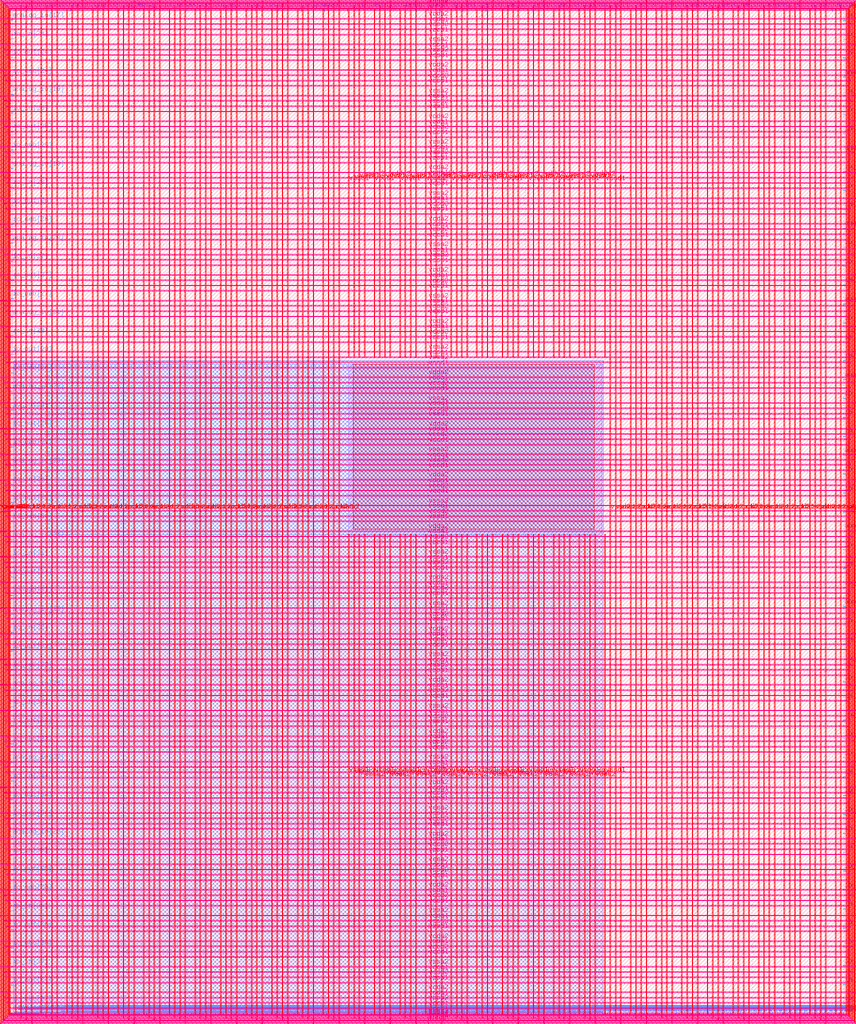
<source format=lef>
VERSION 5.7 ;
  NOWIREEXTENSIONATPIN ON ;
  DIVIDERCHAR "/" ;
  BUSBITCHARS "[]" ;
MACRO user_project_wrapper
  CLASS BLOCK ;
  FOREIGN user_project_wrapper ;
  ORIGIN 0.000 0.000 ;
  SIZE 2920.000 BY 3520.000 ;
  PIN analog_io[0]
    DIRECTION INOUT ;
    USE SIGNAL ;
    PORT
      LAYER met3 ;
        RECT 2917.600 1426.380 2924.800 1427.580 ;
    END
  END analog_io[0]
  PIN analog_io[10]
    DIRECTION INOUT ;
    USE SIGNAL ;
    PORT
      LAYER met2 ;
        RECT 2230.490 3517.600 2231.050 3524.800 ;
    END
  END analog_io[10]
  PIN analog_io[11]
    DIRECTION INOUT ;
    USE SIGNAL ;
    PORT
      LAYER met2 ;
        RECT 1905.730 3517.600 1906.290 3524.800 ;
    END
  END analog_io[11]
  PIN analog_io[12]
    DIRECTION INOUT ;
    USE SIGNAL ;
    PORT
      LAYER met2 ;
        RECT 1581.430 3517.600 1581.990 3524.800 ;
    END
  END analog_io[12]
  PIN analog_io[13]
    DIRECTION INOUT ;
    USE SIGNAL ;
    PORT
      LAYER met2 ;
        RECT 1257.130 3517.600 1257.690 3524.800 ;
    END
  END analog_io[13]
  PIN analog_io[14]
    DIRECTION INOUT ;
    USE SIGNAL ;
    PORT
      LAYER met2 ;
        RECT 932.370 3517.600 932.930 3524.800 ;
    END
  END analog_io[14]
  PIN analog_io[15]
    DIRECTION INOUT ;
    USE SIGNAL ;
    PORT
      LAYER met2 ;
        RECT 608.070 3517.600 608.630 3524.800 ;
    END
  END analog_io[15]
  PIN analog_io[16]
    DIRECTION INOUT ;
    USE SIGNAL ;
    PORT
      LAYER met2 ;
        RECT 283.770 3517.600 284.330 3524.800 ;
    END
  END analog_io[16]
  PIN analog_io[17]
    DIRECTION INOUT ;
    USE SIGNAL ;
    PORT
      LAYER met3 ;
        RECT -4.800 3486.100 2.400 3487.300 ;
    END
  END analog_io[17]
  PIN analog_io[18]
    DIRECTION INOUT ;
    USE SIGNAL ;
    PORT
      LAYER met3 ;
        RECT -4.800 3224.980 2.400 3226.180 ;
    END
  END analog_io[18]
  PIN analog_io[19]
    DIRECTION INOUT ;
    USE SIGNAL ;
    PORT
      LAYER met3 ;
        RECT -4.800 2964.540 2.400 2965.740 ;
    END
  END analog_io[19]
  PIN analog_io[1]
    DIRECTION INOUT ;
    USE SIGNAL ;
    PORT
      LAYER met3 ;
        RECT 2917.600 1692.260 2924.800 1693.460 ;
    END
  END analog_io[1]
  PIN analog_io[20]
    DIRECTION INOUT ;
    USE SIGNAL ;
    PORT
      LAYER met3 ;
        RECT -4.800 2703.420 2.400 2704.620 ;
    END
  END analog_io[20]
  PIN analog_io[21]
    DIRECTION INOUT ;
    USE SIGNAL ;
    PORT
      LAYER met3 ;
        RECT -4.800 2442.980 2.400 2444.180 ;
    END
  END analog_io[21]
  PIN analog_io[22]
    DIRECTION INOUT ;
    USE SIGNAL ;
    PORT
      LAYER met3 ;
        RECT -4.800 2182.540 2.400 2183.740 ;
    END
  END analog_io[22]
  PIN analog_io[23]
    DIRECTION INOUT ;
    USE SIGNAL ;
    PORT
      LAYER met3 ;
        RECT -4.800 1921.420 2.400 1922.620 ;
    END
  END analog_io[23]
  PIN analog_io[24]
    DIRECTION INOUT ;
    USE SIGNAL ;
    PORT
      LAYER met3 ;
        RECT -4.800 1660.980 2.400 1662.180 ;
    END
  END analog_io[24]
  PIN analog_io[25]
    DIRECTION INOUT ;
    USE SIGNAL ;
    PORT
      LAYER met3 ;
        RECT -4.800 1399.860 2.400 1401.060 ;
    END
  END analog_io[25]
  PIN analog_io[26]
    DIRECTION INOUT ;
    USE SIGNAL ;
    PORT
      LAYER met3 ;
        RECT -4.800 1139.420 2.400 1140.620 ;
    END
  END analog_io[26]
  PIN analog_io[27]
    DIRECTION INOUT ;
    USE SIGNAL ;
    PORT
      LAYER met3 ;
        RECT -4.800 878.980 2.400 880.180 ;
    END
  END analog_io[27]
  PIN analog_io[28]
    DIRECTION INOUT ;
    USE SIGNAL ;
    PORT
      LAYER met3 ;
        RECT -4.800 617.860 2.400 619.060 ;
    END
  END analog_io[28]
  PIN analog_io[2]
    DIRECTION INOUT ;
    USE SIGNAL ;
    PORT
      LAYER met3 ;
        RECT 2917.600 1958.140 2924.800 1959.340 ;
    END
  END analog_io[2]
  PIN analog_io[3]
    DIRECTION INOUT ;
    USE SIGNAL ;
    PORT
      LAYER met3 ;
        RECT 2917.600 2223.340 2924.800 2224.540 ;
    END
  END analog_io[3]
  PIN analog_io[4]
    DIRECTION INOUT ;
    USE SIGNAL ;
    PORT
      LAYER met3 ;
        RECT 2917.600 2489.220 2924.800 2490.420 ;
    END
  END analog_io[4]
  PIN analog_io[5]
    DIRECTION INOUT ;
    USE SIGNAL ;
    PORT
      LAYER met3 ;
        RECT 2917.600 2755.100 2924.800 2756.300 ;
    END
  END analog_io[5]
  PIN analog_io[6]
    DIRECTION INOUT ;
    USE SIGNAL ;
    PORT
      LAYER met3 ;
        RECT 2917.600 3020.300 2924.800 3021.500 ;
    END
  END analog_io[6]
  PIN analog_io[7]
    DIRECTION INOUT ;
    USE SIGNAL ;
    PORT
      LAYER met3 ;
        RECT 2917.600 3286.180 2924.800 3287.380 ;
    END
  END analog_io[7]
  PIN analog_io[8]
    DIRECTION INOUT ;
    USE SIGNAL ;
    PORT
      LAYER met2 ;
        RECT 2879.090 3517.600 2879.650 3524.800 ;
    END
  END analog_io[8]
  PIN analog_io[9]
    DIRECTION INOUT ;
    USE SIGNAL ;
    PORT
      LAYER met2 ;
        RECT 2554.790 3517.600 2555.350 3524.800 ;
    END
  END analog_io[9]
  PIN io_in[0]
    DIRECTION INPUT ;
    USE SIGNAL ;
    PORT
      LAYER met3 ;
        RECT 2917.600 32.380 2924.800 33.580 ;
    END
  END io_in[0]
  PIN io_in[10]
    DIRECTION INPUT ;
    USE SIGNAL ;
    PORT
      LAYER met3 ;
        RECT 2917.600 2289.980 2924.800 2291.180 ;
    END
  END io_in[10]
  PIN io_in[11]
    DIRECTION INPUT ;
    USE SIGNAL ;
    PORT
      LAYER met3 ;
        RECT 2917.600 2555.860 2924.800 2557.060 ;
    END
  END io_in[11]
  PIN io_in[12]
    DIRECTION INPUT ;
    USE SIGNAL ;
    PORT
      LAYER met3 ;
        RECT 2917.600 2821.060 2924.800 2822.260 ;
    END
  END io_in[12]
  PIN io_in[13]
    DIRECTION INPUT ;
    USE SIGNAL ;
    PORT
      LAYER met3 ;
        RECT 2917.600 3086.940 2924.800 3088.140 ;
    END
  END io_in[13]
  PIN io_in[14]
    DIRECTION INPUT ;
    USE SIGNAL ;
    PORT
      LAYER met3 ;
        RECT 2917.600 3352.820 2924.800 3354.020 ;
    END
  END io_in[14]
  PIN io_in[15]
    DIRECTION INPUT ;
    USE SIGNAL ;
    PORT
      LAYER met2 ;
        RECT 2798.130 3517.600 2798.690 3524.800 ;
    END
  END io_in[15]
  PIN io_in[16]
    DIRECTION INPUT ;
    USE SIGNAL ;
    PORT
      LAYER met2 ;
        RECT 2473.830 3517.600 2474.390 3524.800 ;
    END
  END io_in[16]
  PIN io_in[17]
    DIRECTION INPUT ;
    USE SIGNAL ;
    PORT
      LAYER met2 ;
        RECT 2149.070 3517.600 2149.630 3524.800 ;
    END
  END io_in[17]
  PIN io_in[18]
    DIRECTION INPUT ;
    USE SIGNAL ;
    PORT
      LAYER met2 ;
        RECT 1824.770 3517.600 1825.330 3524.800 ;
    END
  END io_in[18]
  PIN io_in[19]
    DIRECTION INPUT ;
    USE SIGNAL ;
    PORT
      LAYER met2 ;
        RECT 1500.470 3517.600 1501.030 3524.800 ;
    END
  END io_in[19]
  PIN io_in[1]
    DIRECTION INPUT ;
    USE SIGNAL ;
    PORT
      LAYER met3 ;
        RECT 2917.600 230.940 2924.800 232.140 ;
    END
  END io_in[1]
  PIN io_in[20]
    DIRECTION INPUT ;
    USE SIGNAL ;
    PORT
      LAYER met2 ;
        RECT 1175.710 3517.600 1176.270 3524.800 ;
    END
  END io_in[20]
  PIN io_in[21]
    DIRECTION INPUT ;
    USE SIGNAL ;
    PORT
      LAYER met2 ;
        RECT 851.410 3517.600 851.970 3524.800 ;
    END
  END io_in[21]
  PIN io_in[22]
    DIRECTION INPUT ;
    USE SIGNAL ;
    PORT
      LAYER met2 ;
        RECT 527.110 3517.600 527.670 3524.800 ;
    END
  END io_in[22]
  PIN io_in[23]
    DIRECTION INPUT ;
    USE SIGNAL ;
    PORT
      LAYER met2 ;
        RECT 202.350 3517.600 202.910 3524.800 ;
    END
  END io_in[23]
  PIN io_in[24]
    DIRECTION INPUT ;
    USE SIGNAL ;
    PORT
      LAYER met3 ;
        RECT -4.800 3420.820 2.400 3422.020 ;
    END
  END io_in[24]
  PIN io_in[25]
    DIRECTION INPUT ;
    USE SIGNAL ;
    PORT
      LAYER met3 ;
        RECT -4.800 3159.700 2.400 3160.900 ;
    END
  END io_in[25]
  PIN io_in[26]
    DIRECTION INPUT ;
    USE SIGNAL ;
    PORT
      LAYER met3 ;
        RECT -4.800 2899.260 2.400 2900.460 ;
    END
  END io_in[26]
  PIN io_in[27]
    DIRECTION INPUT ;
    USE SIGNAL ;
    PORT
      LAYER met3 ;
        RECT -4.800 2638.820 2.400 2640.020 ;
    END
  END io_in[27]
  PIN io_in[28]
    DIRECTION INPUT ;
    USE SIGNAL ;
    PORT
      LAYER met3 ;
        RECT -4.800 2377.700 2.400 2378.900 ;
    END
  END io_in[28]
  PIN io_in[29]
    DIRECTION INPUT ;
    USE SIGNAL ;
    PORT
      LAYER met3 ;
        RECT -4.800 2117.260 2.400 2118.460 ;
    END
  END io_in[29]
  PIN io_in[2]
    DIRECTION INPUT ;
    USE SIGNAL ;
    PORT
      LAYER met3 ;
        RECT 2917.600 430.180 2924.800 431.380 ;
    END
  END io_in[2]
  PIN io_in[30]
    DIRECTION INPUT ;
    USE SIGNAL ;
    PORT
      LAYER met3 ;
        RECT -4.800 1856.140 2.400 1857.340 ;
    END
  END io_in[30]
  PIN io_in[31]
    DIRECTION INPUT ;
    USE SIGNAL ;
    PORT
      LAYER met3 ;
        RECT -4.800 1595.700 2.400 1596.900 ;
    END
  END io_in[31]
  PIN io_in[32]
    DIRECTION INPUT ;
    USE SIGNAL ;
    PORT
      LAYER met3 ;
        RECT -4.800 1335.260 2.400 1336.460 ;
    END
  END io_in[32]
  PIN io_in[33]
    DIRECTION INPUT ;
    USE SIGNAL ;
    PORT
      LAYER met3 ;
        RECT -4.800 1074.140 2.400 1075.340 ;
    END
  END io_in[33]
  PIN io_in[34]
    DIRECTION INPUT ;
    USE SIGNAL ;
    PORT
      LAYER met3 ;
        RECT -4.800 813.700 2.400 814.900 ;
    END
  END io_in[34]
  PIN io_in[35]
    DIRECTION INPUT ;
    USE SIGNAL ;
    PORT
      LAYER met3 ;
        RECT -4.800 552.580 2.400 553.780 ;
    END
  END io_in[35]
  PIN io_in[36]
    DIRECTION INPUT ;
    USE SIGNAL ;
    PORT
      LAYER met3 ;
        RECT -4.800 357.420 2.400 358.620 ;
    END
  END io_in[36]
  PIN io_in[37]
    DIRECTION INPUT ;
    USE SIGNAL ;
    PORT
      LAYER met3 ;
        RECT -4.800 161.580 2.400 162.780 ;
    END
  END io_in[37]
  PIN io_in[3]
    DIRECTION INPUT ;
    USE SIGNAL ;
    PORT
      LAYER met3 ;
        RECT 2917.600 629.420 2924.800 630.620 ;
    END
  END io_in[3]
  PIN io_in[4]
    DIRECTION INPUT ;
    USE SIGNAL ;
    PORT
      LAYER met3 ;
        RECT 2917.600 828.660 2924.800 829.860 ;
    END
  END io_in[4]
  PIN io_in[5]
    DIRECTION INPUT ;
    USE SIGNAL ;
    PORT
      LAYER met3 ;
        RECT 2917.600 1027.900 2924.800 1029.100 ;
    END
  END io_in[5]
  PIN io_in[6]
    DIRECTION INPUT ;
    USE SIGNAL ;
    PORT
      LAYER met3 ;
        RECT 2917.600 1227.140 2924.800 1228.340 ;
    END
  END io_in[6]
  PIN io_in[7]
    DIRECTION INPUT ;
    USE SIGNAL ;
    PORT
      LAYER met3 ;
        RECT 2917.600 1493.020 2924.800 1494.220 ;
    END
  END io_in[7]
  PIN io_in[8]
    DIRECTION INPUT ;
    USE SIGNAL ;
    PORT
      LAYER met3 ;
        RECT 2917.600 1758.900 2924.800 1760.100 ;
    END
  END io_in[8]
  PIN io_in[9]
    DIRECTION INPUT ;
    USE SIGNAL ;
    PORT
      LAYER met3 ;
        RECT 2917.600 2024.100 2924.800 2025.300 ;
    END
  END io_in[9]
  PIN io_oeb[0]
    DIRECTION OUTPUT TRISTATE ;
    USE SIGNAL ;
    PORT
      LAYER met3 ;
        RECT 2917.600 164.980 2924.800 166.180 ;
    END
  END io_oeb[0]
  PIN io_oeb[10]
    DIRECTION OUTPUT TRISTATE ;
    USE SIGNAL ;
    PORT
      LAYER met3 ;
        RECT 2917.600 2422.580 2924.800 2423.780 ;
    END
  END io_oeb[10]
  PIN io_oeb[11]
    DIRECTION OUTPUT TRISTATE ;
    USE SIGNAL ;
    PORT
      LAYER met3 ;
        RECT 2917.600 2688.460 2924.800 2689.660 ;
    END
  END io_oeb[11]
  PIN io_oeb[12]
    DIRECTION OUTPUT TRISTATE ;
    USE SIGNAL ;
    PORT
      LAYER met3 ;
        RECT 2917.600 2954.340 2924.800 2955.540 ;
    END
  END io_oeb[12]
  PIN io_oeb[13]
    DIRECTION OUTPUT TRISTATE ;
    USE SIGNAL ;
    PORT
      LAYER met3 ;
        RECT 2917.600 3219.540 2924.800 3220.740 ;
    END
  END io_oeb[13]
  PIN io_oeb[14]
    DIRECTION OUTPUT TRISTATE ;
    USE SIGNAL ;
    PORT
      LAYER met3 ;
        RECT 2917.600 3485.420 2924.800 3486.620 ;
    END
  END io_oeb[14]
  PIN io_oeb[15]
    DIRECTION OUTPUT TRISTATE ;
    USE SIGNAL ;
    PORT
      LAYER met2 ;
        RECT 2635.750 3517.600 2636.310 3524.800 ;
    END
  END io_oeb[15]
  PIN io_oeb[16]
    DIRECTION OUTPUT TRISTATE ;
    USE SIGNAL ;
    PORT
      LAYER met2 ;
        RECT 2311.450 3517.600 2312.010 3524.800 ;
    END
  END io_oeb[16]
  PIN io_oeb[17]
    DIRECTION OUTPUT TRISTATE ;
    USE SIGNAL ;
    PORT
      LAYER met2 ;
        RECT 1987.150 3517.600 1987.710 3524.800 ;
    END
  END io_oeb[17]
  PIN io_oeb[18]
    DIRECTION OUTPUT TRISTATE ;
    USE SIGNAL ;
    PORT
      LAYER met2 ;
        RECT 1662.390 3517.600 1662.950 3524.800 ;
    END
  END io_oeb[18]
  PIN io_oeb[19]
    DIRECTION OUTPUT TRISTATE ;
    USE SIGNAL ;
    PORT
      LAYER met2 ;
        RECT 1338.090 3517.600 1338.650 3524.800 ;
    END
  END io_oeb[19]
  PIN io_oeb[1]
    DIRECTION OUTPUT TRISTATE ;
    USE SIGNAL ;
    PORT
      LAYER met3 ;
        RECT 2917.600 364.220 2924.800 365.420 ;
    END
  END io_oeb[1]
  PIN io_oeb[20]
    DIRECTION OUTPUT TRISTATE ;
    USE SIGNAL ;
    PORT
      LAYER met2 ;
        RECT 1013.790 3517.600 1014.350 3524.800 ;
    END
  END io_oeb[20]
  PIN io_oeb[21]
    DIRECTION OUTPUT TRISTATE ;
    USE SIGNAL ;
    PORT
      LAYER met2 ;
        RECT 689.030 3517.600 689.590 3524.800 ;
    END
  END io_oeb[21]
  PIN io_oeb[22]
    DIRECTION OUTPUT TRISTATE ;
    USE SIGNAL ;
    PORT
      LAYER met2 ;
        RECT 364.730 3517.600 365.290 3524.800 ;
    END
  END io_oeb[22]
  PIN io_oeb[23]
    DIRECTION OUTPUT TRISTATE ;
    USE SIGNAL ;
    PORT
      LAYER met2 ;
        RECT 40.430 3517.600 40.990 3524.800 ;
    END
  END io_oeb[23]
  PIN io_oeb[24]
    DIRECTION OUTPUT TRISTATE ;
    USE SIGNAL ;
    PORT
      LAYER met3 ;
        RECT -4.800 3290.260 2.400 3291.460 ;
    END
  END io_oeb[24]
  PIN io_oeb[25]
    DIRECTION OUTPUT TRISTATE ;
    USE SIGNAL ;
    PORT
      LAYER met3 ;
        RECT -4.800 3029.820 2.400 3031.020 ;
    END
  END io_oeb[25]
  PIN io_oeb[26]
    DIRECTION OUTPUT TRISTATE ;
    USE SIGNAL ;
    PORT
      LAYER met3 ;
        RECT -4.800 2768.700 2.400 2769.900 ;
    END
  END io_oeb[26]
  PIN io_oeb[27]
    DIRECTION OUTPUT TRISTATE ;
    USE SIGNAL ;
    PORT
      LAYER met3 ;
        RECT -4.800 2508.260 2.400 2509.460 ;
    END
  END io_oeb[27]
  PIN io_oeb[28]
    DIRECTION OUTPUT TRISTATE ;
    USE SIGNAL ;
    PORT
      LAYER met3 ;
        RECT -4.800 2247.140 2.400 2248.340 ;
    END
  END io_oeb[28]
  PIN io_oeb[29]
    DIRECTION OUTPUT TRISTATE ;
    USE SIGNAL ;
    PORT
      LAYER met3 ;
        RECT -4.800 1986.700 2.400 1987.900 ;
    END
  END io_oeb[29]
  PIN io_oeb[2]
    DIRECTION OUTPUT TRISTATE ;
    USE SIGNAL ;
    PORT
      LAYER met3 ;
        RECT 2917.600 563.460 2924.800 564.660 ;
    END
  END io_oeb[2]
  PIN io_oeb[30]
    DIRECTION OUTPUT TRISTATE ;
    USE SIGNAL ;
    PORT
      LAYER met3 ;
        RECT -4.800 1726.260 2.400 1727.460 ;
    END
  END io_oeb[30]
  PIN io_oeb[31]
    DIRECTION OUTPUT TRISTATE ;
    USE SIGNAL ;
    PORT
      LAYER met3 ;
        RECT -4.800 1465.140 2.400 1466.340 ;
    END
  END io_oeb[31]
  PIN io_oeb[32]
    DIRECTION OUTPUT TRISTATE ;
    USE SIGNAL ;
    PORT
      LAYER met3 ;
        RECT -4.800 1204.700 2.400 1205.900 ;
    END
  END io_oeb[32]
  PIN io_oeb[33]
    DIRECTION OUTPUT TRISTATE ;
    USE SIGNAL ;
    PORT
      LAYER met3 ;
        RECT -4.800 943.580 2.400 944.780 ;
    END
  END io_oeb[33]
  PIN io_oeb[34]
    DIRECTION OUTPUT TRISTATE ;
    USE SIGNAL ;
    PORT
      LAYER met3 ;
        RECT -4.800 683.140 2.400 684.340 ;
    END
  END io_oeb[34]
  PIN io_oeb[35]
    DIRECTION OUTPUT TRISTATE ;
    USE SIGNAL ;
    PORT
      LAYER met3 ;
        RECT -4.800 422.700 2.400 423.900 ;
    END
  END io_oeb[35]
  PIN io_oeb[36]
    DIRECTION OUTPUT TRISTATE ;
    USE SIGNAL ;
    PORT
      LAYER met3 ;
        RECT -4.800 226.860 2.400 228.060 ;
    END
  END io_oeb[36]
  PIN io_oeb[37]
    DIRECTION OUTPUT TRISTATE ;
    USE SIGNAL ;
    PORT
      LAYER met3 ;
        RECT -4.800 31.700 2.400 32.900 ;
    END
  END io_oeb[37]
  PIN io_oeb[3]
    DIRECTION OUTPUT TRISTATE ;
    USE SIGNAL ;
    PORT
      LAYER met3 ;
        RECT 2917.600 762.700 2924.800 763.900 ;
    END
  END io_oeb[3]
  PIN io_oeb[4]
    DIRECTION OUTPUT TRISTATE ;
    USE SIGNAL ;
    PORT
      LAYER met3 ;
        RECT 2917.600 961.940 2924.800 963.140 ;
    END
  END io_oeb[4]
  PIN io_oeb[5]
    DIRECTION OUTPUT TRISTATE ;
    USE SIGNAL ;
    PORT
      LAYER met3 ;
        RECT 2917.600 1161.180 2924.800 1162.380 ;
    END
  END io_oeb[5]
  PIN io_oeb[6]
    DIRECTION OUTPUT TRISTATE ;
    USE SIGNAL ;
    PORT
      LAYER met3 ;
        RECT 2917.600 1360.420 2924.800 1361.620 ;
    END
  END io_oeb[6]
  PIN io_oeb[7]
    DIRECTION OUTPUT TRISTATE ;
    USE SIGNAL ;
    PORT
      LAYER met3 ;
        RECT 2917.600 1625.620 2924.800 1626.820 ;
    END
  END io_oeb[7]
  PIN io_oeb[8]
    DIRECTION OUTPUT TRISTATE ;
    USE SIGNAL ;
    PORT
      LAYER met3 ;
        RECT 2917.600 1891.500 2924.800 1892.700 ;
    END
  END io_oeb[8]
  PIN io_oeb[9]
    DIRECTION OUTPUT TRISTATE ;
    USE SIGNAL ;
    PORT
      LAYER met3 ;
        RECT 2917.600 2157.380 2924.800 2158.580 ;
    END
  END io_oeb[9]
  PIN io_out[0]
    DIRECTION OUTPUT TRISTATE ;
    USE SIGNAL ;
    PORT
      LAYER met3 ;
        RECT 2917.600 98.340 2924.800 99.540 ;
    END
  END io_out[0]
  PIN io_out[10]
    DIRECTION OUTPUT TRISTATE ;
    USE SIGNAL ;
    PORT
      LAYER met3 ;
        RECT 2917.600 2356.620 2924.800 2357.820 ;
    END
  END io_out[10]
  PIN io_out[11]
    DIRECTION OUTPUT TRISTATE ;
    USE SIGNAL ;
    PORT
      LAYER met3 ;
        RECT 2917.600 2621.820 2924.800 2623.020 ;
    END
  END io_out[11]
  PIN io_out[12]
    DIRECTION OUTPUT TRISTATE ;
    USE SIGNAL ;
    PORT
      LAYER met3 ;
        RECT 2917.600 2887.700 2924.800 2888.900 ;
    END
  END io_out[12]
  PIN io_out[13]
    DIRECTION OUTPUT TRISTATE ;
    USE SIGNAL ;
    PORT
      LAYER met3 ;
        RECT 2917.600 3153.580 2924.800 3154.780 ;
    END
  END io_out[13]
  PIN io_out[14]
    DIRECTION OUTPUT TRISTATE ;
    USE SIGNAL ;
    PORT
      LAYER met3 ;
        RECT 2917.600 3418.780 2924.800 3419.980 ;
    END
  END io_out[14]
  PIN io_out[15]
    DIRECTION OUTPUT TRISTATE ;
    USE SIGNAL ;
    PORT
      LAYER met2 ;
        RECT 2717.170 3517.600 2717.730 3524.800 ;
    END
  END io_out[15]
  PIN io_out[16]
    DIRECTION OUTPUT TRISTATE ;
    USE SIGNAL ;
    PORT
      LAYER met2 ;
        RECT 2392.410 3517.600 2392.970 3524.800 ;
    END
  END io_out[16]
  PIN io_out[17]
    DIRECTION OUTPUT TRISTATE ;
    USE SIGNAL ;
    PORT
      LAYER met2 ;
        RECT 2068.110 3517.600 2068.670 3524.800 ;
    END
  END io_out[17]
  PIN io_out[18]
    DIRECTION OUTPUT TRISTATE ;
    USE SIGNAL ;
    PORT
      LAYER met2 ;
        RECT 1743.810 3517.600 1744.370 3524.800 ;
    END
  END io_out[18]
  PIN io_out[19]
    DIRECTION OUTPUT TRISTATE ;
    USE SIGNAL ;
    PORT
      LAYER met2 ;
        RECT 1419.050 3517.600 1419.610 3524.800 ;
    END
  END io_out[19]
  PIN io_out[1]
    DIRECTION OUTPUT TRISTATE ;
    USE SIGNAL ;
    PORT
      LAYER met3 ;
        RECT 2917.600 297.580 2924.800 298.780 ;
    END
  END io_out[1]
  PIN io_out[20]
    DIRECTION OUTPUT TRISTATE ;
    USE SIGNAL ;
    PORT
      LAYER met2 ;
        RECT 1094.750 3517.600 1095.310 3524.800 ;
    END
  END io_out[20]
  PIN io_out[21]
    DIRECTION OUTPUT TRISTATE ;
    USE SIGNAL ;
    PORT
      LAYER met2 ;
        RECT 770.450 3517.600 771.010 3524.800 ;
    END
  END io_out[21]
  PIN io_out[22]
    DIRECTION OUTPUT TRISTATE ;
    USE SIGNAL ;
    PORT
      LAYER met2 ;
        RECT 445.690 3517.600 446.250 3524.800 ;
    END
  END io_out[22]
  PIN io_out[23]
    DIRECTION OUTPUT TRISTATE ;
    USE SIGNAL ;
    PORT
      LAYER met2 ;
        RECT 121.390 3517.600 121.950 3524.800 ;
    END
  END io_out[23]
  PIN io_out[24]
    DIRECTION OUTPUT TRISTATE ;
    USE SIGNAL ;
    PORT
      LAYER met3 ;
        RECT -4.800 3355.540 2.400 3356.740 ;
    END
  END io_out[24]
  PIN io_out[25]
    DIRECTION OUTPUT TRISTATE ;
    USE SIGNAL ;
    PORT
      LAYER met3 ;
        RECT -4.800 3095.100 2.400 3096.300 ;
    END
  END io_out[25]
  PIN io_out[26]
    DIRECTION OUTPUT TRISTATE ;
    USE SIGNAL ;
    PORT
      LAYER met3 ;
        RECT -4.800 2833.980 2.400 2835.180 ;
    END
  END io_out[26]
  PIN io_out[27]
    DIRECTION OUTPUT TRISTATE ;
    USE SIGNAL ;
    PORT
      LAYER met3 ;
        RECT -4.800 2573.540 2.400 2574.740 ;
    END
  END io_out[27]
  PIN io_out[28]
    DIRECTION OUTPUT TRISTATE ;
    USE SIGNAL ;
    PORT
      LAYER met3 ;
        RECT -4.800 2312.420 2.400 2313.620 ;
    END
  END io_out[28]
  PIN io_out[29]
    DIRECTION OUTPUT TRISTATE ;
    USE SIGNAL ;
    PORT
      LAYER met3 ;
        RECT -4.800 2051.980 2.400 2053.180 ;
    END
  END io_out[29]
  PIN io_out[2]
    DIRECTION OUTPUT TRISTATE ;
    USE SIGNAL ;
    PORT
      LAYER met3 ;
        RECT 2917.600 496.820 2924.800 498.020 ;
    END
  END io_out[2]
  PIN io_out[30]
    DIRECTION OUTPUT TRISTATE ;
    USE SIGNAL ;
    PORT
      LAYER met3 ;
        RECT -4.800 1791.540 2.400 1792.740 ;
    END
  END io_out[30]
  PIN io_out[31]
    DIRECTION OUTPUT TRISTATE ;
    USE SIGNAL ;
    PORT
      LAYER met3 ;
        RECT -4.800 1530.420 2.400 1531.620 ;
    END
  END io_out[31]
  PIN io_out[32]
    DIRECTION OUTPUT TRISTATE ;
    USE SIGNAL ;
    PORT
      LAYER met3 ;
        RECT -4.800 1269.980 2.400 1271.180 ;
    END
  END io_out[32]
  PIN io_out[33]
    DIRECTION OUTPUT TRISTATE ;
    USE SIGNAL ;
    PORT
      LAYER met3 ;
        RECT -4.800 1008.860 2.400 1010.060 ;
    END
  END io_out[33]
  PIN io_out[34]
    DIRECTION OUTPUT TRISTATE ;
    USE SIGNAL ;
    PORT
      LAYER met3 ;
        RECT -4.800 748.420 2.400 749.620 ;
    END
  END io_out[34]
  PIN io_out[35]
    DIRECTION OUTPUT TRISTATE ;
    USE SIGNAL ;
    PORT
      LAYER met3 ;
        RECT -4.800 487.300 2.400 488.500 ;
    END
  END io_out[35]
  PIN io_out[36]
    DIRECTION OUTPUT TRISTATE ;
    USE SIGNAL ;
    PORT
      LAYER met3 ;
        RECT -4.800 292.140 2.400 293.340 ;
    END
  END io_out[36]
  PIN io_out[37]
    DIRECTION OUTPUT TRISTATE ;
    USE SIGNAL ;
    PORT
      LAYER met3 ;
        RECT -4.800 96.300 2.400 97.500 ;
    END
  END io_out[37]
  PIN io_out[3]
    DIRECTION OUTPUT TRISTATE ;
    USE SIGNAL ;
    PORT
      LAYER met3 ;
        RECT 2917.600 696.060 2924.800 697.260 ;
    END
  END io_out[3]
  PIN io_out[4]
    DIRECTION OUTPUT TRISTATE ;
    USE SIGNAL ;
    PORT
      LAYER met3 ;
        RECT 2917.600 895.300 2924.800 896.500 ;
    END
  END io_out[4]
  PIN io_out[5]
    DIRECTION OUTPUT TRISTATE ;
    USE SIGNAL ;
    PORT
      LAYER met3 ;
        RECT 2917.600 1094.540 2924.800 1095.740 ;
    END
  END io_out[5]
  PIN io_out[6]
    DIRECTION OUTPUT TRISTATE ;
    USE SIGNAL ;
    PORT
      LAYER met3 ;
        RECT 2917.600 1293.780 2924.800 1294.980 ;
    END
  END io_out[6]
  PIN io_out[7]
    DIRECTION OUTPUT TRISTATE ;
    USE SIGNAL ;
    PORT
      LAYER met3 ;
        RECT 2917.600 1559.660 2924.800 1560.860 ;
    END
  END io_out[7]
  PIN io_out[8]
    DIRECTION OUTPUT TRISTATE ;
    USE SIGNAL ;
    PORT
      LAYER met3 ;
        RECT 2917.600 1824.860 2924.800 1826.060 ;
    END
  END io_out[8]
  PIN io_out[9]
    DIRECTION OUTPUT TRISTATE ;
    USE SIGNAL ;
    PORT
      LAYER met3 ;
        RECT 2917.600 2090.740 2924.800 2091.940 ;
    END
  END io_out[9]
  PIN la_data_in[0]
    DIRECTION INPUT ;
    USE SIGNAL ;
    PORT
      LAYER met2 ;
        RECT 629.230 -4.800 629.790 2.400 ;
    END
  END la_data_in[0]
  PIN la_data_in[100]
    DIRECTION INPUT ;
    USE SIGNAL ;
    PORT
      LAYER met2 ;
        RECT 2402.530 -4.800 2403.090 2.400 ;
    END
  END la_data_in[100]
  PIN la_data_in[101]
    DIRECTION INPUT ;
    USE SIGNAL ;
    PORT
      LAYER met2 ;
        RECT 2420.010 -4.800 2420.570 2.400 ;
    END
  END la_data_in[101]
  PIN la_data_in[102]
    DIRECTION INPUT ;
    USE SIGNAL ;
    PORT
      LAYER met2 ;
        RECT 2437.950 -4.800 2438.510 2.400 ;
    END
  END la_data_in[102]
  PIN la_data_in[103]
    DIRECTION INPUT ;
    USE SIGNAL ;
    PORT
      LAYER met2 ;
        RECT 2455.430 -4.800 2455.990 2.400 ;
    END
  END la_data_in[103]
  PIN la_data_in[104]
    DIRECTION INPUT ;
    USE SIGNAL ;
    PORT
      LAYER met2 ;
        RECT 2473.370 -4.800 2473.930 2.400 ;
    END
  END la_data_in[104]
  PIN la_data_in[105]
    DIRECTION INPUT ;
    USE SIGNAL ;
    PORT
      LAYER met2 ;
        RECT 2490.850 -4.800 2491.410 2.400 ;
    END
  END la_data_in[105]
  PIN la_data_in[106]
    DIRECTION INPUT ;
    USE SIGNAL ;
    PORT
      LAYER met2 ;
        RECT 2508.790 -4.800 2509.350 2.400 ;
    END
  END la_data_in[106]
  PIN la_data_in[107]
    DIRECTION INPUT ;
    USE SIGNAL ;
    PORT
      LAYER met2 ;
        RECT 2526.730 -4.800 2527.290 2.400 ;
    END
  END la_data_in[107]
  PIN la_data_in[108]
    DIRECTION INPUT ;
    USE SIGNAL ;
    PORT
      LAYER met2 ;
        RECT 2544.210 -4.800 2544.770 2.400 ;
    END
  END la_data_in[108]
  PIN la_data_in[109]
    DIRECTION INPUT ;
    USE SIGNAL ;
    PORT
      LAYER met2 ;
        RECT 2562.150 -4.800 2562.710 2.400 ;
    END
  END la_data_in[109]
  PIN la_data_in[10]
    DIRECTION INPUT ;
    USE SIGNAL ;
    PORT
      LAYER met2 ;
        RECT 806.330 -4.800 806.890 2.400 ;
    END
  END la_data_in[10]
  PIN la_data_in[110]
    DIRECTION INPUT ;
    USE SIGNAL ;
    PORT
      LAYER met2 ;
        RECT 2579.630 -4.800 2580.190 2.400 ;
    END
  END la_data_in[110]
  PIN la_data_in[111]
    DIRECTION INPUT ;
    USE SIGNAL ;
    PORT
      LAYER met2 ;
        RECT 2597.570 -4.800 2598.130 2.400 ;
    END
  END la_data_in[111]
  PIN la_data_in[112]
    DIRECTION INPUT ;
    USE SIGNAL ;
    PORT
      LAYER met2 ;
        RECT 2615.050 -4.800 2615.610 2.400 ;
    END
  END la_data_in[112]
  PIN la_data_in[113]
    DIRECTION INPUT ;
    USE SIGNAL ;
    PORT
      LAYER met2 ;
        RECT 2632.990 -4.800 2633.550 2.400 ;
    END
  END la_data_in[113]
  PIN la_data_in[114]
    DIRECTION INPUT ;
    USE SIGNAL ;
    PORT
      LAYER met2 ;
        RECT 2650.470 -4.800 2651.030 2.400 ;
    END
  END la_data_in[114]
  PIN la_data_in[115]
    DIRECTION INPUT ;
    USE SIGNAL ;
    PORT
      LAYER met2 ;
        RECT 2668.410 -4.800 2668.970 2.400 ;
    END
  END la_data_in[115]
  PIN la_data_in[116]
    DIRECTION INPUT ;
    USE SIGNAL ;
    PORT
      LAYER met2 ;
        RECT 2685.890 -4.800 2686.450 2.400 ;
    END
  END la_data_in[116]
  PIN la_data_in[117]
    DIRECTION INPUT ;
    USE SIGNAL ;
    PORT
      LAYER met2 ;
        RECT 2703.830 -4.800 2704.390 2.400 ;
    END
  END la_data_in[117]
  PIN la_data_in[118]
    DIRECTION INPUT ;
    USE SIGNAL ;
    PORT
      LAYER met2 ;
        RECT 2721.770 -4.800 2722.330 2.400 ;
    END
  END la_data_in[118]
  PIN la_data_in[119]
    DIRECTION INPUT ;
    USE SIGNAL ;
    PORT
      LAYER met2 ;
        RECT 2739.250 -4.800 2739.810 2.400 ;
    END
  END la_data_in[119]
  PIN la_data_in[11]
    DIRECTION INPUT ;
    USE SIGNAL ;
    PORT
      LAYER met2 ;
        RECT 824.270 -4.800 824.830 2.400 ;
    END
  END la_data_in[11]
  PIN la_data_in[120]
    DIRECTION INPUT ;
    USE SIGNAL ;
    PORT
      LAYER met2 ;
        RECT 2757.190 -4.800 2757.750 2.400 ;
    END
  END la_data_in[120]
  PIN la_data_in[121]
    DIRECTION INPUT ;
    USE SIGNAL ;
    PORT
      LAYER met2 ;
        RECT 2774.670 -4.800 2775.230 2.400 ;
    END
  END la_data_in[121]
  PIN la_data_in[122]
    DIRECTION INPUT ;
    USE SIGNAL ;
    PORT
      LAYER met2 ;
        RECT 2792.610 -4.800 2793.170 2.400 ;
    END
  END la_data_in[122]
  PIN la_data_in[123]
    DIRECTION INPUT ;
    USE SIGNAL ;
    PORT
      LAYER met2 ;
        RECT 2810.090 -4.800 2810.650 2.400 ;
    END
  END la_data_in[123]
  PIN la_data_in[124]
    DIRECTION INPUT ;
    USE SIGNAL ;
    PORT
      LAYER met2 ;
        RECT 2828.030 -4.800 2828.590 2.400 ;
    END
  END la_data_in[124]
  PIN la_data_in[125]
    DIRECTION INPUT ;
    USE SIGNAL ;
    PORT
      LAYER met2 ;
        RECT 2845.510 -4.800 2846.070 2.400 ;
    END
  END la_data_in[125]
  PIN la_data_in[126]
    DIRECTION INPUT ;
    USE SIGNAL ;
    PORT
      LAYER met2 ;
        RECT 2863.450 -4.800 2864.010 2.400 ;
    END
  END la_data_in[126]
  PIN la_data_in[127]
    DIRECTION INPUT ;
    USE SIGNAL ;
    PORT
      LAYER met2 ;
        RECT 2881.390 -4.800 2881.950 2.400 ;
    END
  END la_data_in[127]
  PIN la_data_in[12]
    DIRECTION INPUT ;
    USE SIGNAL ;
    PORT
      LAYER met2 ;
        RECT 841.750 -4.800 842.310 2.400 ;
    END
  END la_data_in[12]
  PIN la_data_in[13]
    DIRECTION INPUT ;
    USE SIGNAL ;
    PORT
      LAYER met2 ;
        RECT 859.690 -4.800 860.250 2.400 ;
    END
  END la_data_in[13]
  PIN la_data_in[14]
    DIRECTION INPUT ;
    USE SIGNAL ;
    PORT
      LAYER met2 ;
        RECT 877.170 -4.800 877.730 2.400 ;
    END
  END la_data_in[14]
  PIN la_data_in[15]
    DIRECTION INPUT ;
    USE SIGNAL ;
    PORT
      LAYER met2 ;
        RECT 895.110 -4.800 895.670 2.400 ;
    END
  END la_data_in[15]
  PIN la_data_in[16]
    DIRECTION INPUT ;
    USE SIGNAL ;
    PORT
      LAYER met2 ;
        RECT 912.590 -4.800 913.150 2.400 ;
    END
  END la_data_in[16]
  PIN la_data_in[17]
    DIRECTION INPUT ;
    USE SIGNAL ;
    PORT
      LAYER met2 ;
        RECT 930.530 -4.800 931.090 2.400 ;
    END
  END la_data_in[17]
  PIN la_data_in[18]
    DIRECTION INPUT ;
    USE SIGNAL ;
    PORT
      LAYER met2 ;
        RECT 948.470 -4.800 949.030 2.400 ;
    END
  END la_data_in[18]
  PIN la_data_in[19]
    DIRECTION INPUT ;
    USE SIGNAL ;
    PORT
      LAYER met2 ;
        RECT 965.950 -4.800 966.510 2.400 ;
    END
  END la_data_in[19]
  PIN la_data_in[1]
    DIRECTION INPUT ;
    USE SIGNAL ;
    PORT
      LAYER met2 ;
        RECT 646.710 -4.800 647.270 2.400 ;
    END
  END la_data_in[1]
  PIN la_data_in[20]
    DIRECTION INPUT ;
    USE SIGNAL ;
    PORT
      LAYER met2 ;
        RECT 983.890 -4.800 984.450 2.400 ;
    END
  END la_data_in[20]
  PIN la_data_in[21]
    DIRECTION INPUT ;
    USE SIGNAL ;
    PORT
      LAYER met2 ;
        RECT 1001.370 -4.800 1001.930 2.400 ;
    END
  END la_data_in[21]
  PIN la_data_in[22]
    DIRECTION INPUT ;
    USE SIGNAL ;
    PORT
      LAYER met2 ;
        RECT 1019.310 -4.800 1019.870 2.400 ;
    END
  END la_data_in[22]
  PIN la_data_in[23]
    DIRECTION INPUT ;
    USE SIGNAL ;
    PORT
      LAYER met2 ;
        RECT 1036.790 -4.800 1037.350 2.400 ;
    END
  END la_data_in[23]
  PIN la_data_in[24]
    DIRECTION INPUT ;
    USE SIGNAL ;
    PORT
      LAYER met2 ;
        RECT 1054.730 -4.800 1055.290 2.400 ;
    END
  END la_data_in[24]
  PIN la_data_in[25]
    DIRECTION INPUT ;
    USE SIGNAL ;
    PORT
      LAYER met2 ;
        RECT 1072.210 -4.800 1072.770 2.400 ;
    END
  END la_data_in[25]
  PIN la_data_in[26]
    DIRECTION INPUT ;
    USE SIGNAL ;
    PORT
      LAYER met2 ;
        RECT 1090.150 -4.800 1090.710 2.400 ;
    END
  END la_data_in[26]
  PIN la_data_in[27]
    DIRECTION INPUT ;
    USE SIGNAL ;
    PORT
      LAYER met2 ;
        RECT 1107.630 -4.800 1108.190 2.400 ;
    END
  END la_data_in[27]
  PIN la_data_in[28]
    DIRECTION INPUT ;
    USE SIGNAL ;
    PORT
      LAYER met2 ;
        RECT 1125.570 -4.800 1126.130 2.400 ;
    END
  END la_data_in[28]
  PIN la_data_in[29]
    DIRECTION INPUT ;
    USE SIGNAL ;
    PORT
      LAYER met2 ;
        RECT 1143.510 -4.800 1144.070 2.400 ;
    END
  END la_data_in[29]
  PIN la_data_in[2]
    DIRECTION INPUT ;
    USE SIGNAL ;
    PORT
      LAYER met2 ;
        RECT 664.650 -4.800 665.210 2.400 ;
    END
  END la_data_in[2]
  PIN la_data_in[30]
    DIRECTION INPUT ;
    USE SIGNAL ;
    PORT
      LAYER met2 ;
        RECT 1160.990 -4.800 1161.550 2.400 ;
    END
  END la_data_in[30]
  PIN la_data_in[31]
    DIRECTION INPUT ;
    USE SIGNAL ;
    PORT
      LAYER met2 ;
        RECT 1178.930 -4.800 1179.490 2.400 ;
    END
  END la_data_in[31]
  PIN la_data_in[32]
    DIRECTION INPUT ;
    USE SIGNAL ;
    PORT
      LAYER met2 ;
        RECT 1196.410 -4.800 1196.970 2.400 ;
    END
  END la_data_in[32]
  PIN la_data_in[33]
    DIRECTION INPUT ;
    USE SIGNAL ;
    PORT
      LAYER met2 ;
        RECT 1214.350 -4.800 1214.910 2.400 ;
    END
  END la_data_in[33]
  PIN la_data_in[34]
    DIRECTION INPUT ;
    USE SIGNAL ;
    PORT
      LAYER met2 ;
        RECT 1231.830 -4.800 1232.390 2.400 ;
    END
  END la_data_in[34]
  PIN la_data_in[35]
    DIRECTION INPUT ;
    USE SIGNAL ;
    PORT
      LAYER met2 ;
        RECT 1249.770 -4.800 1250.330 2.400 ;
    END
  END la_data_in[35]
  PIN la_data_in[36]
    DIRECTION INPUT ;
    USE SIGNAL ;
    PORT
      LAYER met2 ;
        RECT 1267.250 -4.800 1267.810 2.400 ;
    END
  END la_data_in[36]
  PIN la_data_in[37]
    DIRECTION INPUT ;
    USE SIGNAL ;
    PORT
      LAYER met2 ;
        RECT 1285.190 -4.800 1285.750 2.400 ;
    END
  END la_data_in[37]
  PIN la_data_in[38]
    DIRECTION INPUT ;
    USE SIGNAL ;
    PORT
      LAYER met2 ;
        RECT 1303.130 -4.800 1303.690 2.400 ;
    END
  END la_data_in[38]
  PIN la_data_in[39]
    DIRECTION INPUT ;
    USE SIGNAL ;
    PORT
      LAYER met2 ;
        RECT 1320.610 -4.800 1321.170 2.400 ;
    END
  END la_data_in[39]
  PIN la_data_in[3]
    DIRECTION INPUT ;
    USE SIGNAL ;
    PORT
      LAYER met2 ;
        RECT 682.130 -4.800 682.690 2.400 ;
    END
  END la_data_in[3]
  PIN la_data_in[40]
    DIRECTION INPUT ;
    USE SIGNAL ;
    PORT
      LAYER met2 ;
        RECT 1338.550 -4.800 1339.110 2.400 ;
    END
  END la_data_in[40]
  PIN la_data_in[41]
    DIRECTION INPUT ;
    USE SIGNAL ;
    PORT
      LAYER met2 ;
        RECT 1356.030 -4.800 1356.590 2.400 ;
    END
  END la_data_in[41]
  PIN la_data_in[42]
    DIRECTION INPUT ;
    USE SIGNAL ;
    PORT
      LAYER met2 ;
        RECT 1373.970 -4.800 1374.530 2.400 ;
    END
  END la_data_in[42]
  PIN la_data_in[43]
    DIRECTION INPUT ;
    USE SIGNAL ;
    PORT
      LAYER met2 ;
        RECT 1391.450 -4.800 1392.010 2.400 ;
    END
  END la_data_in[43]
  PIN la_data_in[44]
    DIRECTION INPUT ;
    USE SIGNAL ;
    PORT
      LAYER met2 ;
        RECT 1409.390 -4.800 1409.950 2.400 ;
    END
  END la_data_in[44]
  PIN la_data_in[45]
    DIRECTION INPUT ;
    USE SIGNAL ;
    PORT
      LAYER met2 ;
        RECT 1426.870 -4.800 1427.430 2.400 ;
    END
  END la_data_in[45]
  PIN la_data_in[46]
    DIRECTION INPUT ;
    USE SIGNAL ;
    PORT
      LAYER met2 ;
        RECT 1444.810 -4.800 1445.370 2.400 ;
    END
  END la_data_in[46]
  PIN la_data_in[47]
    DIRECTION INPUT ;
    USE SIGNAL ;
    PORT
      LAYER met2 ;
        RECT 1462.750 -4.800 1463.310 2.400 ;
    END
  END la_data_in[47]
  PIN la_data_in[48]
    DIRECTION INPUT ;
    USE SIGNAL ;
    PORT
      LAYER met2 ;
        RECT 1480.230 -4.800 1480.790 2.400 ;
    END
  END la_data_in[48]
  PIN la_data_in[49]
    DIRECTION INPUT ;
    USE SIGNAL ;
    PORT
      LAYER met2 ;
        RECT 1498.170 -4.800 1498.730 2.400 ;
    END
  END la_data_in[49]
  PIN la_data_in[4]
    DIRECTION INPUT ;
    USE SIGNAL ;
    PORT
      LAYER met2 ;
        RECT 700.070 -4.800 700.630 2.400 ;
    END
  END la_data_in[4]
  PIN la_data_in[50]
    DIRECTION INPUT ;
    USE SIGNAL ;
    PORT
      LAYER met2 ;
        RECT 1515.650 -4.800 1516.210 2.400 ;
    END
  END la_data_in[50]
  PIN la_data_in[51]
    DIRECTION INPUT ;
    USE SIGNAL ;
    PORT
      LAYER met2 ;
        RECT 1533.590 -4.800 1534.150 2.400 ;
    END
  END la_data_in[51]
  PIN la_data_in[52]
    DIRECTION INPUT ;
    USE SIGNAL ;
    PORT
      LAYER met2 ;
        RECT 1551.070 -4.800 1551.630 2.400 ;
    END
  END la_data_in[52]
  PIN la_data_in[53]
    DIRECTION INPUT ;
    USE SIGNAL ;
    PORT
      LAYER met2 ;
        RECT 1569.010 -4.800 1569.570 2.400 ;
    END
  END la_data_in[53]
  PIN la_data_in[54]
    DIRECTION INPUT ;
    USE SIGNAL ;
    PORT
      LAYER met2 ;
        RECT 1586.490 -4.800 1587.050 2.400 ;
    END
  END la_data_in[54]
  PIN la_data_in[55]
    DIRECTION INPUT ;
    USE SIGNAL ;
    PORT
      LAYER met2 ;
        RECT 1604.430 -4.800 1604.990 2.400 ;
    END
  END la_data_in[55]
  PIN la_data_in[56]
    DIRECTION INPUT ;
    USE SIGNAL ;
    PORT
      LAYER met2 ;
        RECT 1621.910 -4.800 1622.470 2.400 ;
    END
  END la_data_in[56]
  PIN la_data_in[57]
    DIRECTION INPUT ;
    USE SIGNAL ;
    PORT
      LAYER met2 ;
        RECT 1639.850 -4.800 1640.410 2.400 ;
    END
  END la_data_in[57]
  PIN la_data_in[58]
    DIRECTION INPUT ;
    USE SIGNAL ;
    PORT
      LAYER met2 ;
        RECT 1657.790 -4.800 1658.350 2.400 ;
    END
  END la_data_in[58]
  PIN la_data_in[59]
    DIRECTION INPUT ;
    USE SIGNAL ;
    PORT
      LAYER met2 ;
        RECT 1675.270 -4.800 1675.830 2.400 ;
    END
  END la_data_in[59]
  PIN la_data_in[5]
    DIRECTION INPUT ;
    USE SIGNAL ;
    PORT
      LAYER met2 ;
        RECT 717.550 -4.800 718.110 2.400 ;
    END
  END la_data_in[5]
  PIN la_data_in[60]
    DIRECTION INPUT ;
    USE SIGNAL ;
    PORT
      LAYER met2 ;
        RECT 1693.210 -4.800 1693.770 2.400 ;
    END
  END la_data_in[60]
  PIN la_data_in[61]
    DIRECTION INPUT ;
    USE SIGNAL ;
    PORT
      LAYER met2 ;
        RECT 1710.690 -4.800 1711.250 2.400 ;
    END
  END la_data_in[61]
  PIN la_data_in[62]
    DIRECTION INPUT ;
    USE SIGNAL ;
    PORT
      LAYER met2 ;
        RECT 1728.630 -4.800 1729.190 2.400 ;
    END
  END la_data_in[62]
  PIN la_data_in[63]
    DIRECTION INPUT ;
    USE SIGNAL ;
    PORT
      LAYER met2 ;
        RECT 1746.110 -4.800 1746.670 2.400 ;
    END
  END la_data_in[63]
  PIN la_data_in[64]
    DIRECTION INPUT ;
    USE SIGNAL ;
    PORT
      LAYER met2 ;
        RECT 1764.050 -4.800 1764.610 2.400 ;
    END
  END la_data_in[64]
  PIN la_data_in[65]
    DIRECTION INPUT ;
    USE SIGNAL ;
    PORT
      LAYER met2 ;
        RECT 1781.530 -4.800 1782.090 2.400 ;
    END
  END la_data_in[65]
  PIN la_data_in[66]
    DIRECTION INPUT ;
    USE SIGNAL ;
    PORT
      LAYER met2 ;
        RECT 1799.470 -4.800 1800.030 2.400 ;
    END
  END la_data_in[66]
  PIN la_data_in[67]
    DIRECTION INPUT ;
    USE SIGNAL ;
    PORT
      LAYER met2 ;
        RECT 1817.410 -4.800 1817.970 2.400 ;
    END
  END la_data_in[67]
  PIN la_data_in[68]
    DIRECTION INPUT ;
    USE SIGNAL ;
    PORT
      LAYER met2 ;
        RECT 1834.890 -4.800 1835.450 2.400 ;
    END
  END la_data_in[68]
  PIN la_data_in[69]
    DIRECTION INPUT ;
    USE SIGNAL ;
    PORT
      LAYER met2 ;
        RECT 1852.830 -4.800 1853.390 2.400 ;
    END
  END la_data_in[69]
  PIN la_data_in[6]
    DIRECTION INPUT ;
    USE SIGNAL ;
    PORT
      LAYER met2 ;
        RECT 735.490 -4.800 736.050 2.400 ;
    END
  END la_data_in[6]
  PIN la_data_in[70]
    DIRECTION INPUT ;
    USE SIGNAL ;
    PORT
      LAYER met2 ;
        RECT 1870.310 -4.800 1870.870 2.400 ;
    END
  END la_data_in[70]
  PIN la_data_in[71]
    DIRECTION INPUT ;
    USE SIGNAL ;
    PORT
      LAYER met2 ;
        RECT 1888.250 -4.800 1888.810 2.400 ;
    END
  END la_data_in[71]
  PIN la_data_in[72]
    DIRECTION INPUT ;
    USE SIGNAL ;
    PORT
      LAYER met2 ;
        RECT 1905.730 -4.800 1906.290 2.400 ;
    END
  END la_data_in[72]
  PIN la_data_in[73]
    DIRECTION INPUT ;
    USE SIGNAL ;
    PORT
      LAYER met2 ;
        RECT 1923.670 -4.800 1924.230 2.400 ;
    END
  END la_data_in[73]
  PIN la_data_in[74]
    DIRECTION INPUT ;
    USE SIGNAL ;
    PORT
      LAYER met2 ;
        RECT 1941.150 -4.800 1941.710 2.400 ;
    END
  END la_data_in[74]
  PIN la_data_in[75]
    DIRECTION INPUT ;
    USE SIGNAL ;
    PORT
      LAYER met2 ;
        RECT 1959.090 -4.800 1959.650 2.400 ;
    END
  END la_data_in[75]
  PIN la_data_in[76]
    DIRECTION INPUT ;
    USE SIGNAL ;
    PORT
      LAYER met2 ;
        RECT 1976.570 -4.800 1977.130 2.400 ;
    END
  END la_data_in[76]
  PIN la_data_in[77]
    DIRECTION INPUT ;
    USE SIGNAL ;
    PORT
      LAYER met2 ;
        RECT 1994.510 -4.800 1995.070 2.400 ;
    END
  END la_data_in[77]
  PIN la_data_in[78]
    DIRECTION INPUT ;
    USE SIGNAL ;
    PORT
      LAYER met2 ;
        RECT 2012.450 -4.800 2013.010 2.400 ;
    END
  END la_data_in[78]
  PIN la_data_in[79]
    DIRECTION INPUT ;
    USE SIGNAL ;
    PORT
      LAYER met2 ;
        RECT 2029.930 -4.800 2030.490 2.400 ;
    END
  END la_data_in[79]
  PIN la_data_in[7]
    DIRECTION INPUT ;
    USE SIGNAL ;
    PORT
      LAYER met2 ;
        RECT 752.970 -4.800 753.530 2.400 ;
    END
  END la_data_in[7]
  PIN la_data_in[80]
    DIRECTION INPUT ;
    USE SIGNAL ;
    PORT
      LAYER met2 ;
        RECT 2047.870 -4.800 2048.430 2.400 ;
    END
  END la_data_in[80]
  PIN la_data_in[81]
    DIRECTION INPUT ;
    USE SIGNAL ;
    PORT
      LAYER met2 ;
        RECT 2065.350 -4.800 2065.910 2.400 ;
    END
  END la_data_in[81]
  PIN la_data_in[82]
    DIRECTION INPUT ;
    USE SIGNAL ;
    PORT
      LAYER met2 ;
        RECT 2083.290 -4.800 2083.850 2.400 ;
    END
  END la_data_in[82]
  PIN la_data_in[83]
    DIRECTION INPUT ;
    USE SIGNAL ;
    PORT
      LAYER met2 ;
        RECT 2100.770 -4.800 2101.330 2.400 ;
    END
  END la_data_in[83]
  PIN la_data_in[84]
    DIRECTION INPUT ;
    USE SIGNAL ;
    PORT
      LAYER met2 ;
        RECT 2118.710 -4.800 2119.270 2.400 ;
    END
  END la_data_in[84]
  PIN la_data_in[85]
    DIRECTION INPUT ;
    USE SIGNAL ;
    PORT
      LAYER met2 ;
        RECT 2136.190 -4.800 2136.750 2.400 ;
    END
  END la_data_in[85]
  PIN la_data_in[86]
    DIRECTION INPUT ;
    USE SIGNAL ;
    PORT
      LAYER met2 ;
        RECT 2154.130 -4.800 2154.690 2.400 ;
    END
  END la_data_in[86]
  PIN la_data_in[87]
    DIRECTION INPUT ;
    USE SIGNAL ;
    PORT
      LAYER met2 ;
        RECT 2172.070 -4.800 2172.630 2.400 ;
    END
  END la_data_in[87]
  PIN la_data_in[88]
    DIRECTION INPUT ;
    USE SIGNAL ;
    PORT
      LAYER met2 ;
        RECT 2189.550 -4.800 2190.110 2.400 ;
    END
  END la_data_in[88]
  PIN la_data_in[89]
    DIRECTION INPUT ;
    USE SIGNAL ;
    PORT
      LAYER met2 ;
        RECT 2207.490 -4.800 2208.050 2.400 ;
    END
  END la_data_in[89]
  PIN la_data_in[8]
    DIRECTION INPUT ;
    USE SIGNAL ;
    PORT
      LAYER met2 ;
        RECT 770.910 -4.800 771.470 2.400 ;
    END
  END la_data_in[8]
  PIN la_data_in[90]
    DIRECTION INPUT ;
    USE SIGNAL ;
    PORT
      LAYER met2 ;
        RECT 2224.970 -4.800 2225.530 2.400 ;
    END
  END la_data_in[90]
  PIN la_data_in[91]
    DIRECTION INPUT ;
    USE SIGNAL ;
    PORT
      LAYER met2 ;
        RECT 2242.910 -4.800 2243.470 2.400 ;
    END
  END la_data_in[91]
  PIN la_data_in[92]
    DIRECTION INPUT ;
    USE SIGNAL ;
    PORT
      LAYER met2 ;
        RECT 2260.390 -4.800 2260.950 2.400 ;
    END
  END la_data_in[92]
  PIN la_data_in[93]
    DIRECTION INPUT ;
    USE SIGNAL ;
    PORT
      LAYER met2 ;
        RECT 2278.330 -4.800 2278.890 2.400 ;
    END
  END la_data_in[93]
  PIN la_data_in[94]
    DIRECTION INPUT ;
    USE SIGNAL ;
    PORT
      LAYER met2 ;
        RECT 2295.810 -4.800 2296.370 2.400 ;
    END
  END la_data_in[94]
  PIN la_data_in[95]
    DIRECTION INPUT ;
    USE SIGNAL ;
    PORT
      LAYER met2 ;
        RECT 2313.750 -4.800 2314.310 2.400 ;
    END
  END la_data_in[95]
  PIN la_data_in[96]
    DIRECTION INPUT ;
    USE SIGNAL ;
    PORT
      LAYER met2 ;
        RECT 2331.230 -4.800 2331.790 2.400 ;
    END
  END la_data_in[96]
  PIN la_data_in[97]
    DIRECTION INPUT ;
    USE SIGNAL ;
    PORT
      LAYER met2 ;
        RECT 2349.170 -4.800 2349.730 2.400 ;
    END
  END la_data_in[97]
  PIN la_data_in[98]
    DIRECTION INPUT ;
    USE SIGNAL ;
    PORT
      LAYER met2 ;
        RECT 2367.110 -4.800 2367.670 2.400 ;
    END
  END la_data_in[98]
  PIN la_data_in[99]
    DIRECTION INPUT ;
    USE SIGNAL ;
    PORT
      LAYER met2 ;
        RECT 2384.590 -4.800 2385.150 2.400 ;
    END
  END la_data_in[99]
  PIN la_data_in[9]
    DIRECTION INPUT ;
    USE SIGNAL ;
    PORT
      LAYER met2 ;
        RECT 788.850 -4.800 789.410 2.400 ;
    END
  END la_data_in[9]
  PIN la_data_out[0]
    DIRECTION OUTPUT TRISTATE ;
    USE SIGNAL ;
    PORT
      LAYER met2 ;
        RECT 634.750 -4.800 635.310 2.400 ;
    END
  END la_data_out[0]
  PIN la_data_out[100]
    DIRECTION OUTPUT TRISTATE ;
    USE SIGNAL ;
    PORT
      LAYER met2 ;
        RECT 2408.510 -4.800 2409.070 2.400 ;
    END
  END la_data_out[100]
  PIN la_data_out[101]
    DIRECTION OUTPUT TRISTATE ;
    USE SIGNAL ;
    PORT
      LAYER met2 ;
        RECT 2425.990 -4.800 2426.550 2.400 ;
    END
  END la_data_out[101]
  PIN la_data_out[102]
    DIRECTION OUTPUT TRISTATE ;
    USE SIGNAL ;
    PORT
      LAYER met2 ;
        RECT 2443.930 -4.800 2444.490 2.400 ;
    END
  END la_data_out[102]
  PIN la_data_out[103]
    DIRECTION OUTPUT TRISTATE ;
    USE SIGNAL ;
    PORT
      LAYER met2 ;
        RECT 2461.410 -4.800 2461.970 2.400 ;
    END
  END la_data_out[103]
  PIN la_data_out[104]
    DIRECTION OUTPUT TRISTATE ;
    USE SIGNAL ;
    PORT
      LAYER met2 ;
        RECT 2479.350 -4.800 2479.910 2.400 ;
    END
  END la_data_out[104]
  PIN la_data_out[105]
    DIRECTION OUTPUT TRISTATE ;
    USE SIGNAL ;
    PORT
      LAYER met2 ;
        RECT 2496.830 -4.800 2497.390 2.400 ;
    END
  END la_data_out[105]
  PIN la_data_out[106]
    DIRECTION OUTPUT TRISTATE ;
    USE SIGNAL ;
    PORT
      LAYER met2 ;
        RECT 2514.770 -4.800 2515.330 2.400 ;
    END
  END la_data_out[106]
  PIN la_data_out[107]
    DIRECTION OUTPUT TRISTATE ;
    USE SIGNAL ;
    PORT
      LAYER met2 ;
        RECT 2532.250 -4.800 2532.810 2.400 ;
    END
  END la_data_out[107]
  PIN la_data_out[108]
    DIRECTION OUTPUT TRISTATE ;
    USE SIGNAL ;
    PORT
      LAYER met2 ;
        RECT 2550.190 -4.800 2550.750 2.400 ;
    END
  END la_data_out[108]
  PIN la_data_out[109]
    DIRECTION OUTPUT TRISTATE ;
    USE SIGNAL ;
    PORT
      LAYER met2 ;
        RECT 2567.670 -4.800 2568.230 2.400 ;
    END
  END la_data_out[109]
  PIN la_data_out[10]
    DIRECTION OUTPUT TRISTATE ;
    USE SIGNAL ;
    PORT
      LAYER met2 ;
        RECT 812.310 -4.800 812.870 2.400 ;
    END
  END la_data_out[10]
  PIN la_data_out[110]
    DIRECTION OUTPUT TRISTATE ;
    USE SIGNAL ;
    PORT
      LAYER met2 ;
        RECT 2585.610 -4.800 2586.170 2.400 ;
    END
  END la_data_out[110]
  PIN la_data_out[111]
    DIRECTION OUTPUT TRISTATE ;
    USE SIGNAL ;
    PORT
      LAYER met2 ;
        RECT 2603.550 -4.800 2604.110 2.400 ;
    END
  END la_data_out[111]
  PIN la_data_out[112]
    DIRECTION OUTPUT TRISTATE ;
    USE SIGNAL ;
    PORT
      LAYER met2 ;
        RECT 2621.030 -4.800 2621.590 2.400 ;
    END
  END la_data_out[112]
  PIN la_data_out[113]
    DIRECTION OUTPUT TRISTATE ;
    USE SIGNAL ;
    PORT
      LAYER met2 ;
        RECT 2638.970 -4.800 2639.530 2.400 ;
    END
  END la_data_out[113]
  PIN la_data_out[114]
    DIRECTION OUTPUT TRISTATE ;
    USE SIGNAL ;
    PORT
      LAYER met2 ;
        RECT 2656.450 -4.800 2657.010 2.400 ;
    END
  END la_data_out[114]
  PIN la_data_out[115]
    DIRECTION OUTPUT TRISTATE ;
    USE SIGNAL ;
    PORT
      LAYER met2 ;
        RECT 2674.390 -4.800 2674.950 2.400 ;
    END
  END la_data_out[115]
  PIN la_data_out[116]
    DIRECTION OUTPUT TRISTATE ;
    USE SIGNAL ;
    PORT
      LAYER met2 ;
        RECT 2691.870 -4.800 2692.430 2.400 ;
    END
  END la_data_out[116]
  PIN la_data_out[117]
    DIRECTION OUTPUT TRISTATE ;
    USE SIGNAL ;
    PORT
      LAYER met2 ;
        RECT 2709.810 -4.800 2710.370 2.400 ;
    END
  END la_data_out[117]
  PIN la_data_out[118]
    DIRECTION OUTPUT TRISTATE ;
    USE SIGNAL ;
    PORT
      LAYER met2 ;
        RECT 2727.290 -4.800 2727.850 2.400 ;
    END
  END la_data_out[118]
  PIN la_data_out[119]
    DIRECTION OUTPUT TRISTATE ;
    USE SIGNAL ;
    PORT
      LAYER met2 ;
        RECT 2745.230 -4.800 2745.790 2.400 ;
    END
  END la_data_out[119]
  PIN la_data_out[11]
    DIRECTION OUTPUT TRISTATE ;
    USE SIGNAL ;
    PORT
      LAYER met2 ;
        RECT 830.250 -4.800 830.810 2.400 ;
    END
  END la_data_out[11]
  PIN la_data_out[120]
    DIRECTION OUTPUT TRISTATE ;
    USE SIGNAL ;
    PORT
      LAYER met2 ;
        RECT 2763.170 -4.800 2763.730 2.400 ;
    END
  END la_data_out[120]
  PIN la_data_out[121]
    DIRECTION OUTPUT TRISTATE ;
    USE SIGNAL ;
    PORT
      LAYER met2 ;
        RECT 2780.650 -4.800 2781.210 2.400 ;
    END
  END la_data_out[121]
  PIN la_data_out[122]
    DIRECTION OUTPUT TRISTATE ;
    USE SIGNAL ;
    PORT
      LAYER met2 ;
        RECT 2798.590 -4.800 2799.150 2.400 ;
    END
  END la_data_out[122]
  PIN la_data_out[123]
    DIRECTION OUTPUT TRISTATE ;
    USE SIGNAL ;
    PORT
      LAYER met2 ;
        RECT 2816.070 -4.800 2816.630 2.400 ;
    END
  END la_data_out[123]
  PIN la_data_out[124]
    DIRECTION OUTPUT TRISTATE ;
    USE SIGNAL ;
    PORT
      LAYER met2 ;
        RECT 2834.010 -4.800 2834.570 2.400 ;
    END
  END la_data_out[124]
  PIN la_data_out[125]
    DIRECTION OUTPUT TRISTATE ;
    USE SIGNAL ;
    PORT
      LAYER met2 ;
        RECT 2851.490 -4.800 2852.050 2.400 ;
    END
  END la_data_out[125]
  PIN la_data_out[126]
    DIRECTION OUTPUT TRISTATE ;
    USE SIGNAL ;
    PORT
      LAYER met2 ;
        RECT 2869.430 -4.800 2869.990 2.400 ;
    END
  END la_data_out[126]
  PIN la_data_out[127]
    DIRECTION OUTPUT TRISTATE ;
    USE SIGNAL ;
    PORT
      LAYER met2 ;
        RECT 2886.910 -4.800 2887.470 2.400 ;
    END
  END la_data_out[127]
  PIN la_data_out[12]
    DIRECTION OUTPUT TRISTATE ;
    USE SIGNAL ;
    PORT
      LAYER met2 ;
        RECT 847.730 -4.800 848.290 2.400 ;
    END
  END la_data_out[12]
  PIN la_data_out[13]
    DIRECTION OUTPUT TRISTATE ;
    USE SIGNAL ;
    PORT
      LAYER met2 ;
        RECT 865.670 -4.800 866.230 2.400 ;
    END
  END la_data_out[13]
  PIN la_data_out[14]
    DIRECTION OUTPUT TRISTATE ;
    USE SIGNAL ;
    PORT
      LAYER met2 ;
        RECT 883.150 -4.800 883.710 2.400 ;
    END
  END la_data_out[14]
  PIN la_data_out[15]
    DIRECTION OUTPUT TRISTATE ;
    USE SIGNAL ;
    PORT
      LAYER met2 ;
        RECT 901.090 -4.800 901.650 2.400 ;
    END
  END la_data_out[15]
  PIN la_data_out[16]
    DIRECTION OUTPUT TRISTATE ;
    USE SIGNAL ;
    PORT
      LAYER met2 ;
        RECT 918.570 -4.800 919.130 2.400 ;
    END
  END la_data_out[16]
  PIN la_data_out[17]
    DIRECTION OUTPUT TRISTATE ;
    USE SIGNAL ;
    PORT
      LAYER met2 ;
        RECT 936.510 -4.800 937.070 2.400 ;
    END
  END la_data_out[17]
  PIN la_data_out[18]
    DIRECTION OUTPUT TRISTATE ;
    USE SIGNAL ;
    PORT
      LAYER met2 ;
        RECT 953.990 -4.800 954.550 2.400 ;
    END
  END la_data_out[18]
  PIN la_data_out[19]
    DIRECTION OUTPUT TRISTATE ;
    USE SIGNAL ;
    PORT
      LAYER met2 ;
        RECT 971.930 -4.800 972.490 2.400 ;
    END
  END la_data_out[19]
  PIN la_data_out[1]
    DIRECTION OUTPUT TRISTATE ;
    USE SIGNAL ;
    PORT
      LAYER met2 ;
        RECT 652.690 -4.800 653.250 2.400 ;
    END
  END la_data_out[1]
  PIN la_data_out[20]
    DIRECTION OUTPUT TRISTATE ;
    USE SIGNAL ;
    PORT
      LAYER met2 ;
        RECT 989.410 -4.800 989.970 2.400 ;
    END
  END la_data_out[20]
  PIN la_data_out[21]
    DIRECTION OUTPUT TRISTATE ;
    USE SIGNAL ;
    PORT
      LAYER met2 ;
        RECT 1007.350 -4.800 1007.910 2.400 ;
    END
  END la_data_out[21]
  PIN la_data_out[22]
    DIRECTION OUTPUT TRISTATE ;
    USE SIGNAL ;
    PORT
      LAYER met2 ;
        RECT 1025.290 -4.800 1025.850 2.400 ;
    END
  END la_data_out[22]
  PIN la_data_out[23]
    DIRECTION OUTPUT TRISTATE ;
    USE SIGNAL ;
    PORT
      LAYER met2 ;
        RECT 1042.770 -4.800 1043.330 2.400 ;
    END
  END la_data_out[23]
  PIN la_data_out[24]
    DIRECTION OUTPUT TRISTATE ;
    USE SIGNAL ;
    PORT
      LAYER met2 ;
        RECT 1060.710 -4.800 1061.270 2.400 ;
    END
  END la_data_out[24]
  PIN la_data_out[25]
    DIRECTION OUTPUT TRISTATE ;
    USE SIGNAL ;
    PORT
      LAYER met2 ;
        RECT 1078.190 -4.800 1078.750 2.400 ;
    END
  END la_data_out[25]
  PIN la_data_out[26]
    DIRECTION OUTPUT TRISTATE ;
    USE SIGNAL ;
    PORT
      LAYER met2 ;
        RECT 1096.130 -4.800 1096.690 2.400 ;
    END
  END la_data_out[26]
  PIN la_data_out[27]
    DIRECTION OUTPUT TRISTATE ;
    USE SIGNAL ;
    PORT
      LAYER met2 ;
        RECT 1113.610 -4.800 1114.170 2.400 ;
    END
  END la_data_out[27]
  PIN la_data_out[28]
    DIRECTION OUTPUT TRISTATE ;
    USE SIGNAL ;
    PORT
      LAYER met2 ;
        RECT 1131.550 -4.800 1132.110 2.400 ;
    END
  END la_data_out[28]
  PIN la_data_out[29]
    DIRECTION OUTPUT TRISTATE ;
    USE SIGNAL ;
    PORT
      LAYER met2 ;
        RECT 1149.030 -4.800 1149.590 2.400 ;
    END
  END la_data_out[29]
  PIN la_data_out[2]
    DIRECTION OUTPUT TRISTATE ;
    USE SIGNAL ;
    PORT
      LAYER met2 ;
        RECT 670.630 -4.800 671.190 2.400 ;
    END
  END la_data_out[2]
  PIN la_data_out[30]
    DIRECTION OUTPUT TRISTATE ;
    USE SIGNAL ;
    PORT
      LAYER met2 ;
        RECT 1166.970 -4.800 1167.530 2.400 ;
    END
  END la_data_out[30]
  PIN la_data_out[31]
    DIRECTION OUTPUT TRISTATE ;
    USE SIGNAL ;
    PORT
      LAYER met2 ;
        RECT 1184.910 -4.800 1185.470 2.400 ;
    END
  END la_data_out[31]
  PIN la_data_out[32]
    DIRECTION OUTPUT TRISTATE ;
    USE SIGNAL ;
    PORT
      LAYER met2 ;
        RECT 1202.390 -4.800 1202.950 2.400 ;
    END
  END la_data_out[32]
  PIN la_data_out[33]
    DIRECTION OUTPUT TRISTATE ;
    USE SIGNAL ;
    PORT
      LAYER met2 ;
        RECT 1220.330 -4.800 1220.890 2.400 ;
    END
  END la_data_out[33]
  PIN la_data_out[34]
    DIRECTION OUTPUT TRISTATE ;
    USE SIGNAL ;
    PORT
      LAYER met2 ;
        RECT 1237.810 -4.800 1238.370 2.400 ;
    END
  END la_data_out[34]
  PIN la_data_out[35]
    DIRECTION OUTPUT TRISTATE ;
    USE SIGNAL ;
    PORT
      LAYER met2 ;
        RECT 1255.750 -4.800 1256.310 2.400 ;
    END
  END la_data_out[35]
  PIN la_data_out[36]
    DIRECTION OUTPUT TRISTATE ;
    USE SIGNAL ;
    PORT
      LAYER met2 ;
        RECT 1273.230 -4.800 1273.790 2.400 ;
    END
  END la_data_out[36]
  PIN la_data_out[37]
    DIRECTION OUTPUT TRISTATE ;
    USE SIGNAL ;
    PORT
      LAYER met2 ;
        RECT 1291.170 -4.800 1291.730 2.400 ;
    END
  END la_data_out[37]
  PIN la_data_out[38]
    DIRECTION OUTPUT TRISTATE ;
    USE SIGNAL ;
    PORT
      LAYER met2 ;
        RECT 1308.650 -4.800 1309.210 2.400 ;
    END
  END la_data_out[38]
  PIN la_data_out[39]
    DIRECTION OUTPUT TRISTATE ;
    USE SIGNAL ;
    PORT
      LAYER met2 ;
        RECT 1326.590 -4.800 1327.150 2.400 ;
    END
  END la_data_out[39]
  PIN la_data_out[3]
    DIRECTION OUTPUT TRISTATE ;
    USE SIGNAL ;
    PORT
      LAYER met2 ;
        RECT 688.110 -4.800 688.670 2.400 ;
    END
  END la_data_out[3]
  PIN la_data_out[40]
    DIRECTION OUTPUT TRISTATE ;
    USE SIGNAL ;
    PORT
      LAYER met2 ;
        RECT 1344.070 -4.800 1344.630 2.400 ;
    END
  END la_data_out[40]
  PIN la_data_out[41]
    DIRECTION OUTPUT TRISTATE ;
    USE SIGNAL ;
    PORT
      LAYER met2 ;
        RECT 1362.010 -4.800 1362.570 2.400 ;
    END
  END la_data_out[41]
  PIN la_data_out[42]
    DIRECTION OUTPUT TRISTATE ;
    USE SIGNAL ;
    PORT
      LAYER met2 ;
        RECT 1379.950 -4.800 1380.510 2.400 ;
    END
  END la_data_out[42]
  PIN la_data_out[43]
    DIRECTION OUTPUT TRISTATE ;
    USE SIGNAL ;
    PORT
      LAYER met2 ;
        RECT 1397.430 -4.800 1397.990 2.400 ;
    END
  END la_data_out[43]
  PIN la_data_out[44]
    DIRECTION OUTPUT TRISTATE ;
    USE SIGNAL ;
    PORT
      LAYER met2 ;
        RECT 1415.370 -4.800 1415.930 2.400 ;
    END
  END la_data_out[44]
  PIN la_data_out[45]
    DIRECTION OUTPUT TRISTATE ;
    USE SIGNAL ;
    PORT
      LAYER met2 ;
        RECT 1432.850 -4.800 1433.410 2.400 ;
    END
  END la_data_out[45]
  PIN la_data_out[46]
    DIRECTION OUTPUT TRISTATE ;
    USE SIGNAL ;
    PORT
      LAYER met2 ;
        RECT 1450.790 -4.800 1451.350 2.400 ;
    END
  END la_data_out[46]
  PIN la_data_out[47]
    DIRECTION OUTPUT TRISTATE ;
    USE SIGNAL ;
    PORT
      LAYER met2 ;
        RECT 1468.270 -4.800 1468.830 2.400 ;
    END
  END la_data_out[47]
  PIN la_data_out[48]
    DIRECTION OUTPUT TRISTATE ;
    USE SIGNAL ;
    PORT
      LAYER met2 ;
        RECT 1486.210 -4.800 1486.770 2.400 ;
    END
  END la_data_out[48]
  PIN la_data_out[49]
    DIRECTION OUTPUT TRISTATE ;
    USE SIGNAL ;
    PORT
      LAYER met2 ;
        RECT 1503.690 -4.800 1504.250 2.400 ;
    END
  END la_data_out[49]
  PIN la_data_out[4]
    DIRECTION OUTPUT TRISTATE ;
    USE SIGNAL ;
    PORT
      LAYER met2 ;
        RECT 706.050 -4.800 706.610 2.400 ;
    END
  END la_data_out[4]
  PIN la_data_out[50]
    DIRECTION OUTPUT TRISTATE ;
    USE SIGNAL ;
    PORT
      LAYER met2 ;
        RECT 1521.630 -4.800 1522.190 2.400 ;
    END
  END la_data_out[50]
  PIN la_data_out[51]
    DIRECTION OUTPUT TRISTATE ;
    USE SIGNAL ;
    PORT
      LAYER met2 ;
        RECT 1539.570 -4.800 1540.130 2.400 ;
    END
  END la_data_out[51]
  PIN la_data_out[52]
    DIRECTION OUTPUT TRISTATE ;
    USE SIGNAL ;
    PORT
      LAYER met2 ;
        RECT 1557.050 -4.800 1557.610 2.400 ;
    END
  END la_data_out[52]
  PIN la_data_out[53]
    DIRECTION OUTPUT TRISTATE ;
    USE SIGNAL ;
    PORT
      LAYER met2 ;
        RECT 1574.990 -4.800 1575.550 2.400 ;
    END
  END la_data_out[53]
  PIN la_data_out[54]
    DIRECTION OUTPUT TRISTATE ;
    USE SIGNAL ;
    PORT
      LAYER met2 ;
        RECT 1592.470 -4.800 1593.030 2.400 ;
    END
  END la_data_out[54]
  PIN la_data_out[55]
    DIRECTION OUTPUT TRISTATE ;
    USE SIGNAL ;
    PORT
      LAYER met2 ;
        RECT 1610.410 -4.800 1610.970 2.400 ;
    END
  END la_data_out[55]
  PIN la_data_out[56]
    DIRECTION OUTPUT TRISTATE ;
    USE SIGNAL ;
    PORT
      LAYER met2 ;
        RECT 1627.890 -4.800 1628.450 2.400 ;
    END
  END la_data_out[56]
  PIN la_data_out[57]
    DIRECTION OUTPUT TRISTATE ;
    USE SIGNAL ;
    PORT
      LAYER met2 ;
        RECT 1645.830 -4.800 1646.390 2.400 ;
    END
  END la_data_out[57]
  PIN la_data_out[58]
    DIRECTION OUTPUT TRISTATE ;
    USE SIGNAL ;
    PORT
      LAYER met2 ;
        RECT 1663.310 -4.800 1663.870 2.400 ;
    END
  END la_data_out[58]
  PIN la_data_out[59]
    DIRECTION OUTPUT TRISTATE ;
    USE SIGNAL ;
    PORT
      LAYER met2 ;
        RECT 1681.250 -4.800 1681.810 2.400 ;
    END
  END la_data_out[59]
  PIN la_data_out[5]
    DIRECTION OUTPUT TRISTATE ;
    USE SIGNAL ;
    PORT
      LAYER met2 ;
        RECT 723.530 -4.800 724.090 2.400 ;
    END
  END la_data_out[5]
  PIN la_data_out[60]
    DIRECTION OUTPUT TRISTATE ;
    USE SIGNAL ;
    PORT
      LAYER met2 ;
        RECT 1699.190 -4.800 1699.750 2.400 ;
    END
  END la_data_out[60]
  PIN la_data_out[61]
    DIRECTION OUTPUT TRISTATE ;
    USE SIGNAL ;
    PORT
      LAYER met2 ;
        RECT 1716.670 -4.800 1717.230 2.400 ;
    END
  END la_data_out[61]
  PIN la_data_out[62]
    DIRECTION OUTPUT TRISTATE ;
    USE SIGNAL ;
    PORT
      LAYER met2 ;
        RECT 1734.610 -4.800 1735.170 2.400 ;
    END
  END la_data_out[62]
  PIN la_data_out[63]
    DIRECTION OUTPUT TRISTATE ;
    USE SIGNAL ;
    PORT
      LAYER met2 ;
        RECT 1752.090 -4.800 1752.650 2.400 ;
    END
  END la_data_out[63]
  PIN la_data_out[64]
    DIRECTION OUTPUT TRISTATE ;
    USE SIGNAL ;
    PORT
      LAYER met2 ;
        RECT 1770.030 -4.800 1770.590 2.400 ;
    END
  END la_data_out[64]
  PIN la_data_out[65]
    DIRECTION OUTPUT TRISTATE ;
    USE SIGNAL ;
    PORT
      LAYER met2 ;
        RECT 1787.510 -4.800 1788.070 2.400 ;
    END
  END la_data_out[65]
  PIN la_data_out[66]
    DIRECTION OUTPUT TRISTATE ;
    USE SIGNAL ;
    PORT
      LAYER met2 ;
        RECT 1805.450 -4.800 1806.010 2.400 ;
    END
  END la_data_out[66]
  PIN la_data_out[67]
    DIRECTION OUTPUT TRISTATE ;
    USE SIGNAL ;
    PORT
      LAYER met2 ;
        RECT 1822.930 -4.800 1823.490 2.400 ;
    END
  END la_data_out[67]
  PIN la_data_out[68]
    DIRECTION OUTPUT TRISTATE ;
    USE SIGNAL ;
    PORT
      LAYER met2 ;
        RECT 1840.870 -4.800 1841.430 2.400 ;
    END
  END la_data_out[68]
  PIN la_data_out[69]
    DIRECTION OUTPUT TRISTATE ;
    USE SIGNAL ;
    PORT
      LAYER met2 ;
        RECT 1858.350 -4.800 1858.910 2.400 ;
    END
  END la_data_out[69]
  PIN la_data_out[6]
    DIRECTION OUTPUT TRISTATE ;
    USE SIGNAL ;
    PORT
      LAYER met2 ;
        RECT 741.470 -4.800 742.030 2.400 ;
    END
  END la_data_out[6]
  PIN la_data_out[70]
    DIRECTION OUTPUT TRISTATE ;
    USE SIGNAL ;
    PORT
      LAYER met2 ;
        RECT 1876.290 -4.800 1876.850 2.400 ;
    END
  END la_data_out[70]
  PIN la_data_out[71]
    DIRECTION OUTPUT TRISTATE ;
    USE SIGNAL ;
    PORT
      LAYER met2 ;
        RECT 1894.230 -4.800 1894.790 2.400 ;
    END
  END la_data_out[71]
  PIN la_data_out[72]
    DIRECTION OUTPUT TRISTATE ;
    USE SIGNAL ;
    PORT
      LAYER met2 ;
        RECT 1911.710 -4.800 1912.270 2.400 ;
    END
  END la_data_out[72]
  PIN la_data_out[73]
    DIRECTION OUTPUT TRISTATE ;
    USE SIGNAL ;
    PORT
      LAYER met2 ;
        RECT 1929.650 -4.800 1930.210 2.400 ;
    END
  END la_data_out[73]
  PIN la_data_out[74]
    DIRECTION OUTPUT TRISTATE ;
    USE SIGNAL ;
    PORT
      LAYER met2 ;
        RECT 1947.130 -4.800 1947.690 2.400 ;
    END
  END la_data_out[74]
  PIN la_data_out[75]
    DIRECTION OUTPUT TRISTATE ;
    USE SIGNAL ;
    PORT
      LAYER met2 ;
        RECT 1965.070 -4.800 1965.630 2.400 ;
    END
  END la_data_out[75]
  PIN la_data_out[76]
    DIRECTION OUTPUT TRISTATE ;
    USE SIGNAL ;
    PORT
      LAYER met2 ;
        RECT 1982.550 -4.800 1983.110 2.400 ;
    END
  END la_data_out[76]
  PIN la_data_out[77]
    DIRECTION OUTPUT TRISTATE ;
    USE SIGNAL ;
    PORT
      LAYER met2 ;
        RECT 2000.490 -4.800 2001.050 2.400 ;
    END
  END la_data_out[77]
  PIN la_data_out[78]
    DIRECTION OUTPUT TRISTATE ;
    USE SIGNAL ;
    PORT
      LAYER met2 ;
        RECT 2017.970 -4.800 2018.530 2.400 ;
    END
  END la_data_out[78]
  PIN la_data_out[79]
    DIRECTION OUTPUT TRISTATE ;
    USE SIGNAL ;
    PORT
      LAYER met2 ;
        RECT 2035.910 -4.800 2036.470 2.400 ;
    END
  END la_data_out[79]
  PIN la_data_out[7]
    DIRECTION OUTPUT TRISTATE ;
    USE SIGNAL ;
    PORT
      LAYER met2 ;
        RECT 758.950 -4.800 759.510 2.400 ;
    END
  END la_data_out[7]
  PIN la_data_out[80]
    DIRECTION OUTPUT TRISTATE ;
    USE SIGNAL ;
    PORT
      LAYER met2 ;
        RECT 2053.850 -4.800 2054.410 2.400 ;
    END
  END la_data_out[80]
  PIN la_data_out[81]
    DIRECTION OUTPUT TRISTATE ;
    USE SIGNAL ;
    PORT
      LAYER met2 ;
        RECT 2071.330 -4.800 2071.890 2.400 ;
    END
  END la_data_out[81]
  PIN la_data_out[82]
    DIRECTION OUTPUT TRISTATE ;
    USE SIGNAL ;
    PORT
      LAYER met2 ;
        RECT 2089.270 -4.800 2089.830 2.400 ;
    END
  END la_data_out[82]
  PIN la_data_out[83]
    DIRECTION OUTPUT TRISTATE ;
    USE SIGNAL ;
    PORT
      LAYER met2 ;
        RECT 2106.750 -4.800 2107.310 2.400 ;
    END
  END la_data_out[83]
  PIN la_data_out[84]
    DIRECTION OUTPUT TRISTATE ;
    USE SIGNAL ;
    PORT
      LAYER met2 ;
        RECT 2124.690 -4.800 2125.250 2.400 ;
    END
  END la_data_out[84]
  PIN la_data_out[85]
    DIRECTION OUTPUT TRISTATE ;
    USE SIGNAL ;
    PORT
      LAYER met2 ;
        RECT 2142.170 -4.800 2142.730 2.400 ;
    END
  END la_data_out[85]
  PIN la_data_out[86]
    DIRECTION OUTPUT TRISTATE ;
    USE SIGNAL ;
    PORT
      LAYER met2 ;
        RECT 2160.110 -4.800 2160.670 2.400 ;
    END
  END la_data_out[86]
  PIN la_data_out[87]
    DIRECTION OUTPUT TRISTATE ;
    USE SIGNAL ;
    PORT
      LAYER met2 ;
        RECT 2177.590 -4.800 2178.150 2.400 ;
    END
  END la_data_out[87]
  PIN la_data_out[88]
    DIRECTION OUTPUT TRISTATE ;
    USE SIGNAL ;
    PORT
      LAYER met2 ;
        RECT 2195.530 -4.800 2196.090 2.400 ;
    END
  END la_data_out[88]
  PIN la_data_out[89]
    DIRECTION OUTPUT TRISTATE ;
    USE SIGNAL ;
    PORT
      LAYER met2 ;
        RECT 2213.010 -4.800 2213.570 2.400 ;
    END
  END la_data_out[89]
  PIN la_data_out[8]
    DIRECTION OUTPUT TRISTATE ;
    USE SIGNAL ;
    PORT
      LAYER met2 ;
        RECT 776.890 -4.800 777.450 2.400 ;
    END
  END la_data_out[8]
  PIN la_data_out[90]
    DIRECTION OUTPUT TRISTATE ;
    USE SIGNAL ;
    PORT
      LAYER met2 ;
        RECT 2230.950 -4.800 2231.510 2.400 ;
    END
  END la_data_out[90]
  PIN la_data_out[91]
    DIRECTION OUTPUT TRISTATE ;
    USE SIGNAL ;
    PORT
      LAYER met2 ;
        RECT 2248.890 -4.800 2249.450 2.400 ;
    END
  END la_data_out[91]
  PIN la_data_out[92]
    DIRECTION OUTPUT TRISTATE ;
    USE SIGNAL ;
    PORT
      LAYER met2 ;
        RECT 2266.370 -4.800 2266.930 2.400 ;
    END
  END la_data_out[92]
  PIN la_data_out[93]
    DIRECTION OUTPUT TRISTATE ;
    USE SIGNAL ;
    PORT
      LAYER met2 ;
        RECT 2284.310 -4.800 2284.870 2.400 ;
    END
  END la_data_out[93]
  PIN la_data_out[94]
    DIRECTION OUTPUT TRISTATE ;
    USE SIGNAL ;
    PORT
      LAYER met2 ;
        RECT 2301.790 -4.800 2302.350 2.400 ;
    END
  END la_data_out[94]
  PIN la_data_out[95]
    DIRECTION OUTPUT TRISTATE ;
    USE SIGNAL ;
    PORT
      LAYER met2 ;
        RECT 2319.730 -4.800 2320.290 2.400 ;
    END
  END la_data_out[95]
  PIN la_data_out[96]
    DIRECTION OUTPUT TRISTATE ;
    USE SIGNAL ;
    PORT
      LAYER met2 ;
        RECT 2337.210 -4.800 2337.770 2.400 ;
    END
  END la_data_out[96]
  PIN la_data_out[97]
    DIRECTION OUTPUT TRISTATE ;
    USE SIGNAL ;
    PORT
      LAYER met2 ;
        RECT 2355.150 -4.800 2355.710 2.400 ;
    END
  END la_data_out[97]
  PIN la_data_out[98]
    DIRECTION OUTPUT TRISTATE ;
    USE SIGNAL ;
    PORT
      LAYER met2 ;
        RECT 2372.630 -4.800 2373.190 2.400 ;
    END
  END la_data_out[98]
  PIN la_data_out[99]
    DIRECTION OUTPUT TRISTATE ;
    USE SIGNAL ;
    PORT
      LAYER met2 ;
        RECT 2390.570 -4.800 2391.130 2.400 ;
    END
  END la_data_out[99]
  PIN la_data_out[9]
    DIRECTION OUTPUT TRISTATE ;
    USE SIGNAL ;
    PORT
      LAYER met2 ;
        RECT 794.370 -4.800 794.930 2.400 ;
    END
  END la_data_out[9]
  PIN la_oenb[0]
    DIRECTION INPUT ;
    USE SIGNAL ;
    PORT
      LAYER met2 ;
        RECT 640.730 -4.800 641.290 2.400 ;
    END
  END la_oenb[0]
  PIN la_oenb[100]
    DIRECTION INPUT ;
    USE SIGNAL ;
    PORT
      LAYER met2 ;
        RECT 2414.030 -4.800 2414.590 2.400 ;
    END
  END la_oenb[100]
  PIN la_oenb[101]
    DIRECTION INPUT ;
    USE SIGNAL ;
    PORT
      LAYER met2 ;
        RECT 2431.970 -4.800 2432.530 2.400 ;
    END
  END la_oenb[101]
  PIN la_oenb[102]
    DIRECTION INPUT ;
    USE SIGNAL ;
    PORT
      LAYER met2 ;
        RECT 2449.450 -4.800 2450.010 2.400 ;
    END
  END la_oenb[102]
  PIN la_oenb[103]
    DIRECTION INPUT ;
    USE SIGNAL ;
    PORT
      LAYER met2 ;
        RECT 2467.390 -4.800 2467.950 2.400 ;
    END
  END la_oenb[103]
  PIN la_oenb[104]
    DIRECTION INPUT ;
    USE SIGNAL ;
    PORT
      LAYER met2 ;
        RECT 2485.330 -4.800 2485.890 2.400 ;
    END
  END la_oenb[104]
  PIN la_oenb[105]
    DIRECTION INPUT ;
    USE SIGNAL ;
    PORT
      LAYER met2 ;
        RECT 2502.810 -4.800 2503.370 2.400 ;
    END
  END la_oenb[105]
  PIN la_oenb[106]
    DIRECTION INPUT ;
    USE SIGNAL ;
    PORT
      LAYER met2 ;
        RECT 2520.750 -4.800 2521.310 2.400 ;
    END
  END la_oenb[106]
  PIN la_oenb[107]
    DIRECTION INPUT ;
    USE SIGNAL ;
    PORT
      LAYER met2 ;
        RECT 2538.230 -4.800 2538.790 2.400 ;
    END
  END la_oenb[107]
  PIN la_oenb[108]
    DIRECTION INPUT ;
    USE SIGNAL ;
    PORT
      LAYER met2 ;
        RECT 2556.170 -4.800 2556.730 2.400 ;
    END
  END la_oenb[108]
  PIN la_oenb[109]
    DIRECTION INPUT ;
    USE SIGNAL ;
    PORT
      LAYER met2 ;
        RECT 2573.650 -4.800 2574.210 2.400 ;
    END
  END la_oenb[109]
  PIN la_oenb[10]
    DIRECTION INPUT ;
    USE SIGNAL ;
    PORT
      LAYER met2 ;
        RECT 818.290 -4.800 818.850 2.400 ;
    END
  END la_oenb[10]
  PIN la_oenb[110]
    DIRECTION INPUT ;
    USE SIGNAL ;
    PORT
      LAYER met2 ;
        RECT 2591.590 -4.800 2592.150 2.400 ;
    END
  END la_oenb[110]
  PIN la_oenb[111]
    DIRECTION INPUT ;
    USE SIGNAL ;
    PORT
      LAYER met2 ;
        RECT 2609.070 -4.800 2609.630 2.400 ;
    END
  END la_oenb[111]
  PIN la_oenb[112]
    DIRECTION INPUT ;
    USE SIGNAL ;
    PORT
      LAYER met2 ;
        RECT 2627.010 -4.800 2627.570 2.400 ;
    END
  END la_oenb[112]
  PIN la_oenb[113]
    DIRECTION INPUT ;
    USE SIGNAL ;
    PORT
      LAYER met2 ;
        RECT 2644.950 -4.800 2645.510 2.400 ;
    END
  END la_oenb[113]
  PIN la_oenb[114]
    DIRECTION INPUT ;
    USE SIGNAL ;
    PORT
      LAYER met2 ;
        RECT 2662.430 -4.800 2662.990 2.400 ;
    END
  END la_oenb[114]
  PIN la_oenb[115]
    DIRECTION INPUT ;
    USE SIGNAL ;
    PORT
      LAYER met2 ;
        RECT 2680.370 -4.800 2680.930 2.400 ;
    END
  END la_oenb[115]
  PIN la_oenb[116]
    DIRECTION INPUT ;
    USE SIGNAL ;
    PORT
      LAYER met2 ;
        RECT 2697.850 -4.800 2698.410 2.400 ;
    END
  END la_oenb[116]
  PIN la_oenb[117]
    DIRECTION INPUT ;
    USE SIGNAL ;
    PORT
      LAYER met2 ;
        RECT 2715.790 -4.800 2716.350 2.400 ;
    END
  END la_oenb[117]
  PIN la_oenb[118]
    DIRECTION INPUT ;
    USE SIGNAL ;
    PORT
      LAYER met2 ;
        RECT 2733.270 -4.800 2733.830 2.400 ;
    END
  END la_oenb[118]
  PIN la_oenb[119]
    DIRECTION INPUT ;
    USE SIGNAL ;
    PORT
      LAYER met2 ;
        RECT 2751.210 -4.800 2751.770 2.400 ;
    END
  END la_oenb[119]
  PIN la_oenb[11]
    DIRECTION INPUT ;
    USE SIGNAL ;
    PORT
      LAYER met2 ;
        RECT 835.770 -4.800 836.330 2.400 ;
    END
  END la_oenb[11]
  PIN la_oenb[120]
    DIRECTION INPUT ;
    USE SIGNAL ;
    PORT
      LAYER met2 ;
        RECT 2768.690 -4.800 2769.250 2.400 ;
    END
  END la_oenb[120]
  PIN la_oenb[121]
    DIRECTION INPUT ;
    USE SIGNAL ;
    PORT
      LAYER met2 ;
        RECT 2786.630 -4.800 2787.190 2.400 ;
    END
  END la_oenb[121]
  PIN la_oenb[122]
    DIRECTION INPUT ;
    USE SIGNAL ;
    PORT
      LAYER met2 ;
        RECT 2804.110 -4.800 2804.670 2.400 ;
    END
  END la_oenb[122]
  PIN la_oenb[123]
    DIRECTION INPUT ;
    USE SIGNAL ;
    PORT
      LAYER met2 ;
        RECT 2822.050 -4.800 2822.610 2.400 ;
    END
  END la_oenb[123]
  PIN la_oenb[124]
    DIRECTION INPUT ;
    USE SIGNAL ;
    PORT
      LAYER met2 ;
        RECT 2839.990 -4.800 2840.550 2.400 ;
    END
  END la_oenb[124]
  PIN la_oenb[125]
    DIRECTION INPUT ;
    USE SIGNAL ;
    PORT
      LAYER met2 ;
        RECT 2857.470 -4.800 2858.030 2.400 ;
    END
  END la_oenb[125]
  PIN la_oenb[126]
    DIRECTION INPUT ;
    USE SIGNAL ;
    PORT
      LAYER met2 ;
        RECT 2875.410 -4.800 2875.970 2.400 ;
    END
  END la_oenb[126]
  PIN la_oenb[127]
    DIRECTION INPUT ;
    USE SIGNAL ;
    PORT
      LAYER met2 ;
        RECT 2892.890 -4.800 2893.450 2.400 ;
    END
  END la_oenb[127]
  PIN la_oenb[12]
    DIRECTION INPUT ;
    USE SIGNAL ;
    PORT
      LAYER met2 ;
        RECT 853.710 -4.800 854.270 2.400 ;
    END
  END la_oenb[12]
  PIN la_oenb[13]
    DIRECTION INPUT ;
    USE SIGNAL ;
    PORT
      LAYER met2 ;
        RECT 871.190 -4.800 871.750 2.400 ;
    END
  END la_oenb[13]
  PIN la_oenb[14]
    DIRECTION INPUT ;
    USE SIGNAL ;
    PORT
      LAYER met2 ;
        RECT 889.130 -4.800 889.690 2.400 ;
    END
  END la_oenb[14]
  PIN la_oenb[15]
    DIRECTION INPUT ;
    USE SIGNAL ;
    PORT
      LAYER met2 ;
        RECT 907.070 -4.800 907.630 2.400 ;
    END
  END la_oenb[15]
  PIN la_oenb[16]
    DIRECTION INPUT ;
    USE SIGNAL ;
    PORT
      LAYER met2 ;
        RECT 924.550 -4.800 925.110 2.400 ;
    END
  END la_oenb[16]
  PIN la_oenb[17]
    DIRECTION INPUT ;
    USE SIGNAL ;
    PORT
      LAYER met2 ;
        RECT 942.490 -4.800 943.050 2.400 ;
    END
  END la_oenb[17]
  PIN la_oenb[18]
    DIRECTION INPUT ;
    USE SIGNAL ;
    PORT
      LAYER met2 ;
        RECT 959.970 -4.800 960.530 2.400 ;
    END
  END la_oenb[18]
  PIN la_oenb[19]
    DIRECTION INPUT ;
    USE SIGNAL ;
    PORT
      LAYER met2 ;
        RECT 977.910 -4.800 978.470 2.400 ;
    END
  END la_oenb[19]
  PIN la_oenb[1]
    DIRECTION INPUT ;
    USE SIGNAL ;
    PORT
      LAYER met2 ;
        RECT 658.670 -4.800 659.230 2.400 ;
    END
  END la_oenb[1]
  PIN la_oenb[20]
    DIRECTION INPUT ;
    USE SIGNAL ;
    PORT
      LAYER met2 ;
        RECT 995.390 -4.800 995.950 2.400 ;
    END
  END la_oenb[20]
  PIN la_oenb[21]
    DIRECTION INPUT ;
    USE SIGNAL ;
    PORT
      LAYER met2 ;
        RECT 1013.330 -4.800 1013.890 2.400 ;
    END
  END la_oenb[21]
  PIN la_oenb[22]
    DIRECTION INPUT ;
    USE SIGNAL ;
    PORT
      LAYER met2 ;
        RECT 1030.810 -4.800 1031.370 2.400 ;
    END
  END la_oenb[22]
  PIN la_oenb[23]
    DIRECTION INPUT ;
    USE SIGNAL ;
    PORT
      LAYER met2 ;
        RECT 1048.750 -4.800 1049.310 2.400 ;
    END
  END la_oenb[23]
  PIN la_oenb[24]
    DIRECTION INPUT ;
    USE SIGNAL ;
    PORT
      LAYER met2 ;
        RECT 1066.690 -4.800 1067.250 2.400 ;
    END
  END la_oenb[24]
  PIN la_oenb[25]
    DIRECTION INPUT ;
    USE SIGNAL ;
    PORT
      LAYER met2 ;
        RECT 1084.170 -4.800 1084.730 2.400 ;
    END
  END la_oenb[25]
  PIN la_oenb[26]
    DIRECTION INPUT ;
    USE SIGNAL ;
    PORT
      LAYER met2 ;
        RECT 1102.110 -4.800 1102.670 2.400 ;
    END
  END la_oenb[26]
  PIN la_oenb[27]
    DIRECTION INPUT ;
    USE SIGNAL ;
    PORT
      LAYER met2 ;
        RECT 1119.590 -4.800 1120.150 2.400 ;
    END
  END la_oenb[27]
  PIN la_oenb[28]
    DIRECTION INPUT ;
    USE SIGNAL ;
    PORT
      LAYER met2 ;
        RECT 1137.530 -4.800 1138.090 2.400 ;
    END
  END la_oenb[28]
  PIN la_oenb[29]
    DIRECTION INPUT ;
    USE SIGNAL ;
    PORT
      LAYER met2 ;
        RECT 1155.010 -4.800 1155.570 2.400 ;
    END
  END la_oenb[29]
  PIN la_oenb[2]
    DIRECTION INPUT ;
    USE SIGNAL ;
    PORT
      LAYER met2 ;
        RECT 676.150 -4.800 676.710 2.400 ;
    END
  END la_oenb[2]
  PIN la_oenb[30]
    DIRECTION INPUT ;
    USE SIGNAL ;
    PORT
      LAYER met2 ;
        RECT 1172.950 -4.800 1173.510 2.400 ;
    END
  END la_oenb[30]
  PIN la_oenb[31]
    DIRECTION INPUT ;
    USE SIGNAL ;
    PORT
      LAYER met2 ;
        RECT 1190.430 -4.800 1190.990 2.400 ;
    END
  END la_oenb[31]
  PIN la_oenb[32]
    DIRECTION INPUT ;
    USE SIGNAL ;
    PORT
      LAYER met2 ;
        RECT 1208.370 -4.800 1208.930 2.400 ;
    END
  END la_oenb[32]
  PIN la_oenb[33]
    DIRECTION INPUT ;
    USE SIGNAL ;
    PORT
      LAYER met2 ;
        RECT 1225.850 -4.800 1226.410 2.400 ;
    END
  END la_oenb[33]
  PIN la_oenb[34]
    DIRECTION INPUT ;
    USE SIGNAL ;
    PORT
      LAYER met2 ;
        RECT 1243.790 -4.800 1244.350 2.400 ;
    END
  END la_oenb[34]
  PIN la_oenb[35]
    DIRECTION INPUT ;
    USE SIGNAL ;
    PORT
      LAYER met2 ;
        RECT 1261.730 -4.800 1262.290 2.400 ;
    END
  END la_oenb[35]
  PIN la_oenb[36]
    DIRECTION INPUT ;
    USE SIGNAL ;
    PORT
      LAYER met2 ;
        RECT 1279.210 -4.800 1279.770 2.400 ;
    END
  END la_oenb[36]
  PIN la_oenb[37]
    DIRECTION INPUT ;
    USE SIGNAL ;
    PORT
      LAYER met2 ;
        RECT 1297.150 -4.800 1297.710 2.400 ;
    END
  END la_oenb[37]
  PIN la_oenb[38]
    DIRECTION INPUT ;
    USE SIGNAL ;
    PORT
      LAYER met2 ;
        RECT 1314.630 -4.800 1315.190 2.400 ;
    END
  END la_oenb[38]
  PIN la_oenb[39]
    DIRECTION INPUT ;
    USE SIGNAL ;
    PORT
      LAYER met2 ;
        RECT 1332.570 -4.800 1333.130 2.400 ;
    END
  END la_oenb[39]
  PIN la_oenb[3]
    DIRECTION INPUT ;
    USE SIGNAL ;
    PORT
      LAYER met2 ;
        RECT 694.090 -4.800 694.650 2.400 ;
    END
  END la_oenb[3]
  PIN la_oenb[40]
    DIRECTION INPUT ;
    USE SIGNAL ;
    PORT
      LAYER met2 ;
        RECT 1350.050 -4.800 1350.610 2.400 ;
    END
  END la_oenb[40]
  PIN la_oenb[41]
    DIRECTION INPUT ;
    USE SIGNAL ;
    PORT
      LAYER met2 ;
        RECT 1367.990 -4.800 1368.550 2.400 ;
    END
  END la_oenb[41]
  PIN la_oenb[42]
    DIRECTION INPUT ;
    USE SIGNAL ;
    PORT
      LAYER met2 ;
        RECT 1385.470 -4.800 1386.030 2.400 ;
    END
  END la_oenb[42]
  PIN la_oenb[43]
    DIRECTION INPUT ;
    USE SIGNAL ;
    PORT
      LAYER met2 ;
        RECT 1403.410 -4.800 1403.970 2.400 ;
    END
  END la_oenb[43]
  PIN la_oenb[44]
    DIRECTION INPUT ;
    USE SIGNAL ;
    PORT
      LAYER met2 ;
        RECT 1421.350 -4.800 1421.910 2.400 ;
    END
  END la_oenb[44]
  PIN la_oenb[45]
    DIRECTION INPUT ;
    USE SIGNAL ;
    PORT
      LAYER met2 ;
        RECT 1438.830 -4.800 1439.390 2.400 ;
    END
  END la_oenb[45]
  PIN la_oenb[46]
    DIRECTION INPUT ;
    USE SIGNAL ;
    PORT
      LAYER met2 ;
        RECT 1456.770 -4.800 1457.330 2.400 ;
    END
  END la_oenb[46]
  PIN la_oenb[47]
    DIRECTION INPUT ;
    USE SIGNAL ;
    PORT
      LAYER met2 ;
        RECT 1474.250 -4.800 1474.810 2.400 ;
    END
  END la_oenb[47]
  PIN la_oenb[48]
    DIRECTION INPUT ;
    USE SIGNAL ;
    PORT
      LAYER met2 ;
        RECT 1492.190 -4.800 1492.750 2.400 ;
    END
  END la_oenb[48]
  PIN la_oenb[49]
    DIRECTION INPUT ;
    USE SIGNAL ;
    PORT
      LAYER met2 ;
        RECT 1509.670 -4.800 1510.230 2.400 ;
    END
  END la_oenb[49]
  PIN la_oenb[4]
    DIRECTION INPUT ;
    USE SIGNAL ;
    PORT
      LAYER met2 ;
        RECT 712.030 -4.800 712.590 2.400 ;
    END
  END la_oenb[4]
  PIN la_oenb[50]
    DIRECTION INPUT ;
    USE SIGNAL ;
    PORT
      LAYER met2 ;
        RECT 1527.610 -4.800 1528.170 2.400 ;
    END
  END la_oenb[50]
  PIN la_oenb[51]
    DIRECTION INPUT ;
    USE SIGNAL ;
    PORT
      LAYER met2 ;
        RECT 1545.090 -4.800 1545.650 2.400 ;
    END
  END la_oenb[51]
  PIN la_oenb[52]
    DIRECTION INPUT ;
    USE SIGNAL ;
    PORT
      LAYER met2 ;
        RECT 1563.030 -4.800 1563.590 2.400 ;
    END
  END la_oenb[52]
  PIN la_oenb[53]
    DIRECTION INPUT ;
    USE SIGNAL ;
    PORT
      LAYER met2 ;
        RECT 1580.970 -4.800 1581.530 2.400 ;
    END
  END la_oenb[53]
  PIN la_oenb[54]
    DIRECTION INPUT ;
    USE SIGNAL ;
    PORT
      LAYER met2 ;
        RECT 1598.450 -4.800 1599.010 2.400 ;
    END
  END la_oenb[54]
  PIN la_oenb[55]
    DIRECTION INPUT ;
    USE SIGNAL ;
    PORT
      LAYER met2 ;
        RECT 1616.390 -4.800 1616.950 2.400 ;
    END
  END la_oenb[55]
  PIN la_oenb[56]
    DIRECTION INPUT ;
    USE SIGNAL ;
    PORT
      LAYER met2 ;
        RECT 1633.870 -4.800 1634.430 2.400 ;
    END
  END la_oenb[56]
  PIN la_oenb[57]
    DIRECTION INPUT ;
    USE SIGNAL ;
    PORT
      LAYER met2 ;
        RECT 1651.810 -4.800 1652.370 2.400 ;
    END
  END la_oenb[57]
  PIN la_oenb[58]
    DIRECTION INPUT ;
    USE SIGNAL ;
    PORT
      LAYER met2 ;
        RECT 1669.290 -4.800 1669.850 2.400 ;
    END
  END la_oenb[58]
  PIN la_oenb[59]
    DIRECTION INPUT ;
    USE SIGNAL ;
    PORT
      LAYER met2 ;
        RECT 1687.230 -4.800 1687.790 2.400 ;
    END
  END la_oenb[59]
  PIN la_oenb[5]
    DIRECTION INPUT ;
    USE SIGNAL ;
    PORT
      LAYER met2 ;
        RECT 729.510 -4.800 730.070 2.400 ;
    END
  END la_oenb[5]
  PIN la_oenb[60]
    DIRECTION INPUT ;
    USE SIGNAL ;
    PORT
      LAYER met2 ;
        RECT 1704.710 -4.800 1705.270 2.400 ;
    END
  END la_oenb[60]
  PIN la_oenb[61]
    DIRECTION INPUT ;
    USE SIGNAL ;
    PORT
      LAYER met2 ;
        RECT 1722.650 -4.800 1723.210 2.400 ;
    END
  END la_oenb[61]
  PIN la_oenb[62]
    DIRECTION INPUT ;
    USE SIGNAL ;
    PORT
      LAYER met2 ;
        RECT 1740.130 -4.800 1740.690 2.400 ;
    END
  END la_oenb[62]
  PIN la_oenb[63]
    DIRECTION INPUT ;
    USE SIGNAL ;
    PORT
      LAYER met2 ;
        RECT 1758.070 -4.800 1758.630 2.400 ;
    END
  END la_oenb[63]
  PIN la_oenb[64]
    DIRECTION INPUT ;
    USE SIGNAL ;
    PORT
      LAYER met2 ;
        RECT 1776.010 -4.800 1776.570 2.400 ;
    END
  END la_oenb[64]
  PIN la_oenb[65]
    DIRECTION INPUT ;
    USE SIGNAL ;
    PORT
      LAYER met2 ;
        RECT 1793.490 -4.800 1794.050 2.400 ;
    END
  END la_oenb[65]
  PIN la_oenb[66]
    DIRECTION INPUT ;
    USE SIGNAL ;
    PORT
      LAYER met2 ;
        RECT 1811.430 -4.800 1811.990 2.400 ;
    END
  END la_oenb[66]
  PIN la_oenb[67]
    DIRECTION INPUT ;
    USE SIGNAL ;
    PORT
      LAYER met2 ;
        RECT 1828.910 -4.800 1829.470 2.400 ;
    END
  END la_oenb[67]
  PIN la_oenb[68]
    DIRECTION INPUT ;
    USE SIGNAL ;
    PORT
      LAYER met2 ;
        RECT 1846.850 -4.800 1847.410 2.400 ;
    END
  END la_oenb[68]
  PIN la_oenb[69]
    DIRECTION INPUT ;
    USE SIGNAL ;
    PORT
      LAYER met2 ;
        RECT 1864.330 -4.800 1864.890 2.400 ;
    END
  END la_oenb[69]
  PIN la_oenb[6]
    DIRECTION INPUT ;
    USE SIGNAL ;
    PORT
      LAYER met2 ;
        RECT 747.450 -4.800 748.010 2.400 ;
    END
  END la_oenb[6]
  PIN la_oenb[70]
    DIRECTION INPUT ;
    USE SIGNAL ;
    PORT
      LAYER met2 ;
        RECT 1882.270 -4.800 1882.830 2.400 ;
    END
  END la_oenb[70]
  PIN la_oenb[71]
    DIRECTION INPUT ;
    USE SIGNAL ;
    PORT
      LAYER met2 ;
        RECT 1899.750 -4.800 1900.310 2.400 ;
    END
  END la_oenb[71]
  PIN la_oenb[72]
    DIRECTION INPUT ;
    USE SIGNAL ;
    PORT
      LAYER met2 ;
        RECT 1917.690 -4.800 1918.250 2.400 ;
    END
  END la_oenb[72]
  PIN la_oenb[73]
    DIRECTION INPUT ;
    USE SIGNAL ;
    PORT
      LAYER met2 ;
        RECT 1935.630 -4.800 1936.190 2.400 ;
    END
  END la_oenb[73]
  PIN la_oenb[74]
    DIRECTION INPUT ;
    USE SIGNAL ;
    PORT
      LAYER met2 ;
        RECT 1953.110 -4.800 1953.670 2.400 ;
    END
  END la_oenb[74]
  PIN la_oenb[75]
    DIRECTION INPUT ;
    USE SIGNAL ;
    PORT
      LAYER met2 ;
        RECT 1971.050 -4.800 1971.610 2.400 ;
    END
  END la_oenb[75]
  PIN la_oenb[76]
    DIRECTION INPUT ;
    USE SIGNAL ;
    PORT
      LAYER met2 ;
        RECT 1988.530 -4.800 1989.090 2.400 ;
    END
  END la_oenb[76]
  PIN la_oenb[77]
    DIRECTION INPUT ;
    USE SIGNAL ;
    PORT
      LAYER met2 ;
        RECT 2006.470 -4.800 2007.030 2.400 ;
    END
  END la_oenb[77]
  PIN la_oenb[78]
    DIRECTION INPUT ;
    USE SIGNAL ;
    PORT
      LAYER met2 ;
        RECT 2023.950 -4.800 2024.510 2.400 ;
    END
  END la_oenb[78]
  PIN la_oenb[79]
    DIRECTION INPUT ;
    USE SIGNAL ;
    PORT
      LAYER met2 ;
        RECT 2041.890 -4.800 2042.450 2.400 ;
    END
  END la_oenb[79]
  PIN la_oenb[7]
    DIRECTION INPUT ;
    USE SIGNAL ;
    PORT
      LAYER met2 ;
        RECT 764.930 -4.800 765.490 2.400 ;
    END
  END la_oenb[7]
  PIN la_oenb[80]
    DIRECTION INPUT ;
    USE SIGNAL ;
    PORT
      LAYER met2 ;
        RECT 2059.370 -4.800 2059.930 2.400 ;
    END
  END la_oenb[80]
  PIN la_oenb[81]
    DIRECTION INPUT ;
    USE SIGNAL ;
    PORT
      LAYER met2 ;
        RECT 2077.310 -4.800 2077.870 2.400 ;
    END
  END la_oenb[81]
  PIN la_oenb[82]
    DIRECTION INPUT ;
    USE SIGNAL ;
    PORT
      LAYER met2 ;
        RECT 2094.790 -4.800 2095.350 2.400 ;
    END
  END la_oenb[82]
  PIN la_oenb[83]
    DIRECTION INPUT ;
    USE SIGNAL ;
    PORT
      LAYER met2 ;
        RECT 2112.730 -4.800 2113.290 2.400 ;
    END
  END la_oenb[83]
  PIN la_oenb[84]
    DIRECTION INPUT ;
    USE SIGNAL ;
    PORT
      LAYER met2 ;
        RECT 2130.670 -4.800 2131.230 2.400 ;
    END
  END la_oenb[84]
  PIN la_oenb[85]
    DIRECTION INPUT ;
    USE SIGNAL ;
    PORT
      LAYER met2 ;
        RECT 2148.150 -4.800 2148.710 2.400 ;
    END
  END la_oenb[85]
  PIN la_oenb[86]
    DIRECTION INPUT ;
    USE SIGNAL ;
    PORT
      LAYER met2 ;
        RECT 2166.090 -4.800 2166.650 2.400 ;
    END
  END la_oenb[86]
  PIN la_oenb[87]
    DIRECTION INPUT ;
    USE SIGNAL ;
    PORT
      LAYER met2 ;
        RECT 2183.570 -4.800 2184.130 2.400 ;
    END
  END la_oenb[87]
  PIN la_oenb[88]
    DIRECTION INPUT ;
    USE SIGNAL ;
    PORT
      LAYER met2 ;
        RECT 2201.510 -4.800 2202.070 2.400 ;
    END
  END la_oenb[88]
  PIN la_oenb[89]
    DIRECTION INPUT ;
    USE SIGNAL ;
    PORT
      LAYER met2 ;
        RECT 2218.990 -4.800 2219.550 2.400 ;
    END
  END la_oenb[89]
  PIN la_oenb[8]
    DIRECTION INPUT ;
    USE SIGNAL ;
    PORT
      LAYER met2 ;
        RECT 782.870 -4.800 783.430 2.400 ;
    END
  END la_oenb[8]
  PIN la_oenb[90]
    DIRECTION INPUT ;
    USE SIGNAL ;
    PORT
      LAYER met2 ;
        RECT 2236.930 -4.800 2237.490 2.400 ;
    END
  END la_oenb[90]
  PIN la_oenb[91]
    DIRECTION INPUT ;
    USE SIGNAL ;
    PORT
      LAYER met2 ;
        RECT 2254.410 -4.800 2254.970 2.400 ;
    END
  END la_oenb[91]
  PIN la_oenb[92]
    DIRECTION INPUT ;
    USE SIGNAL ;
    PORT
      LAYER met2 ;
        RECT 2272.350 -4.800 2272.910 2.400 ;
    END
  END la_oenb[92]
  PIN la_oenb[93]
    DIRECTION INPUT ;
    USE SIGNAL ;
    PORT
      LAYER met2 ;
        RECT 2290.290 -4.800 2290.850 2.400 ;
    END
  END la_oenb[93]
  PIN la_oenb[94]
    DIRECTION INPUT ;
    USE SIGNAL ;
    PORT
      LAYER met2 ;
        RECT 2307.770 -4.800 2308.330 2.400 ;
    END
  END la_oenb[94]
  PIN la_oenb[95]
    DIRECTION INPUT ;
    USE SIGNAL ;
    PORT
      LAYER met2 ;
        RECT 2325.710 -4.800 2326.270 2.400 ;
    END
  END la_oenb[95]
  PIN la_oenb[96]
    DIRECTION INPUT ;
    USE SIGNAL ;
    PORT
      LAYER met2 ;
        RECT 2343.190 -4.800 2343.750 2.400 ;
    END
  END la_oenb[96]
  PIN la_oenb[97]
    DIRECTION INPUT ;
    USE SIGNAL ;
    PORT
      LAYER met2 ;
        RECT 2361.130 -4.800 2361.690 2.400 ;
    END
  END la_oenb[97]
  PIN la_oenb[98]
    DIRECTION INPUT ;
    USE SIGNAL ;
    PORT
      LAYER met2 ;
        RECT 2378.610 -4.800 2379.170 2.400 ;
    END
  END la_oenb[98]
  PIN la_oenb[99]
    DIRECTION INPUT ;
    USE SIGNAL ;
    PORT
      LAYER met2 ;
        RECT 2396.550 -4.800 2397.110 2.400 ;
    END
  END la_oenb[99]
  PIN la_oenb[9]
    DIRECTION INPUT ;
    USE SIGNAL ;
    PORT
      LAYER met2 ;
        RECT 800.350 -4.800 800.910 2.400 ;
    END
  END la_oenb[9]
  PIN user_clock2
    DIRECTION INPUT ;
    USE SIGNAL ;
    PORT
      LAYER met2 ;
        RECT 2898.870 -4.800 2899.430 2.400 ;
    END
  END user_clock2
  PIN user_irq[0]
    DIRECTION OUTPUT TRISTATE ;
    USE SIGNAL ;
    PORT
      LAYER met2 ;
        RECT 2904.850 -4.800 2905.410 2.400 ;
    END
  END user_irq[0]
  PIN user_irq[1]
    DIRECTION OUTPUT TRISTATE ;
    USE SIGNAL ;
    PORT
      LAYER met2 ;
        RECT 2910.830 -4.800 2911.390 2.400 ;
    END
  END user_irq[1]
  PIN user_irq[2]
    DIRECTION OUTPUT TRISTATE ;
    USE SIGNAL ;
    PORT
      LAYER met2 ;
        RECT 2916.810 -4.800 2917.370 2.400 ;
    END
  END user_irq[2]
  PIN vccd1
    DIRECTION INPUT ;
    USE POWER ;
    PORT
      LAYER met5 ;
        RECT -10.030 -4.670 2929.650 -1.570 ;
    END
    PORT
      LAYER met5 ;
        RECT -14.830 14.330 2934.450 17.430 ;
    END
    PORT
      LAYER met5 ;
        RECT -14.830 194.330 2934.450 197.430 ;
    END
    PORT
      LAYER met5 ;
        RECT -14.830 374.330 2934.450 377.430 ;
    END
    PORT
      LAYER met5 ;
        RECT -14.830 554.330 2934.450 557.430 ;
    END
    PORT
      LAYER met5 ;
        RECT -14.830 734.330 2934.450 737.430 ;
    END
    PORT
      LAYER met5 ;
        RECT -14.830 914.330 2934.450 917.430 ;
    END
    PORT
      LAYER met5 ;
        RECT -14.830 1094.330 2934.450 1097.430 ;
    END
    PORT
      LAYER met5 ;
        RECT -14.830 1274.330 2934.450 1277.430 ;
    END
    PORT
      LAYER met5 ;
        RECT -14.830 1454.330 2934.450 1457.430 ;
    END
    PORT
      LAYER met5 ;
        RECT -14.830 1634.330 2934.450 1637.430 ;
    END
    PORT
      LAYER met5 ;
        RECT -14.830 1814.330 2934.450 1817.430 ;
    END
    PORT
      LAYER met5 ;
        RECT -14.830 1994.330 2934.450 1997.430 ;
    END
    PORT
      LAYER met5 ;
        RECT -14.830 2174.330 2934.450 2177.430 ;
    END
    PORT
      LAYER met5 ;
        RECT -14.830 2354.330 2934.450 2357.430 ;
    END
    PORT
      LAYER met5 ;
        RECT -14.830 2534.330 2934.450 2537.430 ;
    END
    PORT
      LAYER met5 ;
        RECT -14.830 2714.330 2934.450 2717.430 ;
    END
    PORT
      LAYER met5 ;
        RECT -14.830 2894.330 2934.450 2897.430 ;
    END
    PORT
      LAYER met5 ;
        RECT -14.830 3074.330 2934.450 3077.430 ;
    END
    PORT
      LAYER met5 ;
        RECT -14.830 3254.330 2934.450 3257.430 ;
    END
    PORT
      LAYER met5 ;
        RECT -14.830 3434.330 2934.450 3437.430 ;
    END
    PORT
      LAYER met5 ;
        RECT -10.030 3521.250 2929.650 3524.350 ;
    END
    PORT
      LAYER met4 ;
        RECT 1268.970 -9.470 1272.070 1680.000 ;
    END
    PORT
      LAYER met4 ;
        RECT 1448.970 -9.470 1452.070 1680.000 ;
    END
    PORT
      LAYER met4 ;
        RECT 1628.970 -9.470 1632.070 1680.000 ;
    END
    PORT
      LAYER met4 ;
        RECT 1808.970 -9.470 1812.070 1680.000 ;
    END
    PORT
      LAYER met4 ;
        RECT 1988.970 -9.470 1992.070 1680.000 ;
    END
    PORT
      LAYER met4 ;
        RECT -10.030 -4.670 -6.930 3524.350 ;
    END
    PORT
      LAYER met4 ;
        RECT 2926.550 -4.670 2929.650 3524.350 ;
    END
    PORT
      LAYER met4 ;
        RECT 8.970 -9.470 12.070 3529.150 ;
    END
    PORT
      LAYER met4 ;
        RECT 188.970 -9.470 192.070 3529.150 ;
    END
    PORT
      LAYER met4 ;
        RECT 368.970 -9.470 372.070 3529.150 ;
    END
    PORT
      LAYER met4 ;
        RECT 548.970 -9.470 552.070 3529.150 ;
    END
    PORT
      LAYER met4 ;
        RECT 728.970 -9.470 732.070 3529.150 ;
    END
    PORT
      LAYER met4 ;
        RECT 908.970 -9.470 912.070 3529.150 ;
    END
    PORT
      LAYER met4 ;
        RECT 1088.970 -9.470 1092.070 3529.150 ;
    END
    PORT
      LAYER met4 ;
        RECT 1268.970 2300.000 1272.070 3529.150 ;
    END
    PORT
      LAYER met4 ;
        RECT 1448.970 2300.000 1452.070 3529.150 ;
    END
    PORT
      LAYER met4 ;
        RECT 1628.970 2300.000 1632.070 3529.150 ;
    END
    PORT
      LAYER met4 ;
        RECT 1808.970 2300.000 1812.070 3529.150 ;
    END
    PORT
      LAYER met4 ;
        RECT 1988.970 2300.000 1992.070 3529.150 ;
    END
    PORT
      LAYER met4 ;
        RECT 2168.970 -9.470 2172.070 3529.150 ;
    END
    PORT
      LAYER met4 ;
        RECT 2348.970 -9.470 2352.070 3529.150 ;
    END
    PORT
      LAYER met4 ;
        RECT 2528.970 -9.470 2532.070 3529.150 ;
    END
    PORT
      LAYER met4 ;
        RECT 2708.970 -9.470 2712.070 3529.150 ;
    END
    PORT
      LAYER met4 ;
        RECT 2888.970 -9.470 2892.070 3529.150 ;
    END
  END vccd1
  PIN vccd2
    DIRECTION INPUT ;
    USE POWER ;
    PORT
      LAYER met5 ;
        RECT -19.630 -14.270 2939.250 -11.170 ;
    END
    PORT
      LAYER met5 ;
        RECT -24.430 32.930 2944.050 36.030 ;
    END
    PORT
      LAYER met5 ;
        RECT -24.430 212.930 2944.050 216.030 ;
    END
    PORT
      LAYER met5 ;
        RECT -24.430 392.930 2944.050 396.030 ;
    END
    PORT
      LAYER met5 ;
        RECT -24.430 572.930 2944.050 576.030 ;
    END
    PORT
      LAYER met5 ;
        RECT -24.430 752.930 2944.050 756.030 ;
    END
    PORT
      LAYER met5 ;
        RECT -24.430 932.930 2944.050 936.030 ;
    END
    PORT
      LAYER met5 ;
        RECT -24.430 1112.930 2944.050 1116.030 ;
    END
    PORT
      LAYER met5 ;
        RECT -24.430 1292.930 2944.050 1296.030 ;
    END
    PORT
      LAYER met5 ;
        RECT -24.430 1472.930 2944.050 1476.030 ;
    END
    PORT
      LAYER met5 ;
        RECT -24.430 1652.930 2944.050 1656.030 ;
    END
    PORT
      LAYER met5 ;
        RECT -24.430 1832.930 2944.050 1836.030 ;
    END
    PORT
      LAYER met5 ;
        RECT -24.430 2012.930 2944.050 2016.030 ;
    END
    PORT
      LAYER met5 ;
        RECT -24.430 2192.930 2944.050 2196.030 ;
    END
    PORT
      LAYER met5 ;
        RECT -24.430 2372.930 2944.050 2376.030 ;
    END
    PORT
      LAYER met5 ;
        RECT -24.430 2552.930 2944.050 2556.030 ;
    END
    PORT
      LAYER met5 ;
        RECT -24.430 2732.930 2944.050 2736.030 ;
    END
    PORT
      LAYER met5 ;
        RECT -24.430 2912.930 2944.050 2916.030 ;
    END
    PORT
      LAYER met5 ;
        RECT -24.430 3092.930 2944.050 3096.030 ;
    END
    PORT
      LAYER met5 ;
        RECT -24.430 3272.930 2944.050 3276.030 ;
    END
    PORT
      LAYER met5 ;
        RECT -24.430 3452.930 2944.050 3456.030 ;
    END
    PORT
      LAYER met5 ;
        RECT -19.630 3530.850 2939.250 3533.950 ;
    END
    PORT
      LAYER met4 ;
        RECT 1287.570 -19.070 1290.670 1680.000 ;
    END
    PORT
      LAYER met4 ;
        RECT 1467.570 -19.070 1470.670 1680.000 ;
    END
    PORT
      LAYER met4 ;
        RECT 1647.570 -19.070 1650.670 1680.000 ;
    END
    PORT
      LAYER met4 ;
        RECT 1827.570 -19.070 1830.670 1680.000 ;
    END
    PORT
      LAYER met4 ;
        RECT 2007.570 -19.070 2010.670 1680.000 ;
    END
    PORT
      LAYER met4 ;
        RECT -19.630 -14.270 -16.530 3533.950 ;
    END
    PORT
      LAYER met4 ;
        RECT 2936.150 -14.270 2939.250 3533.950 ;
    END
    PORT
      LAYER met4 ;
        RECT 27.570 -19.070 30.670 3538.750 ;
    END
    PORT
      LAYER met4 ;
        RECT 207.570 -19.070 210.670 3538.750 ;
    END
    PORT
      LAYER met4 ;
        RECT 387.570 -19.070 390.670 3538.750 ;
    END
    PORT
      LAYER met4 ;
        RECT 567.570 -19.070 570.670 3538.750 ;
    END
    PORT
      LAYER met4 ;
        RECT 747.570 -19.070 750.670 3538.750 ;
    END
    PORT
      LAYER met4 ;
        RECT 927.570 -19.070 930.670 3538.750 ;
    END
    PORT
      LAYER met4 ;
        RECT 1107.570 -19.070 1110.670 3538.750 ;
    END
    PORT
      LAYER met4 ;
        RECT 1287.570 2300.000 1290.670 3538.750 ;
    END
    PORT
      LAYER met4 ;
        RECT 1467.570 2300.000 1470.670 3538.750 ;
    END
    PORT
      LAYER met4 ;
        RECT 1647.570 2300.000 1650.670 3538.750 ;
    END
    PORT
      LAYER met4 ;
        RECT 1827.570 2300.000 1830.670 3538.750 ;
    END
    PORT
      LAYER met4 ;
        RECT 2007.570 2300.000 2010.670 3538.750 ;
    END
    PORT
      LAYER met4 ;
        RECT 2187.570 -19.070 2190.670 3538.750 ;
    END
    PORT
      LAYER met4 ;
        RECT 2367.570 -19.070 2370.670 3538.750 ;
    END
    PORT
      LAYER met4 ;
        RECT 2547.570 -19.070 2550.670 3538.750 ;
    END
    PORT
      LAYER met4 ;
        RECT 2727.570 -19.070 2730.670 3538.750 ;
    END
    PORT
      LAYER met4 ;
        RECT 2907.570 -19.070 2910.670 3538.750 ;
    END
  END vccd2
  PIN vdda1
    DIRECTION INPUT ;
    USE POWER ;
    PORT
      LAYER met5 ;
        RECT -29.230 -23.870 2948.850 -20.770 ;
    END
    PORT
      LAYER met5 ;
        RECT -34.030 51.530 2953.650 54.630 ;
    END
    PORT
      LAYER met5 ;
        RECT -34.030 231.530 2953.650 234.630 ;
    END
    PORT
      LAYER met5 ;
        RECT -34.030 411.530 2953.650 414.630 ;
    END
    PORT
      LAYER met5 ;
        RECT -34.030 591.530 2953.650 594.630 ;
    END
    PORT
      LAYER met5 ;
        RECT -34.030 771.530 2953.650 774.630 ;
    END
    PORT
      LAYER met5 ;
        RECT -34.030 951.530 2953.650 954.630 ;
    END
    PORT
      LAYER met5 ;
        RECT -34.030 1131.530 2953.650 1134.630 ;
    END
    PORT
      LAYER met5 ;
        RECT -34.030 1311.530 2953.650 1314.630 ;
    END
    PORT
      LAYER met5 ;
        RECT -34.030 1491.530 2953.650 1494.630 ;
    END
    PORT
      LAYER met5 ;
        RECT -34.030 1671.530 2953.650 1674.630 ;
    END
    PORT
      LAYER met5 ;
        RECT -34.030 1851.530 2953.650 1854.630 ;
    END
    PORT
      LAYER met5 ;
        RECT -34.030 2031.530 2953.650 2034.630 ;
    END
    PORT
      LAYER met5 ;
        RECT -34.030 2211.530 2953.650 2214.630 ;
    END
    PORT
      LAYER met5 ;
        RECT -34.030 2391.530 2953.650 2394.630 ;
    END
    PORT
      LAYER met5 ;
        RECT -34.030 2571.530 2953.650 2574.630 ;
    END
    PORT
      LAYER met5 ;
        RECT -34.030 2751.530 2953.650 2754.630 ;
    END
    PORT
      LAYER met5 ;
        RECT -34.030 2931.530 2953.650 2934.630 ;
    END
    PORT
      LAYER met5 ;
        RECT -34.030 3111.530 2953.650 3114.630 ;
    END
    PORT
      LAYER met5 ;
        RECT -34.030 3291.530 2953.650 3294.630 ;
    END
    PORT
      LAYER met5 ;
        RECT -34.030 3471.530 2953.650 3474.630 ;
    END
    PORT
      LAYER met5 ;
        RECT -29.230 3540.450 2948.850 3543.550 ;
    END
    PORT
      LAYER met4 ;
        RECT 1306.170 -28.670 1309.270 1680.000 ;
    END
    PORT
      LAYER met4 ;
        RECT 1486.170 -28.670 1489.270 1680.000 ;
    END
    PORT
      LAYER met4 ;
        RECT 1666.170 -28.670 1669.270 1680.000 ;
    END
    PORT
      LAYER met4 ;
        RECT 1846.170 -28.670 1849.270 1680.000 ;
    END
    PORT
      LAYER met4 ;
        RECT 2026.170 -28.670 2029.270 1680.000 ;
    END
    PORT
      LAYER met4 ;
        RECT -29.230 -23.870 -26.130 3543.550 ;
    END
    PORT
      LAYER met4 ;
        RECT 2945.750 -23.870 2948.850 3543.550 ;
    END
    PORT
      LAYER met4 ;
        RECT 46.170 -28.670 49.270 3548.350 ;
    END
    PORT
      LAYER met4 ;
        RECT 226.170 -28.670 229.270 3548.350 ;
    END
    PORT
      LAYER met4 ;
        RECT 406.170 -28.670 409.270 3548.350 ;
    END
    PORT
      LAYER met4 ;
        RECT 586.170 -28.670 589.270 3548.350 ;
    END
    PORT
      LAYER met4 ;
        RECT 766.170 -28.670 769.270 3548.350 ;
    END
    PORT
      LAYER met4 ;
        RECT 946.170 -28.670 949.270 3548.350 ;
    END
    PORT
      LAYER met4 ;
        RECT 1126.170 -28.670 1129.270 3548.350 ;
    END
    PORT
      LAYER met4 ;
        RECT 1306.170 2300.000 1309.270 3548.350 ;
    END
    PORT
      LAYER met4 ;
        RECT 1486.170 2300.000 1489.270 3548.350 ;
    END
    PORT
      LAYER met4 ;
        RECT 1666.170 2300.000 1669.270 3548.350 ;
    END
    PORT
      LAYER met4 ;
        RECT 1846.170 2300.000 1849.270 3548.350 ;
    END
    PORT
      LAYER met4 ;
        RECT 2026.170 2300.000 2029.270 3548.350 ;
    END
    PORT
      LAYER met4 ;
        RECT 2206.170 -28.670 2209.270 3548.350 ;
    END
    PORT
      LAYER met4 ;
        RECT 2386.170 -28.670 2389.270 3548.350 ;
    END
    PORT
      LAYER met4 ;
        RECT 2566.170 -28.670 2569.270 3548.350 ;
    END
    PORT
      LAYER met4 ;
        RECT 2746.170 -28.670 2749.270 3548.350 ;
    END
  END vdda1
  PIN vdda2
    DIRECTION INPUT ;
    USE POWER ;
    PORT
      LAYER met5 ;
        RECT -38.830 -33.470 2958.450 -30.370 ;
    END
    PORT
      LAYER met5 ;
        RECT -43.630 70.130 2963.250 73.230 ;
    END
    PORT
      LAYER met5 ;
        RECT -43.630 250.130 2963.250 253.230 ;
    END
    PORT
      LAYER met5 ;
        RECT -43.630 430.130 2963.250 433.230 ;
    END
    PORT
      LAYER met5 ;
        RECT -43.630 610.130 2963.250 613.230 ;
    END
    PORT
      LAYER met5 ;
        RECT -43.630 790.130 2963.250 793.230 ;
    END
    PORT
      LAYER met5 ;
        RECT -43.630 970.130 2963.250 973.230 ;
    END
    PORT
      LAYER met5 ;
        RECT -43.630 1150.130 2963.250 1153.230 ;
    END
    PORT
      LAYER met5 ;
        RECT -43.630 1330.130 2963.250 1333.230 ;
    END
    PORT
      LAYER met5 ;
        RECT -43.630 1510.130 2963.250 1513.230 ;
    END
    PORT
      LAYER met5 ;
        RECT -43.630 1690.130 2963.250 1693.230 ;
    END
    PORT
      LAYER met5 ;
        RECT -43.630 1870.130 2963.250 1873.230 ;
    END
    PORT
      LAYER met5 ;
        RECT -43.630 2050.130 2963.250 2053.230 ;
    END
    PORT
      LAYER met5 ;
        RECT -43.630 2230.130 2963.250 2233.230 ;
    END
    PORT
      LAYER met5 ;
        RECT -43.630 2410.130 2963.250 2413.230 ;
    END
    PORT
      LAYER met5 ;
        RECT -43.630 2590.130 2963.250 2593.230 ;
    END
    PORT
      LAYER met5 ;
        RECT -43.630 2770.130 2963.250 2773.230 ;
    END
    PORT
      LAYER met5 ;
        RECT -43.630 2950.130 2963.250 2953.230 ;
    END
    PORT
      LAYER met5 ;
        RECT -43.630 3130.130 2963.250 3133.230 ;
    END
    PORT
      LAYER met5 ;
        RECT -43.630 3310.130 2963.250 3313.230 ;
    END
    PORT
      LAYER met5 ;
        RECT -43.630 3490.130 2963.250 3493.230 ;
    END
    PORT
      LAYER met5 ;
        RECT -38.830 3550.050 2958.450 3553.150 ;
    END
    PORT
      LAYER met4 ;
        RECT 1324.770 -38.270 1327.870 1680.000 ;
    END
    PORT
      LAYER met4 ;
        RECT 1504.770 -38.270 1507.870 1680.000 ;
    END
    PORT
      LAYER met4 ;
        RECT 1684.770 -38.270 1687.870 1680.000 ;
    END
    PORT
      LAYER met4 ;
        RECT 1864.770 -38.270 1867.870 1680.000 ;
    END
    PORT
      LAYER met4 ;
        RECT 2044.770 -38.270 2047.870 1680.000 ;
    END
    PORT
      LAYER met4 ;
        RECT -38.830 -33.470 -35.730 3553.150 ;
    END
    PORT
      LAYER met4 ;
        RECT 2955.350 -33.470 2958.450 3553.150 ;
    END
    PORT
      LAYER met4 ;
        RECT 64.770 -38.270 67.870 3557.950 ;
    END
    PORT
      LAYER met4 ;
        RECT 244.770 -38.270 247.870 3557.950 ;
    END
    PORT
      LAYER met4 ;
        RECT 424.770 -38.270 427.870 3557.950 ;
    END
    PORT
      LAYER met4 ;
        RECT 604.770 -38.270 607.870 3557.950 ;
    END
    PORT
      LAYER met4 ;
        RECT 784.770 -38.270 787.870 3557.950 ;
    END
    PORT
      LAYER met4 ;
        RECT 964.770 -38.270 967.870 3557.950 ;
    END
    PORT
      LAYER met4 ;
        RECT 1144.770 -38.270 1147.870 3557.950 ;
    END
    PORT
      LAYER met4 ;
        RECT 1324.770 2300.000 1327.870 3557.950 ;
    END
    PORT
      LAYER met4 ;
        RECT 1504.770 2300.000 1507.870 3557.950 ;
    END
    PORT
      LAYER met4 ;
        RECT 1684.770 2300.000 1687.870 3557.950 ;
    END
    PORT
      LAYER met4 ;
        RECT 1864.770 2300.000 1867.870 3557.950 ;
    END
    PORT
      LAYER met4 ;
        RECT 2044.770 2300.000 2047.870 3557.950 ;
    END
    PORT
      LAYER met4 ;
        RECT 2224.770 -38.270 2227.870 3557.950 ;
    END
    PORT
      LAYER met4 ;
        RECT 2404.770 -38.270 2407.870 3557.950 ;
    END
    PORT
      LAYER met4 ;
        RECT 2584.770 -38.270 2587.870 3557.950 ;
    END
    PORT
      LAYER met4 ;
        RECT 2764.770 -38.270 2767.870 3557.950 ;
    END
  END vdda2
  PIN vssa1
    DIRECTION INPUT ;
    USE GROUND ;
    PORT
      LAYER met5 ;
        RECT -34.030 -28.670 2953.650 -25.570 ;
    END
    PORT
      LAYER met5 ;
        RECT -34.030 141.530 2953.650 144.630 ;
    END
    PORT
      LAYER met5 ;
        RECT -34.030 321.530 2953.650 324.630 ;
    END
    PORT
      LAYER met5 ;
        RECT -34.030 501.530 2953.650 504.630 ;
    END
    PORT
      LAYER met5 ;
        RECT -34.030 681.530 2953.650 684.630 ;
    END
    PORT
      LAYER met5 ;
        RECT -34.030 861.530 2953.650 864.630 ;
    END
    PORT
      LAYER met5 ;
        RECT -34.030 1041.530 2953.650 1044.630 ;
    END
    PORT
      LAYER met5 ;
        RECT -34.030 1221.530 2953.650 1224.630 ;
    END
    PORT
      LAYER met5 ;
        RECT -34.030 1401.530 2953.650 1404.630 ;
    END
    PORT
      LAYER met5 ;
        RECT -34.030 1581.530 2953.650 1584.630 ;
    END
    PORT
      LAYER met5 ;
        RECT -34.030 1761.530 2953.650 1764.630 ;
    END
    PORT
      LAYER met5 ;
        RECT -34.030 1941.530 2953.650 1944.630 ;
    END
    PORT
      LAYER met5 ;
        RECT -34.030 2121.530 2953.650 2124.630 ;
    END
    PORT
      LAYER met5 ;
        RECT -34.030 2301.530 2953.650 2304.630 ;
    END
    PORT
      LAYER met5 ;
        RECT -34.030 2481.530 2953.650 2484.630 ;
    END
    PORT
      LAYER met5 ;
        RECT -34.030 2661.530 2953.650 2664.630 ;
    END
    PORT
      LAYER met5 ;
        RECT -34.030 2841.530 2953.650 2844.630 ;
    END
    PORT
      LAYER met5 ;
        RECT -34.030 3021.530 2953.650 3024.630 ;
    END
    PORT
      LAYER met5 ;
        RECT -34.030 3201.530 2953.650 3204.630 ;
    END
    PORT
      LAYER met5 ;
        RECT -34.030 3381.530 2953.650 3384.630 ;
    END
    PORT
      LAYER met5 ;
        RECT -34.030 3545.250 2953.650 3548.350 ;
    END
    PORT
      LAYER met4 ;
        RECT 1216.170 -28.670 1219.270 1680.000 ;
    END
    PORT
      LAYER met4 ;
        RECT 1396.170 -28.670 1399.270 1680.000 ;
    END
    PORT
      LAYER met4 ;
        RECT 1576.170 -28.670 1579.270 1680.000 ;
    END
    PORT
      LAYER met4 ;
        RECT 1756.170 -28.670 1759.270 1680.000 ;
    END
    PORT
      LAYER met4 ;
        RECT 1936.170 -28.670 1939.270 1680.000 ;
    END
    PORT
      LAYER met4 ;
        RECT -34.030 -28.670 -30.930 3548.350 ;
    END
    PORT
      LAYER met4 ;
        RECT 136.170 -28.670 139.270 3548.350 ;
    END
    PORT
      LAYER met4 ;
        RECT 316.170 -28.670 319.270 3548.350 ;
    END
    PORT
      LAYER met4 ;
        RECT 496.170 -28.670 499.270 3548.350 ;
    END
    PORT
      LAYER met4 ;
        RECT 676.170 -28.670 679.270 3548.350 ;
    END
    PORT
      LAYER met4 ;
        RECT 856.170 -28.670 859.270 3548.350 ;
    END
    PORT
      LAYER met4 ;
        RECT 1036.170 -28.670 1039.270 3548.350 ;
    END
    PORT
      LAYER met4 ;
        RECT 1216.170 2300.000 1219.270 3548.350 ;
    END
    PORT
      LAYER met4 ;
        RECT 1396.170 2300.000 1399.270 3548.350 ;
    END
    PORT
      LAYER met4 ;
        RECT 1576.170 2300.000 1579.270 3548.350 ;
    END
    PORT
      LAYER met4 ;
        RECT 1756.170 2300.000 1759.270 3548.350 ;
    END
    PORT
      LAYER met4 ;
        RECT 1936.170 2300.000 1939.270 3548.350 ;
    END
    PORT
      LAYER met4 ;
        RECT 2116.170 -28.670 2119.270 3548.350 ;
    END
    PORT
      LAYER met4 ;
        RECT 2296.170 -28.670 2299.270 3548.350 ;
    END
    PORT
      LAYER met4 ;
        RECT 2476.170 -28.670 2479.270 3548.350 ;
    END
    PORT
      LAYER met4 ;
        RECT 2656.170 -28.670 2659.270 3548.350 ;
    END
    PORT
      LAYER met4 ;
        RECT 2836.170 -28.670 2839.270 3548.350 ;
    END
    PORT
      LAYER met4 ;
        RECT 2950.550 -28.670 2953.650 3548.350 ;
    END
  END vssa1
  PIN vssa2
    DIRECTION INPUT ;
    USE GROUND ;
    PORT
      LAYER met5 ;
        RECT -43.630 -38.270 2963.250 -35.170 ;
    END
    PORT
      LAYER met5 ;
        RECT -43.630 160.130 2963.250 163.230 ;
    END
    PORT
      LAYER met5 ;
        RECT -43.630 340.130 2963.250 343.230 ;
    END
    PORT
      LAYER met5 ;
        RECT -43.630 520.130 2963.250 523.230 ;
    END
    PORT
      LAYER met5 ;
        RECT -43.630 700.130 2963.250 703.230 ;
    END
    PORT
      LAYER met5 ;
        RECT -43.630 880.130 2963.250 883.230 ;
    END
    PORT
      LAYER met5 ;
        RECT -43.630 1060.130 2963.250 1063.230 ;
    END
    PORT
      LAYER met5 ;
        RECT -43.630 1240.130 2963.250 1243.230 ;
    END
    PORT
      LAYER met5 ;
        RECT -43.630 1420.130 2963.250 1423.230 ;
    END
    PORT
      LAYER met5 ;
        RECT -43.630 1600.130 2963.250 1603.230 ;
    END
    PORT
      LAYER met5 ;
        RECT -43.630 1780.130 2963.250 1783.230 ;
    END
    PORT
      LAYER met5 ;
        RECT -43.630 1960.130 2963.250 1963.230 ;
    END
    PORT
      LAYER met5 ;
        RECT -43.630 2140.130 2963.250 2143.230 ;
    END
    PORT
      LAYER met5 ;
        RECT -43.630 2320.130 2963.250 2323.230 ;
    END
    PORT
      LAYER met5 ;
        RECT -43.630 2500.130 2963.250 2503.230 ;
    END
    PORT
      LAYER met5 ;
        RECT -43.630 2680.130 2963.250 2683.230 ;
    END
    PORT
      LAYER met5 ;
        RECT -43.630 2860.130 2963.250 2863.230 ;
    END
    PORT
      LAYER met5 ;
        RECT -43.630 3040.130 2963.250 3043.230 ;
    END
    PORT
      LAYER met5 ;
        RECT -43.630 3220.130 2963.250 3223.230 ;
    END
    PORT
      LAYER met5 ;
        RECT -43.630 3400.130 2963.250 3403.230 ;
    END
    PORT
      LAYER met5 ;
        RECT -43.630 3554.850 2963.250 3557.950 ;
    END
    PORT
      LAYER met4 ;
        RECT 1234.770 -38.270 1237.870 1680.000 ;
    END
    PORT
      LAYER met4 ;
        RECT 1414.770 -38.270 1417.870 1680.000 ;
    END
    PORT
      LAYER met4 ;
        RECT 1594.770 -38.270 1597.870 1680.000 ;
    END
    PORT
      LAYER met4 ;
        RECT 1774.770 -38.270 1777.870 1680.000 ;
    END
    PORT
      LAYER met4 ;
        RECT 1954.770 -38.270 1957.870 1680.000 ;
    END
    PORT
      LAYER met4 ;
        RECT -43.630 -38.270 -40.530 3557.950 ;
    END
    PORT
      LAYER met4 ;
        RECT 154.770 -38.270 157.870 3557.950 ;
    END
    PORT
      LAYER met4 ;
        RECT 334.770 -38.270 337.870 3557.950 ;
    END
    PORT
      LAYER met4 ;
        RECT 514.770 -38.270 517.870 3557.950 ;
    END
    PORT
      LAYER met4 ;
        RECT 694.770 -38.270 697.870 3557.950 ;
    END
    PORT
      LAYER met4 ;
        RECT 874.770 -38.270 877.870 3557.950 ;
    END
    PORT
      LAYER met4 ;
        RECT 1054.770 -38.270 1057.870 3557.950 ;
    END
    PORT
      LAYER met4 ;
        RECT 1234.770 2300.000 1237.870 3557.950 ;
    END
    PORT
      LAYER met4 ;
        RECT 1414.770 2300.000 1417.870 3557.950 ;
    END
    PORT
      LAYER met4 ;
        RECT 1594.770 2300.000 1597.870 3557.950 ;
    END
    PORT
      LAYER met4 ;
        RECT 1774.770 2300.000 1777.870 3557.950 ;
    END
    PORT
      LAYER met4 ;
        RECT 1954.770 2300.000 1957.870 3557.950 ;
    END
    PORT
      LAYER met4 ;
        RECT 2134.770 -38.270 2137.870 3557.950 ;
    END
    PORT
      LAYER met4 ;
        RECT 2314.770 -38.270 2317.870 3557.950 ;
    END
    PORT
      LAYER met4 ;
        RECT 2494.770 -38.270 2497.870 3557.950 ;
    END
    PORT
      LAYER met4 ;
        RECT 2674.770 -38.270 2677.870 3557.950 ;
    END
    PORT
      LAYER met4 ;
        RECT 2854.770 -38.270 2857.870 3557.950 ;
    END
    PORT
      LAYER met4 ;
        RECT 2960.150 -38.270 2963.250 3557.950 ;
    END
  END vssa2
  PIN vssd1
    DIRECTION INPUT ;
    USE GROUND ;
    PORT
      LAYER met5 ;
        RECT -14.830 -9.470 2934.450 -6.370 ;
    END
    PORT
      LAYER met5 ;
        RECT -14.830 104.330 2934.450 107.430 ;
    END
    PORT
      LAYER met5 ;
        RECT -14.830 284.330 2934.450 287.430 ;
    END
    PORT
      LAYER met5 ;
        RECT -14.830 464.330 2934.450 467.430 ;
    END
    PORT
      LAYER met5 ;
        RECT -14.830 644.330 2934.450 647.430 ;
    END
    PORT
      LAYER met5 ;
        RECT -14.830 824.330 2934.450 827.430 ;
    END
    PORT
      LAYER met5 ;
        RECT -14.830 1004.330 2934.450 1007.430 ;
    END
    PORT
      LAYER met5 ;
        RECT -14.830 1184.330 2934.450 1187.430 ;
    END
    PORT
      LAYER met5 ;
        RECT -14.830 1364.330 2934.450 1367.430 ;
    END
    PORT
      LAYER met5 ;
        RECT -14.830 1544.330 2934.450 1547.430 ;
    END
    PORT
      LAYER met5 ;
        RECT -14.830 1724.330 2934.450 1727.430 ;
    END
    PORT
      LAYER met5 ;
        RECT -14.830 1904.330 2934.450 1907.430 ;
    END
    PORT
      LAYER met5 ;
        RECT -14.830 2084.330 2934.450 2087.430 ;
    END
    PORT
      LAYER met5 ;
        RECT -14.830 2264.330 2934.450 2267.430 ;
    END
    PORT
      LAYER met5 ;
        RECT -14.830 2444.330 2934.450 2447.430 ;
    END
    PORT
      LAYER met5 ;
        RECT -14.830 2624.330 2934.450 2627.430 ;
    END
    PORT
      LAYER met5 ;
        RECT -14.830 2804.330 2934.450 2807.430 ;
    END
    PORT
      LAYER met5 ;
        RECT -14.830 2984.330 2934.450 2987.430 ;
    END
    PORT
      LAYER met5 ;
        RECT -14.830 3164.330 2934.450 3167.430 ;
    END
    PORT
      LAYER met5 ;
        RECT -14.830 3344.330 2934.450 3347.430 ;
    END
    PORT
      LAYER met5 ;
        RECT -14.830 3526.050 2934.450 3529.150 ;
    END
    PORT
      LAYER met4 ;
        RECT 1178.970 -9.470 1182.070 1680.000 ;
    END
    PORT
      LAYER met4 ;
        RECT 1358.970 -9.470 1362.070 1680.000 ;
    END
    PORT
      LAYER met4 ;
        RECT 1538.970 -9.470 1542.070 1680.000 ;
    END
    PORT
      LAYER met4 ;
        RECT 1718.970 -9.470 1722.070 1680.000 ;
    END
    PORT
      LAYER met4 ;
        RECT 1898.970 -9.470 1902.070 1680.000 ;
    END
    PORT
      LAYER met4 ;
        RECT 2078.970 -9.470 2082.070 1680.000 ;
    END
    PORT
      LAYER met4 ;
        RECT -14.830 -9.470 -11.730 3529.150 ;
    END
    PORT
      LAYER met4 ;
        RECT 98.970 -9.470 102.070 3529.150 ;
    END
    PORT
      LAYER met4 ;
        RECT 278.970 -9.470 282.070 3529.150 ;
    END
    PORT
      LAYER met4 ;
        RECT 458.970 -9.470 462.070 3529.150 ;
    END
    PORT
      LAYER met4 ;
        RECT 638.970 -9.470 642.070 3529.150 ;
    END
    PORT
      LAYER met4 ;
        RECT 818.970 -9.470 822.070 3529.150 ;
    END
    PORT
      LAYER met4 ;
        RECT 998.970 -9.470 1002.070 3529.150 ;
    END
    PORT
      LAYER met4 ;
        RECT 1178.970 2300.000 1182.070 3529.150 ;
    END
    PORT
      LAYER met4 ;
        RECT 1358.970 2300.000 1362.070 3529.150 ;
    END
    PORT
      LAYER met4 ;
        RECT 1538.970 2300.000 1542.070 3529.150 ;
    END
    PORT
      LAYER met4 ;
        RECT 1718.970 2300.000 1722.070 3529.150 ;
    END
    PORT
      LAYER met4 ;
        RECT 1898.970 2300.000 1902.070 3529.150 ;
    END
    PORT
      LAYER met4 ;
        RECT 2078.970 2300.000 2082.070 3529.150 ;
    END
    PORT
      LAYER met4 ;
        RECT 2258.970 -9.470 2262.070 3529.150 ;
    END
    PORT
      LAYER met4 ;
        RECT 2438.970 -9.470 2442.070 3529.150 ;
    END
    PORT
      LAYER met4 ;
        RECT 2618.970 -9.470 2622.070 3529.150 ;
    END
    PORT
      LAYER met4 ;
        RECT 2798.970 -9.470 2802.070 3529.150 ;
    END
    PORT
      LAYER met4 ;
        RECT 2931.350 -9.470 2934.450 3529.150 ;
    END
  END vssd1
  PIN vssd2
    DIRECTION INPUT ;
    USE GROUND ;
    PORT
      LAYER met5 ;
        RECT -24.430 -19.070 2944.050 -15.970 ;
    END
    PORT
      LAYER met5 ;
        RECT -24.430 122.930 2944.050 126.030 ;
    END
    PORT
      LAYER met5 ;
        RECT -24.430 302.930 2944.050 306.030 ;
    END
    PORT
      LAYER met5 ;
        RECT -24.430 482.930 2944.050 486.030 ;
    END
    PORT
      LAYER met5 ;
        RECT -24.430 662.930 2944.050 666.030 ;
    END
    PORT
      LAYER met5 ;
        RECT -24.430 842.930 2944.050 846.030 ;
    END
    PORT
      LAYER met5 ;
        RECT -24.430 1022.930 2944.050 1026.030 ;
    END
    PORT
      LAYER met5 ;
        RECT -24.430 1202.930 2944.050 1206.030 ;
    END
    PORT
      LAYER met5 ;
        RECT -24.430 1382.930 2944.050 1386.030 ;
    END
    PORT
      LAYER met5 ;
        RECT -24.430 1562.930 2944.050 1566.030 ;
    END
    PORT
      LAYER met5 ;
        RECT -24.430 1742.930 2944.050 1746.030 ;
    END
    PORT
      LAYER met5 ;
        RECT -24.430 1922.930 2944.050 1926.030 ;
    END
    PORT
      LAYER met5 ;
        RECT -24.430 2102.930 2944.050 2106.030 ;
    END
    PORT
      LAYER met5 ;
        RECT -24.430 2282.930 2944.050 2286.030 ;
    END
    PORT
      LAYER met5 ;
        RECT -24.430 2462.930 2944.050 2466.030 ;
    END
    PORT
      LAYER met5 ;
        RECT -24.430 2642.930 2944.050 2646.030 ;
    END
    PORT
      LAYER met5 ;
        RECT -24.430 2822.930 2944.050 2826.030 ;
    END
    PORT
      LAYER met5 ;
        RECT -24.430 3002.930 2944.050 3006.030 ;
    END
    PORT
      LAYER met5 ;
        RECT -24.430 3182.930 2944.050 3186.030 ;
    END
    PORT
      LAYER met5 ;
        RECT -24.430 3362.930 2944.050 3366.030 ;
    END
    PORT
      LAYER met5 ;
        RECT -24.430 3535.650 2944.050 3538.750 ;
    END
    PORT
      LAYER met4 ;
        RECT 1197.570 -19.070 1200.670 1680.000 ;
    END
    PORT
      LAYER met4 ;
        RECT 1377.570 -19.070 1380.670 1680.000 ;
    END
    PORT
      LAYER met4 ;
        RECT 1557.570 -19.070 1560.670 1680.000 ;
    END
    PORT
      LAYER met4 ;
        RECT 1737.570 -19.070 1740.670 1680.000 ;
    END
    PORT
      LAYER met4 ;
        RECT 1917.570 -19.070 1920.670 1680.000 ;
    END
    PORT
      LAYER met4 ;
        RECT -24.430 -19.070 -21.330 3538.750 ;
    END
    PORT
      LAYER met4 ;
        RECT 117.570 -19.070 120.670 3538.750 ;
    END
    PORT
      LAYER met4 ;
        RECT 297.570 -19.070 300.670 3538.750 ;
    END
    PORT
      LAYER met4 ;
        RECT 477.570 -19.070 480.670 3538.750 ;
    END
    PORT
      LAYER met4 ;
        RECT 657.570 -19.070 660.670 3538.750 ;
    END
    PORT
      LAYER met4 ;
        RECT 837.570 -19.070 840.670 3538.750 ;
    END
    PORT
      LAYER met4 ;
        RECT 1017.570 -19.070 1020.670 3538.750 ;
    END
    PORT
      LAYER met4 ;
        RECT 1197.570 2300.000 1200.670 3538.750 ;
    END
    PORT
      LAYER met4 ;
        RECT 1377.570 2300.000 1380.670 3538.750 ;
    END
    PORT
      LAYER met4 ;
        RECT 1557.570 2300.000 1560.670 3538.750 ;
    END
    PORT
      LAYER met4 ;
        RECT 1737.570 2300.000 1740.670 3538.750 ;
    END
    PORT
      LAYER met4 ;
        RECT 1917.570 2300.000 1920.670 3538.750 ;
    END
    PORT
      LAYER met4 ;
        RECT 2097.570 -19.070 2100.670 3538.750 ;
    END
    PORT
      LAYER met4 ;
        RECT 2277.570 -19.070 2280.670 3538.750 ;
    END
    PORT
      LAYER met4 ;
        RECT 2457.570 -19.070 2460.670 3538.750 ;
    END
    PORT
      LAYER met4 ;
        RECT 2637.570 -19.070 2640.670 3538.750 ;
    END
    PORT
      LAYER met4 ;
        RECT 2817.570 -19.070 2820.670 3538.750 ;
    END
    PORT
      LAYER met4 ;
        RECT 2940.950 -19.070 2944.050 3538.750 ;
    END
  END vssd2
  PIN wb_clk_i
    DIRECTION INPUT ;
    USE SIGNAL ;
    PORT
      LAYER met2 ;
        RECT 2.710 -4.800 3.270 2.400 ;
    END
  END wb_clk_i
  PIN wb_rst_i
    DIRECTION INPUT ;
    USE SIGNAL ;
    PORT
      LAYER met2 ;
        RECT 8.230 -4.800 8.790 2.400 ;
    END
  END wb_rst_i
  PIN wbs_ack_o
    DIRECTION OUTPUT TRISTATE ;
    USE SIGNAL ;
    PORT
      LAYER met2 ;
        RECT 14.210 -4.800 14.770 2.400 ;
    END
  END wbs_ack_o
  PIN wbs_adr_i[0]
    DIRECTION INPUT ;
    USE SIGNAL ;
    PORT
      LAYER met2 ;
        RECT 38.130 -4.800 38.690 2.400 ;
    END
  END wbs_adr_i[0]
  PIN wbs_adr_i[10]
    DIRECTION INPUT ;
    USE SIGNAL ;
    PORT
      LAYER met2 ;
        RECT 239.150 -4.800 239.710 2.400 ;
    END
  END wbs_adr_i[10]
  PIN wbs_adr_i[11]
    DIRECTION INPUT ;
    USE SIGNAL ;
    PORT
      LAYER met2 ;
        RECT 256.630 -4.800 257.190 2.400 ;
    END
  END wbs_adr_i[11]
  PIN wbs_adr_i[12]
    DIRECTION INPUT ;
    USE SIGNAL ;
    PORT
      LAYER met2 ;
        RECT 274.570 -4.800 275.130 2.400 ;
    END
  END wbs_adr_i[12]
  PIN wbs_adr_i[13]
    DIRECTION INPUT ;
    USE SIGNAL ;
    PORT
      LAYER met2 ;
        RECT 292.050 -4.800 292.610 2.400 ;
    END
  END wbs_adr_i[13]
  PIN wbs_adr_i[14]
    DIRECTION INPUT ;
    USE SIGNAL ;
    PORT
      LAYER met2 ;
        RECT 309.990 -4.800 310.550 2.400 ;
    END
  END wbs_adr_i[14]
  PIN wbs_adr_i[15]
    DIRECTION INPUT ;
    USE SIGNAL ;
    PORT
      LAYER met2 ;
        RECT 327.470 -4.800 328.030 2.400 ;
    END
  END wbs_adr_i[15]
  PIN wbs_adr_i[16]
    DIRECTION INPUT ;
    USE SIGNAL ;
    PORT
      LAYER met2 ;
        RECT 345.410 -4.800 345.970 2.400 ;
    END
  END wbs_adr_i[16]
  PIN wbs_adr_i[17]
    DIRECTION INPUT ;
    USE SIGNAL ;
    PORT
      LAYER met2 ;
        RECT 362.890 -4.800 363.450 2.400 ;
    END
  END wbs_adr_i[17]
  PIN wbs_adr_i[18]
    DIRECTION INPUT ;
    USE SIGNAL ;
    PORT
      LAYER met2 ;
        RECT 380.830 -4.800 381.390 2.400 ;
    END
  END wbs_adr_i[18]
  PIN wbs_adr_i[19]
    DIRECTION INPUT ;
    USE SIGNAL ;
    PORT
      LAYER met2 ;
        RECT 398.310 -4.800 398.870 2.400 ;
    END
  END wbs_adr_i[19]
  PIN wbs_adr_i[1]
    DIRECTION INPUT ;
    USE SIGNAL ;
    PORT
      LAYER met2 ;
        RECT 61.590 -4.800 62.150 2.400 ;
    END
  END wbs_adr_i[1]
  PIN wbs_adr_i[20]
    DIRECTION INPUT ;
    USE SIGNAL ;
    PORT
      LAYER met2 ;
        RECT 416.250 -4.800 416.810 2.400 ;
    END
  END wbs_adr_i[20]
  PIN wbs_adr_i[21]
    DIRECTION INPUT ;
    USE SIGNAL ;
    PORT
      LAYER met2 ;
        RECT 434.190 -4.800 434.750 2.400 ;
    END
  END wbs_adr_i[21]
  PIN wbs_adr_i[22]
    DIRECTION INPUT ;
    USE SIGNAL ;
    PORT
      LAYER met2 ;
        RECT 451.670 -4.800 452.230 2.400 ;
    END
  END wbs_adr_i[22]
  PIN wbs_adr_i[23]
    DIRECTION INPUT ;
    USE SIGNAL ;
    PORT
      LAYER met2 ;
        RECT 469.610 -4.800 470.170 2.400 ;
    END
  END wbs_adr_i[23]
  PIN wbs_adr_i[24]
    DIRECTION INPUT ;
    USE SIGNAL ;
    PORT
      LAYER met2 ;
        RECT 487.090 -4.800 487.650 2.400 ;
    END
  END wbs_adr_i[24]
  PIN wbs_adr_i[25]
    DIRECTION INPUT ;
    USE SIGNAL ;
    PORT
      LAYER met2 ;
        RECT 505.030 -4.800 505.590 2.400 ;
    END
  END wbs_adr_i[25]
  PIN wbs_adr_i[26]
    DIRECTION INPUT ;
    USE SIGNAL ;
    PORT
      LAYER met2 ;
        RECT 522.510 -4.800 523.070 2.400 ;
    END
  END wbs_adr_i[26]
  PIN wbs_adr_i[27]
    DIRECTION INPUT ;
    USE SIGNAL ;
    PORT
      LAYER met2 ;
        RECT 540.450 -4.800 541.010 2.400 ;
    END
  END wbs_adr_i[27]
  PIN wbs_adr_i[28]
    DIRECTION INPUT ;
    USE SIGNAL ;
    PORT
      LAYER met2 ;
        RECT 557.930 -4.800 558.490 2.400 ;
    END
  END wbs_adr_i[28]
  PIN wbs_adr_i[29]
    DIRECTION INPUT ;
    USE SIGNAL ;
    PORT
      LAYER met2 ;
        RECT 575.870 -4.800 576.430 2.400 ;
    END
  END wbs_adr_i[29]
  PIN wbs_adr_i[2]
    DIRECTION INPUT ;
    USE SIGNAL ;
    PORT
      LAYER met2 ;
        RECT 85.050 -4.800 85.610 2.400 ;
    END
  END wbs_adr_i[2]
  PIN wbs_adr_i[30]
    DIRECTION INPUT ;
    USE SIGNAL ;
    PORT
      LAYER met2 ;
        RECT 593.810 -4.800 594.370 2.400 ;
    END
  END wbs_adr_i[30]
  PIN wbs_adr_i[31]
    DIRECTION INPUT ;
    USE SIGNAL ;
    PORT
      LAYER met2 ;
        RECT 611.290 -4.800 611.850 2.400 ;
    END
  END wbs_adr_i[31]
  PIN wbs_adr_i[3]
    DIRECTION INPUT ;
    USE SIGNAL ;
    PORT
      LAYER met2 ;
        RECT 108.970 -4.800 109.530 2.400 ;
    END
  END wbs_adr_i[3]
  PIN wbs_adr_i[4]
    DIRECTION INPUT ;
    USE SIGNAL ;
    PORT
      LAYER met2 ;
        RECT 132.430 -4.800 132.990 2.400 ;
    END
  END wbs_adr_i[4]
  PIN wbs_adr_i[5]
    DIRECTION INPUT ;
    USE SIGNAL ;
    PORT
      LAYER met2 ;
        RECT 150.370 -4.800 150.930 2.400 ;
    END
  END wbs_adr_i[5]
  PIN wbs_adr_i[6]
    DIRECTION INPUT ;
    USE SIGNAL ;
    PORT
      LAYER met2 ;
        RECT 167.850 -4.800 168.410 2.400 ;
    END
  END wbs_adr_i[6]
  PIN wbs_adr_i[7]
    DIRECTION INPUT ;
    USE SIGNAL ;
    PORT
      LAYER met2 ;
        RECT 185.790 -4.800 186.350 2.400 ;
    END
  END wbs_adr_i[7]
  PIN wbs_adr_i[8]
    DIRECTION INPUT ;
    USE SIGNAL ;
    PORT
      LAYER met2 ;
        RECT 203.270 -4.800 203.830 2.400 ;
    END
  END wbs_adr_i[8]
  PIN wbs_adr_i[9]
    DIRECTION INPUT ;
    USE SIGNAL ;
    PORT
      LAYER met2 ;
        RECT 221.210 -4.800 221.770 2.400 ;
    END
  END wbs_adr_i[9]
  PIN wbs_cyc_i
    DIRECTION INPUT ;
    USE SIGNAL ;
    PORT
      LAYER met2 ;
        RECT 20.190 -4.800 20.750 2.400 ;
    END
  END wbs_cyc_i
  PIN wbs_dat_i[0]
    DIRECTION INPUT ;
    USE SIGNAL ;
    PORT
      LAYER met2 ;
        RECT 43.650 -4.800 44.210 2.400 ;
    END
  END wbs_dat_i[0]
  PIN wbs_dat_i[10]
    DIRECTION INPUT ;
    USE SIGNAL ;
    PORT
      LAYER met2 ;
        RECT 244.670 -4.800 245.230 2.400 ;
    END
  END wbs_dat_i[10]
  PIN wbs_dat_i[11]
    DIRECTION INPUT ;
    USE SIGNAL ;
    PORT
      LAYER met2 ;
        RECT 262.610 -4.800 263.170 2.400 ;
    END
  END wbs_dat_i[11]
  PIN wbs_dat_i[12]
    DIRECTION INPUT ;
    USE SIGNAL ;
    PORT
      LAYER met2 ;
        RECT 280.090 -4.800 280.650 2.400 ;
    END
  END wbs_dat_i[12]
  PIN wbs_dat_i[13]
    DIRECTION INPUT ;
    USE SIGNAL ;
    PORT
      LAYER met2 ;
        RECT 298.030 -4.800 298.590 2.400 ;
    END
  END wbs_dat_i[13]
  PIN wbs_dat_i[14]
    DIRECTION INPUT ;
    USE SIGNAL ;
    PORT
      LAYER met2 ;
        RECT 315.970 -4.800 316.530 2.400 ;
    END
  END wbs_dat_i[14]
  PIN wbs_dat_i[15]
    DIRECTION INPUT ;
    USE SIGNAL ;
    PORT
      LAYER met2 ;
        RECT 333.450 -4.800 334.010 2.400 ;
    END
  END wbs_dat_i[15]
  PIN wbs_dat_i[16]
    DIRECTION INPUT ;
    USE SIGNAL ;
    PORT
      LAYER met2 ;
        RECT 351.390 -4.800 351.950 2.400 ;
    END
  END wbs_dat_i[16]
  PIN wbs_dat_i[17]
    DIRECTION INPUT ;
    USE SIGNAL ;
    PORT
      LAYER met2 ;
        RECT 368.870 -4.800 369.430 2.400 ;
    END
  END wbs_dat_i[17]
  PIN wbs_dat_i[18]
    DIRECTION INPUT ;
    USE SIGNAL ;
    PORT
      LAYER met2 ;
        RECT 386.810 -4.800 387.370 2.400 ;
    END
  END wbs_dat_i[18]
  PIN wbs_dat_i[19]
    DIRECTION INPUT ;
    USE SIGNAL ;
    PORT
      LAYER met2 ;
        RECT 404.290 -4.800 404.850 2.400 ;
    END
  END wbs_dat_i[19]
  PIN wbs_dat_i[1]
    DIRECTION INPUT ;
    USE SIGNAL ;
    PORT
      LAYER met2 ;
        RECT 67.570 -4.800 68.130 2.400 ;
    END
  END wbs_dat_i[1]
  PIN wbs_dat_i[20]
    DIRECTION INPUT ;
    USE SIGNAL ;
    PORT
      LAYER met2 ;
        RECT 422.230 -4.800 422.790 2.400 ;
    END
  END wbs_dat_i[20]
  PIN wbs_dat_i[21]
    DIRECTION INPUT ;
    USE SIGNAL ;
    PORT
      LAYER met2 ;
        RECT 439.710 -4.800 440.270 2.400 ;
    END
  END wbs_dat_i[21]
  PIN wbs_dat_i[22]
    DIRECTION INPUT ;
    USE SIGNAL ;
    PORT
      LAYER met2 ;
        RECT 457.650 -4.800 458.210 2.400 ;
    END
  END wbs_dat_i[22]
  PIN wbs_dat_i[23]
    DIRECTION INPUT ;
    USE SIGNAL ;
    PORT
      LAYER met2 ;
        RECT 475.590 -4.800 476.150 2.400 ;
    END
  END wbs_dat_i[23]
  PIN wbs_dat_i[24]
    DIRECTION INPUT ;
    USE SIGNAL ;
    PORT
      LAYER met2 ;
        RECT 493.070 -4.800 493.630 2.400 ;
    END
  END wbs_dat_i[24]
  PIN wbs_dat_i[25]
    DIRECTION INPUT ;
    USE SIGNAL ;
    PORT
      LAYER met2 ;
        RECT 511.010 -4.800 511.570 2.400 ;
    END
  END wbs_dat_i[25]
  PIN wbs_dat_i[26]
    DIRECTION INPUT ;
    USE SIGNAL ;
    PORT
      LAYER met2 ;
        RECT 528.490 -4.800 529.050 2.400 ;
    END
  END wbs_dat_i[26]
  PIN wbs_dat_i[27]
    DIRECTION INPUT ;
    USE SIGNAL ;
    PORT
      LAYER met2 ;
        RECT 546.430 -4.800 546.990 2.400 ;
    END
  END wbs_dat_i[27]
  PIN wbs_dat_i[28]
    DIRECTION INPUT ;
    USE SIGNAL ;
    PORT
      LAYER met2 ;
        RECT 563.910 -4.800 564.470 2.400 ;
    END
  END wbs_dat_i[28]
  PIN wbs_dat_i[29]
    DIRECTION INPUT ;
    USE SIGNAL ;
    PORT
      LAYER met2 ;
        RECT 581.850 -4.800 582.410 2.400 ;
    END
  END wbs_dat_i[29]
  PIN wbs_dat_i[2]
    DIRECTION INPUT ;
    USE SIGNAL ;
    PORT
      LAYER met2 ;
        RECT 91.030 -4.800 91.590 2.400 ;
    END
  END wbs_dat_i[2]
  PIN wbs_dat_i[30]
    DIRECTION INPUT ;
    USE SIGNAL ;
    PORT
      LAYER met2 ;
        RECT 599.330 -4.800 599.890 2.400 ;
    END
  END wbs_dat_i[30]
  PIN wbs_dat_i[31]
    DIRECTION INPUT ;
    USE SIGNAL ;
    PORT
      LAYER met2 ;
        RECT 617.270 -4.800 617.830 2.400 ;
    END
  END wbs_dat_i[31]
  PIN wbs_dat_i[3]
    DIRECTION INPUT ;
    USE SIGNAL ;
    PORT
      LAYER met2 ;
        RECT 114.950 -4.800 115.510 2.400 ;
    END
  END wbs_dat_i[3]
  PIN wbs_dat_i[4]
    DIRECTION INPUT ;
    USE SIGNAL ;
    PORT
      LAYER met2 ;
        RECT 138.410 -4.800 138.970 2.400 ;
    END
  END wbs_dat_i[4]
  PIN wbs_dat_i[5]
    DIRECTION INPUT ;
    USE SIGNAL ;
    PORT
      LAYER met2 ;
        RECT 156.350 -4.800 156.910 2.400 ;
    END
  END wbs_dat_i[5]
  PIN wbs_dat_i[6]
    DIRECTION INPUT ;
    USE SIGNAL ;
    PORT
      LAYER met2 ;
        RECT 173.830 -4.800 174.390 2.400 ;
    END
  END wbs_dat_i[6]
  PIN wbs_dat_i[7]
    DIRECTION INPUT ;
    USE SIGNAL ;
    PORT
      LAYER met2 ;
        RECT 191.770 -4.800 192.330 2.400 ;
    END
  END wbs_dat_i[7]
  PIN wbs_dat_i[8]
    DIRECTION INPUT ;
    USE SIGNAL ;
    PORT
      LAYER met2 ;
        RECT 209.250 -4.800 209.810 2.400 ;
    END
  END wbs_dat_i[8]
  PIN wbs_dat_i[9]
    DIRECTION INPUT ;
    USE SIGNAL ;
    PORT
      LAYER met2 ;
        RECT 227.190 -4.800 227.750 2.400 ;
    END
  END wbs_dat_i[9]
  PIN wbs_dat_o[0]
    DIRECTION OUTPUT TRISTATE ;
    USE SIGNAL ;
    PORT
      LAYER met2 ;
        RECT 49.630 -4.800 50.190 2.400 ;
    END
  END wbs_dat_o[0]
  PIN wbs_dat_o[10]
    DIRECTION OUTPUT TRISTATE ;
    USE SIGNAL ;
    PORT
      LAYER met2 ;
        RECT 250.650 -4.800 251.210 2.400 ;
    END
  END wbs_dat_o[10]
  PIN wbs_dat_o[11]
    DIRECTION OUTPUT TRISTATE ;
    USE SIGNAL ;
    PORT
      LAYER met2 ;
        RECT 268.590 -4.800 269.150 2.400 ;
    END
  END wbs_dat_o[11]
  PIN wbs_dat_o[12]
    DIRECTION OUTPUT TRISTATE ;
    USE SIGNAL ;
    PORT
      LAYER met2 ;
        RECT 286.070 -4.800 286.630 2.400 ;
    END
  END wbs_dat_o[12]
  PIN wbs_dat_o[13]
    DIRECTION OUTPUT TRISTATE ;
    USE SIGNAL ;
    PORT
      LAYER met2 ;
        RECT 304.010 -4.800 304.570 2.400 ;
    END
  END wbs_dat_o[13]
  PIN wbs_dat_o[14]
    DIRECTION OUTPUT TRISTATE ;
    USE SIGNAL ;
    PORT
      LAYER met2 ;
        RECT 321.490 -4.800 322.050 2.400 ;
    END
  END wbs_dat_o[14]
  PIN wbs_dat_o[15]
    DIRECTION OUTPUT TRISTATE ;
    USE SIGNAL ;
    PORT
      LAYER met2 ;
        RECT 339.430 -4.800 339.990 2.400 ;
    END
  END wbs_dat_o[15]
  PIN wbs_dat_o[16]
    DIRECTION OUTPUT TRISTATE ;
    USE SIGNAL ;
    PORT
      LAYER met2 ;
        RECT 357.370 -4.800 357.930 2.400 ;
    END
  END wbs_dat_o[16]
  PIN wbs_dat_o[17]
    DIRECTION OUTPUT TRISTATE ;
    USE SIGNAL ;
    PORT
      LAYER met2 ;
        RECT 374.850 -4.800 375.410 2.400 ;
    END
  END wbs_dat_o[17]
  PIN wbs_dat_o[18]
    DIRECTION OUTPUT TRISTATE ;
    USE SIGNAL ;
    PORT
      LAYER met2 ;
        RECT 392.790 -4.800 393.350 2.400 ;
    END
  END wbs_dat_o[18]
  PIN wbs_dat_o[19]
    DIRECTION OUTPUT TRISTATE ;
    USE SIGNAL ;
    PORT
      LAYER met2 ;
        RECT 410.270 -4.800 410.830 2.400 ;
    END
  END wbs_dat_o[19]
  PIN wbs_dat_o[1]
    DIRECTION OUTPUT TRISTATE ;
    USE SIGNAL ;
    PORT
      LAYER met2 ;
        RECT 73.550 -4.800 74.110 2.400 ;
    END
  END wbs_dat_o[1]
  PIN wbs_dat_o[20]
    DIRECTION OUTPUT TRISTATE ;
    USE SIGNAL ;
    PORT
      LAYER met2 ;
        RECT 428.210 -4.800 428.770 2.400 ;
    END
  END wbs_dat_o[20]
  PIN wbs_dat_o[21]
    DIRECTION OUTPUT TRISTATE ;
    USE SIGNAL ;
    PORT
      LAYER met2 ;
        RECT 445.690 -4.800 446.250 2.400 ;
    END
  END wbs_dat_o[21]
  PIN wbs_dat_o[22]
    DIRECTION OUTPUT TRISTATE ;
    USE SIGNAL ;
    PORT
      LAYER met2 ;
        RECT 463.630 -4.800 464.190 2.400 ;
    END
  END wbs_dat_o[22]
  PIN wbs_dat_o[23]
    DIRECTION OUTPUT TRISTATE ;
    USE SIGNAL ;
    PORT
      LAYER met2 ;
        RECT 481.110 -4.800 481.670 2.400 ;
    END
  END wbs_dat_o[23]
  PIN wbs_dat_o[24]
    DIRECTION OUTPUT TRISTATE ;
    USE SIGNAL ;
    PORT
      LAYER met2 ;
        RECT 499.050 -4.800 499.610 2.400 ;
    END
  END wbs_dat_o[24]
  PIN wbs_dat_o[25]
    DIRECTION OUTPUT TRISTATE ;
    USE SIGNAL ;
    PORT
      LAYER met2 ;
        RECT 516.530 -4.800 517.090 2.400 ;
    END
  END wbs_dat_o[25]
  PIN wbs_dat_o[26]
    DIRECTION OUTPUT TRISTATE ;
    USE SIGNAL ;
    PORT
      LAYER met2 ;
        RECT 534.470 -4.800 535.030 2.400 ;
    END
  END wbs_dat_o[26]
  PIN wbs_dat_o[27]
    DIRECTION OUTPUT TRISTATE ;
    USE SIGNAL ;
    PORT
      LAYER met2 ;
        RECT 552.410 -4.800 552.970 2.400 ;
    END
  END wbs_dat_o[27]
  PIN wbs_dat_o[28]
    DIRECTION OUTPUT TRISTATE ;
    USE SIGNAL ;
    PORT
      LAYER met2 ;
        RECT 569.890 -4.800 570.450 2.400 ;
    END
  END wbs_dat_o[28]
  PIN wbs_dat_o[29]
    DIRECTION OUTPUT TRISTATE ;
    USE SIGNAL ;
    PORT
      LAYER met2 ;
        RECT 587.830 -4.800 588.390 2.400 ;
    END
  END wbs_dat_o[29]
  PIN wbs_dat_o[2]
    DIRECTION OUTPUT TRISTATE ;
    USE SIGNAL ;
    PORT
      LAYER met2 ;
        RECT 97.010 -4.800 97.570 2.400 ;
    END
  END wbs_dat_o[2]
  PIN wbs_dat_o[30]
    DIRECTION OUTPUT TRISTATE ;
    USE SIGNAL ;
    PORT
      LAYER met2 ;
        RECT 605.310 -4.800 605.870 2.400 ;
    END
  END wbs_dat_o[30]
  PIN wbs_dat_o[31]
    DIRECTION OUTPUT TRISTATE ;
    USE SIGNAL ;
    PORT
      LAYER met2 ;
        RECT 623.250 -4.800 623.810 2.400 ;
    END
  END wbs_dat_o[31]
  PIN wbs_dat_o[3]
    DIRECTION OUTPUT TRISTATE ;
    USE SIGNAL ;
    PORT
      LAYER met2 ;
        RECT 120.930 -4.800 121.490 2.400 ;
    END
  END wbs_dat_o[3]
  PIN wbs_dat_o[4]
    DIRECTION OUTPUT TRISTATE ;
    USE SIGNAL ;
    PORT
      LAYER met2 ;
        RECT 144.390 -4.800 144.950 2.400 ;
    END
  END wbs_dat_o[4]
  PIN wbs_dat_o[5]
    DIRECTION OUTPUT TRISTATE ;
    USE SIGNAL ;
    PORT
      LAYER met2 ;
        RECT 161.870 -4.800 162.430 2.400 ;
    END
  END wbs_dat_o[5]
  PIN wbs_dat_o[6]
    DIRECTION OUTPUT TRISTATE ;
    USE SIGNAL ;
    PORT
      LAYER met2 ;
        RECT 179.810 -4.800 180.370 2.400 ;
    END
  END wbs_dat_o[6]
  PIN wbs_dat_o[7]
    DIRECTION OUTPUT TRISTATE ;
    USE SIGNAL ;
    PORT
      LAYER met2 ;
        RECT 197.750 -4.800 198.310 2.400 ;
    END
  END wbs_dat_o[7]
  PIN wbs_dat_o[8]
    DIRECTION OUTPUT TRISTATE ;
    USE SIGNAL ;
    PORT
      LAYER met2 ;
        RECT 215.230 -4.800 215.790 2.400 ;
    END
  END wbs_dat_o[8]
  PIN wbs_dat_o[9]
    DIRECTION OUTPUT TRISTATE ;
    USE SIGNAL ;
    PORT
      LAYER met2 ;
        RECT 233.170 -4.800 233.730 2.400 ;
    END
  END wbs_dat_o[9]
  PIN wbs_sel_i[0]
    DIRECTION INPUT ;
    USE SIGNAL ;
    PORT
      LAYER met2 ;
        RECT 55.610 -4.800 56.170 2.400 ;
    END
  END wbs_sel_i[0]
  PIN wbs_sel_i[1]
    DIRECTION INPUT ;
    USE SIGNAL ;
    PORT
      LAYER met2 ;
        RECT 79.530 -4.800 80.090 2.400 ;
    END
  END wbs_sel_i[1]
  PIN wbs_sel_i[2]
    DIRECTION INPUT ;
    USE SIGNAL ;
    PORT
      LAYER met2 ;
        RECT 102.990 -4.800 103.550 2.400 ;
    END
  END wbs_sel_i[2]
  PIN wbs_sel_i[3]
    DIRECTION INPUT ;
    USE SIGNAL ;
    PORT
      LAYER met2 ;
        RECT 126.450 -4.800 127.010 2.400 ;
    END
  END wbs_sel_i[3]
  PIN wbs_stb_i
    DIRECTION INPUT ;
    USE SIGNAL ;
    PORT
      LAYER met2 ;
        RECT 26.170 -4.800 26.730 2.400 ;
    END
  END wbs_stb_i
  PIN wbs_we_i
    DIRECTION INPUT ;
    USE SIGNAL ;
    PORT
      LAYER met2 ;
        RECT 32.150 -4.800 32.710 2.400 ;
    END
  END wbs_we_i
  OBS
      LAYER li1 ;
        RECT 1180.520 1677.305 2069.240 2277.605 ;
      LAYER met1 ;
        RECT 2.830 13.980 2074.230 2277.760 ;
      LAYER met2 ;
        RECT 2.860 2.680 2074.210 2290.000 ;
        RECT 3.550 2.400 7.950 2.680 ;
        RECT 9.070 2.400 13.930 2.680 ;
        RECT 15.050 2.400 19.910 2.680 ;
        RECT 21.030 2.400 25.890 2.680 ;
        RECT 27.010 2.400 31.870 2.680 ;
        RECT 32.990 2.400 37.850 2.680 ;
        RECT 38.970 2.400 43.370 2.680 ;
        RECT 44.490 2.400 49.350 2.680 ;
        RECT 50.470 2.400 55.330 2.680 ;
        RECT 56.450 2.400 61.310 2.680 ;
        RECT 62.430 2.400 67.290 2.680 ;
        RECT 68.410 2.400 73.270 2.680 ;
        RECT 74.390 2.400 79.250 2.680 ;
        RECT 80.370 2.400 84.770 2.680 ;
        RECT 85.890 2.400 90.750 2.680 ;
        RECT 91.870 2.400 96.730 2.680 ;
        RECT 97.850 2.400 102.710 2.680 ;
        RECT 103.830 2.400 108.690 2.680 ;
        RECT 109.810 2.400 114.670 2.680 ;
        RECT 115.790 2.400 120.650 2.680 ;
        RECT 121.770 2.400 126.170 2.680 ;
        RECT 127.290 2.400 132.150 2.680 ;
        RECT 133.270 2.400 138.130 2.680 ;
        RECT 139.250 2.400 144.110 2.680 ;
        RECT 145.230 2.400 150.090 2.680 ;
        RECT 151.210 2.400 156.070 2.680 ;
        RECT 157.190 2.400 161.590 2.680 ;
        RECT 162.710 2.400 167.570 2.680 ;
        RECT 168.690 2.400 173.550 2.680 ;
        RECT 174.670 2.400 179.530 2.680 ;
        RECT 180.650 2.400 185.510 2.680 ;
        RECT 186.630 2.400 191.490 2.680 ;
        RECT 192.610 2.400 197.470 2.680 ;
        RECT 198.590 2.400 202.990 2.680 ;
        RECT 204.110 2.400 208.970 2.680 ;
        RECT 210.090 2.400 214.950 2.680 ;
        RECT 216.070 2.400 220.930 2.680 ;
        RECT 222.050 2.400 226.910 2.680 ;
        RECT 228.030 2.400 232.890 2.680 ;
        RECT 234.010 2.400 238.870 2.680 ;
        RECT 239.990 2.400 244.390 2.680 ;
        RECT 245.510 2.400 250.370 2.680 ;
        RECT 251.490 2.400 256.350 2.680 ;
        RECT 257.470 2.400 262.330 2.680 ;
        RECT 263.450 2.400 268.310 2.680 ;
        RECT 269.430 2.400 274.290 2.680 ;
        RECT 275.410 2.400 279.810 2.680 ;
        RECT 280.930 2.400 285.790 2.680 ;
        RECT 286.910 2.400 291.770 2.680 ;
        RECT 292.890 2.400 297.750 2.680 ;
        RECT 298.870 2.400 303.730 2.680 ;
        RECT 304.850 2.400 309.710 2.680 ;
        RECT 310.830 2.400 315.690 2.680 ;
        RECT 316.810 2.400 321.210 2.680 ;
        RECT 322.330 2.400 327.190 2.680 ;
        RECT 328.310 2.400 333.170 2.680 ;
        RECT 334.290 2.400 339.150 2.680 ;
        RECT 340.270 2.400 345.130 2.680 ;
        RECT 346.250 2.400 351.110 2.680 ;
        RECT 352.230 2.400 357.090 2.680 ;
        RECT 358.210 2.400 362.610 2.680 ;
        RECT 363.730 2.400 368.590 2.680 ;
        RECT 369.710 2.400 374.570 2.680 ;
        RECT 375.690 2.400 380.550 2.680 ;
        RECT 381.670 2.400 386.530 2.680 ;
        RECT 387.650 2.400 392.510 2.680 ;
        RECT 393.630 2.400 398.030 2.680 ;
        RECT 399.150 2.400 404.010 2.680 ;
        RECT 405.130 2.400 409.990 2.680 ;
        RECT 411.110 2.400 415.970 2.680 ;
        RECT 417.090 2.400 421.950 2.680 ;
        RECT 423.070 2.400 427.930 2.680 ;
        RECT 429.050 2.400 433.910 2.680 ;
        RECT 435.030 2.400 439.430 2.680 ;
        RECT 440.550 2.400 445.410 2.680 ;
        RECT 446.530 2.400 451.390 2.680 ;
        RECT 452.510 2.400 457.370 2.680 ;
        RECT 458.490 2.400 463.350 2.680 ;
        RECT 464.470 2.400 469.330 2.680 ;
        RECT 470.450 2.400 475.310 2.680 ;
        RECT 476.430 2.400 480.830 2.680 ;
        RECT 481.950 2.400 486.810 2.680 ;
        RECT 487.930 2.400 492.790 2.680 ;
        RECT 493.910 2.400 498.770 2.680 ;
        RECT 499.890 2.400 504.750 2.680 ;
        RECT 505.870 2.400 510.730 2.680 ;
        RECT 511.850 2.400 516.250 2.680 ;
        RECT 517.370 2.400 522.230 2.680 ;
        RECT 523.350 2.400 528.210 2.680 ;
        RECT 529.330 2.400 534.190 2.680 ;
        RECT 535.310 2.400 540.170 2.680 ;
        RECT 541.290 2.400 546.150 2.680 ;
        RECT 547.270 2.400 552.130 2.680 ;
        RECT 553.250 2.400 557.650 2.680 ;
        RECT 558.770 2.400 563.630 2.680 ;
        RECT 564.750 2.400 569.610 2.680 ;
        RECT 570.730 2.400 575.590 2.680 ;
        RECT 576.710 2.400 581.570 2.680 ;
        RECT 582.690 2.400 587.550 2.680 ;
        RECT 588.670 2.400 593.530 2.680 ;
        RECT 594.650 2.400 599.050 2.680 ;
        RECT 600.170 2.400 605.030 2.680 ;
        RECT 606.150 2.400 611.010 2.680 ;
        RECT 612.130 2.400 616.990 2.680 ;
        RECT 618.110 2.400 622.970 2.680 ;
        RECT 624.090 2.400 628.950 2.680 ;
        RECT 630.070 2.400 634.470 2.680 ;
        RECT 635.590 2.400 640.450 2.680 ;
        RECT 641.570 2.400 646.430 2.680 ;
        RECT 647.550 2.400 652.410 2.680 ;
        RECT 653.530 2.400 658.390 2.680 ;
        RECT 659.510 2.400 664.370 2.680 ;
        RECT 665.490 2.400 670.350 2.680 ;
        RECT 671.470 2.400 675.870 2.680 ;
        RECT 676.990 2.400 681.850 2.680 ;
        RECT 682.970 2.400 687.830 2.680 ;
        RECT 688.950 2.400 693.810 2.680 ;
        RECT 694.930 2.400 699.790 2.680 ;
        RECT 700.910 2.400 705.770 2.680 ;
        RECT 706.890 2.400 711.750 2.680 ;
        RECT 712.870 2.400 717.270 2.680 ;
        RECT 718.390 2.400 723.250 2.680 ;
        RECT 724.370 2.400 729.230 2.680 ;
        RECT 730.350 2.400 735.210 2.680 ;
        RECT 736.330 2.400 741.190 2.680 ;
        RECT 742.310 2.400 747.170 2.680 ;
        RECT 748.290 2.400 752.690 2.680 ;
        RECT 753.810 2.400 758.670 2.680 ;
        RECT 759.790 2.400 764.650 2.680 ;
        RECT 765.770 2.400 770.630 2.680 ;
        RECT 771.750 2.400 776.610 2.680 ;
        RECT 777.730 2.400 782.590 2.680 ;
        RECT 783.710 2.400 788.570 2.680 ;
        RECT 789.690 2.400 794.090 2.680 ;
        RECT 795.210 2.400 800.070 2.680 ;
        RECT 801.190 2.400 806.050 2.680 ;
        RECT 807.170 2.400 812.030 2.680 ;
        RECT 813.150 2.400 818.010 2.680 ;
        RECT 819.130 2.400 823.990 2.680 ;
        RECT 825.110 2.400 829.970 2.680 ;
        RECT 831.090 2.400 835.490 2.680 ;
        RECT 836.610 2.400 841.470 2.680 ;
        RECT 842.590 2.400 847.450 2.680 ;
        RECT 848.570 2.400 853.430 2.680 ;
        RECT 854.550 2.400 859.410 2.680 ;
        RECT 860.530 2.400 865.390 2.680 ;
        RECT 866.510 2.400 870.910 2.680 ;
        RECT 872.030 2.400 876.890 2.680 ;
        RECT 878.010 2.400 882.870 2.680 ;
        RECT 883.990 2.400 888.850 2.680 ;
        RECT 889.970 2.400 894.830 2.680 ;
        RECT 895.950 2.400 900.810 2.680 ;
        RECT 901.930 2.400 906.790 2.680 ;
        RECT 907.910 2.400 912.310 2.680 ;
        RECT 913.430 2.400 918.290 2.680 ;
        RECT 919.410 2.400 924.270 2.680 ;
        RECT 925.390 2.400 930.250 2.680 ;
        RECT 931.370 2.400 936.230 2.680 ;
        RECT 937.350 2.400 942.210 2.680 ;
        RECT 943.330 2.400 948.190 2.680 ;
        RECT 949.310 2.400 953.710 2.680 ;
        RECT 954.830 2.400 959.690 2.680 ;
        RECT 960.810 2.400 965.670 2.680 ;
        RECT 966.790 2.400 971.650 2.680 ;
        RECT 972.770 2.400 977.630 2.680 ;
        RECT 978.750 2.400 983.610 2.680 ;
        RECT 984.730 2.400 989.130 2.680 ;
        RECT 990.250 2.400 995.110 2.680 ;
        RECT 996.230 2.400 1001.090 2.680 ;
        RECT 1002.210 2.400 1007.070 2.680 ;
        RECT 1008.190 2.400 1013.050 2.680 ;
        RECT 1014.170 2.400 1019.030 2.680 ;
        RECT 1020.150 2.400 1025.010 2.680 ;
        RECT 1026.130 2.400 1030.530 2.680 ;
        RECT 1031.650 2.400 1036.510 2.680 ;
        RECT 1037.630 2.400 1042.490 2.680 ;
        RECT 1043.610 2.400 1048.470 2.680 ;
        RECT 1049.590 2.400 1054.450 2.680 ;
        RECT 1055.570 2.400 1060.430 2.680 ;
        RECT 1061.550 2.400 1066.410 2.680 ;
        RECT 1067.530 2.400 1071.930 2.680 ;
        RECT 1073.050 2.400 1077.910 2.680 ;
        RECT 1079.030 2.400 1083.890 2.680 ;
        RECT 1085.010 2.400 1089.870 2.680 ;
        RECT 1090.990 2.400 1095.850 2.680 ;
        RECT 1096.970 2.400 1101.830 2.680 ;
        RECT 1102.950 2.400 1107.350 2.680 ;
        RECT 1108.470 2.400 1113.330 2.680 ;
        RECT 1114.450 2.400 1119.310 2.680 ;
        RECT 1120.430 2.400 1125.290 2.680 ;
        RECT 1126.410 2.400 1131.270 2.680 ;
        RECT 1132.390 2.400 1137.250 2.680 ;
        RECT 1138.370 2.400 1143.230 2.680 ;
        RECT 1144.350 2.400 1148.750 2.680 ;
        RECT 1149.870 2.400 1154.730 2.680 ;
        RECT 1155.850 2.400 1160.710 2.680 ;
        RECT 1161.830 2.400 1166.690 2.680 ;
        RECT 1167.810 2.400 1172.670 2.680 ;
        RECT 1173.790 2.400 1178.650 2.680 ;
        RECT 1179.770 2.400 1184.630 2.680 ;
        RECT 1185.750 2.400 1190.150 2.680 ;
        RECT 1191.270 2.400 1196.130 2.680 ;
        RECT 1197.250 2.400 1202.110 2.680 ;
        RECT 1203.230 2.400 1208.090 2.680 ;
        RECT 1209.210 2.400 1214.070 2.680 ;
        RECT 1215.190 2.400 1220.050 2.680 ;
        RECT 1221.170 2.400 1225.570 2.680 ;
        RECT 1226.690 2.400 1231.550 2.680 ;
        RECT 1232.670 2.400 1237.530 2.680 ;
        RECT 1238.650 2.400 1243.510 2.680 ;
        RECT 1244.630 2.400 1249.490 2.680 ;
        RECT 1250.610 2.400 1255.470 2.680 ;
        RECT 1256.590 2.400 1261.450 2.680 ;
        RECT 1262.570 2.400 1266.970 2.680 ;
        RECT 1268.090 2.400 1272.950 2.680 ;
        RECT 1274.070 2.400 1278.930 2.680 ;
        RECT 1280.050 2.400 1284.910 2.680 ;
        RECT 1286.030 2.400 1290.890 2.680 ;
        RECT 1292.010 2.400 1296.870 2.680 ;
        RECT 1297.990 2.400 1302.850 2.680 ;
        RECT 1303.970 2.400 1308.370 2.680 ;
        RECT 1309.490 2.400 1314.350 2.680 ;
        RECT 1315.470 2.400 1320.330 2.680 ;
        RECT 1321.450 2.400 1326.310 2.680 ;
        RECT 1327.430 2.400 1332.290 2.680 ;
        RECT 1333.410 2.400 1338.270 2.680 ;
        RECT 1339.390 2.400 1343.790 2.680 ;
        RECT 1344.910 2.400 1349.770 2.680 ;
        RECT 1350.890 2.400 1355.750 2.680 ;
        RECT 1356.870 2.400 1361.730 2.680 ;
        RECT 1362.850 2.400 1367.710 2.680 ;
        RECT 1368.830 2.400 1373.690 2.680 ;
        RECT 1374.810 2.400 1379.670 2.680 ;
        RECT 1380.790 2.400 1385.190 2.680 ;
        RECT 1386.310 2.400 1391.170 2.680 ;
        RECT 1392.290 2.400 1397.150 2.680 ;
        RECT 1398.270 2.400 1403.130 2.680 ;
        RECT 1404.250 2.400 1409.110 2.680 ;
        RECT 1410.230 2.400 1415.090 2.680 ;
        RECT 1416.210 2.400 1421.070 2.680 ;
        RECT 1422.190 2.400 1426.590 2.680 ;
        RECT 1427.710 2.400 1432.570 2.680 ;
        RECT 1433.690 2.400 1438.550 2.680 ;
        RECT 1439.670 2.400 1444.530 2.680 ;
        RECT 1445.650 2.400 1450.510 2.680 ;
        RECT 1451.630 2.400 1456.490 2.680 ;
        RECT 1457.610 2.400 1462.470 2.680 ;
        RECT 1463.590 2.400 1467.990 2.680 ;
        RECT 1469.110 2.400 1473.970 2.680 ;
        RECT 1475.090 2.400 1479.950 2.680 ;
        RECT 1481.070 2.400 1485.930 2.680 ;
        RECT 1487.050 2.400 1491.910 2.680 ;
        RECT 1493.030 2.400 1497.890 2.680 ;
        RECT 1499.010 2.400 1503.410 2.680 ;
        RECT 1504.530 2.400 1509.390 2.680 ;
        RECT 1510.510 2.400 1515.370 2.680 ;
        RECT 1516.490 2.400 1521.350 2.680 ;
        RECT 1522.470 2.400 1527.330 2.680 ;
        RECT 1528.450 2.400 1533.310 2.680 ;
        RECT 1534.430 2.400 1539.290 2.680 ;
        RECT 1540.410 2.400 1544.810 2.680 ;
        RECT 1545.930 2.400 1550.790 2.680 ;
        RECT 1551.910 2.400 1556.770 2.680 ;
        RECT 1557.890 2.400 1562.750 2.680 ;
        RECT 1563.870 2.400 1568.730 2.680 ;
        RECT 1569.850 2.400 1574.710 2.680 ;
        RECT 1575.830 2.400 1580.690 2.680 ;
        RECT 1581.810 2.400 1586.210 2.680 ;
        RECT 1587.330 2.400 1592.190 2.680 ;
        RECT 1593.310 2.400 1598.170 2.680 ;
        RECT 1599.290 2.400 1604.150 2.680 ;
        RECT 1605.270 2.400 1610.130 2.680 ;
        RECT 1611.250 2.400 1616.110 2.680 ;
        RECT 1617.230 2.400 1621.630 2.680 ;
        RECT 1622.750 2.400 1627.610 2.680 ;
        RECT 1628.730 2.400 1633.590 2.680 ;
        RECT 1634.710 2.400 1639.570 2.680 ;
        RECT 1640.690 2.400 1645.550 2.680 ;
        RECT 1646.670 2.400 1651.530 2.680 ;
        RECT 1652.650 2.400 1657.510 2.680 ;
        RECT 1658.630 2.400 1663.030 2.680 ;
        RECT 1664.150 2.400 1669.010 2.680 ;
        RECT 1670.130 2.400 1674.990 2.680 ;
        RECT 1676.110 2.400 1680.970 2.680 ;
        RECT 1682.090 2.400 1686.950 2.680 ;
        RECT 1688.070 2.400 1692.930 2.680 ;
        RECT 1694.050 2.400 1698.910 2.680 ;
        RECT 1700.030 2.400 1704.430 2.680 ;
        RECT 1705.550 2.400 1710.410 2.680 ;
        RECT 1711.530 2.400 1716.390 2.680 ;
        RECT 1717.510 2.400 1722.370 2.680 ;
        RECT 1723.490 2.400 1728.350 2.680 ;
        RECT 1729.470 2.400 1734.330 2.680 ;
        RECT 1735.450 2.400 1739.850 2.680 ;
        RECT 1740.970 2.400 1745.830 2.680 ;
        RECT 1746.950 2.400 1751.810 2.680 ;
        RECT 1752.930 2.400 1757.790 2.680 ;
        RECT 1758.910 2.400 1763.770 2.680 ;
        RECT 1764.890 2.400 1769.750 2.680 ;
        RECT 1770.870 2.400 1775.730 2.680 ;
        RECT 1776.850 2.400 1781.250 2.680 ;
        RECT 1782.370 2.400 1787.230 2.680 ;
        RECT 1788.350 2.400 1793.210 2.680 ;
        RECT 1794.330 2.400 1799.190 2.680 ;
        RECT 1800.310 2.400 1805.170 2.680 ;
        RECT 1806.290 2.400 1811.150 2.680 ;
        RECT 1812.270 2.400 1817.130 2.680 ;
        RECT 1818.250 2.400 1822.650 2.680 ;
        RECT 1823.770 2.400 1828.630 2.680 ;
        RECT 1829.750 2.400 1834.610 2.680 ;
        RECT 1835.730 2.400 1840.590 2.680 ;
        RECT 1841.710 2.400 1846.570 2.680 ;
        RECT 1847.690 2.400 1852.550 2.680 ;
        RECT 1853.670 2.400 1858.070 2.680 ;
        RECT 1859.190 2.400 1864.050 2.680 ;
        RECT 1865.170 2.400 1870.030 2.680 ;
        RECT 1871.150 2.400 1876.010 2.680 ;
        RECT 1877.130 2.400 1881.990 2.680 ;
        RECT 1883.110 2.400 1887.970 2.680 ;
        RECT 1889.090 2.400 1893.950 2.680 ;
        RECT 1895.070 2.400 1899.470 2.680 ;
        RECT 1900.590 2.400 1905.450 2.680 ;
        RECT 1906.570 2.400 1911.430 2.680 ;
        RECT 1912.550 2.400 1917.410 2.680 ;
        RECT 1918.530 2.400 1923.390 2.680 ;
        RECT 1924.510 2.400 1929.370 2.680 ;
        RECT 1930.490 2.400 1935.350 2.680 ;
        RECT 1936.470 2.400 1940.870 2.680 ;
        RECT 1941.990 2.400 1946.850 2.680 ;
        RECT 1947.970 2.400 1952.830 2.680 ;
        RECT 1953.950 2.400 1958.810 2.680 ;
        RECT 1959.930 2.400 1964.790 2.680 ;
        RECT 1965.910 2.400 1970.770 2.680 ;
        RECT 1971.890 2.400 1976.290 2.680 ;
        RECT 1977.410 2.400 1982.270 2.680 ;
        RECT 1983.390 2.400 1988.250 2.680 ;
        RECT 1989.370 2.400 1994.230 2.680 ;
        RECT 1995.350 2.400 2000.210 2.680 ;
        RECT 2001.330 2.400 2006.190 2.680 ;
        RECT 2007.310 2.400 2012.170 2.680 ;
        RECT 2013.290 2.400 2017.690 2.680 ;
        RECT 2018.810 2.400 2023.670 2.680 ;
        RECT 2024.790 2.400 2029.650 2.680 ;
        RECT 2030.770 2.400 2035.630 2.680 ;
        RECT 2036.750 2.400 2041.610 2.680 ;
        RECT 2042.730 2.400 2047.590 2.680 ;
        RECT 2048.710 2.400 2053.570 2.680 ;
        RECT 2054.690 2.400 2059.090 2.680 ;
        RECT 2060.210 2.400 2065.070 2.680 ;
        RECT 2066.190 2.400 2071.050 2.680 ;
        RECT 2072.170 2.400 2074.210 2.680 ;
      LAYER met3 ;
        RECT 123.805 1679.775 2042.440 2277.685 ;
      LAYER met4 ;
        RECT 1196.040 1699.015 2042.440 2277.760 ;
  END
END user_project_wrapper
END LIBRARY


</source>
